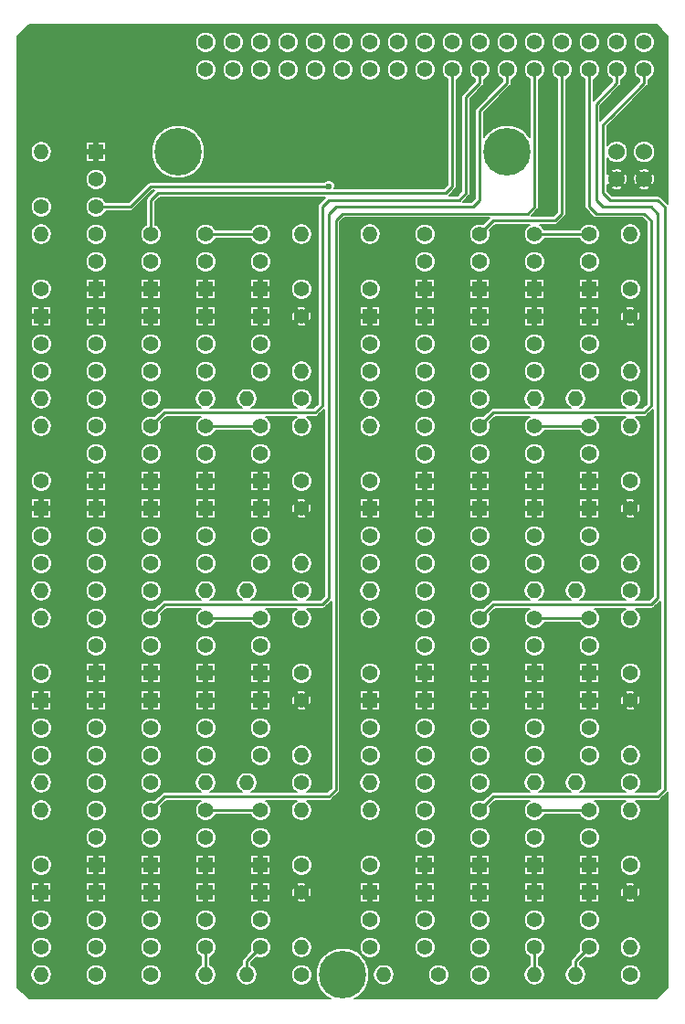
<source format=gbl>
G04 #@! TF.FileFunction,Copper,L2,Bot,Signal*
%FSLAX46Y46*%
G04 Gerber Fmt 4.6, Leading zero omitted, Abs format (unit mm)*
G04 Created by KiCad (PCBNEW 4.0.7) date Tue May  1 23:41:33 2018*
%MOMM*%
%LPD*%
G01*
G04 APERTURE LIST*
%ADD10C,0.100000*%
%ADD11C,1.400000*%
%ADD12R,1.400000X1.400000*%
%ADD13C,1.524000*%
%ADD14O,1.400000X1.400000*%
%ADD15C,4.400000*%
%ADD16C,0.600000*%
%ADD17C,0.250000*%
%ADD18C,0.160000*%
G04 APERTURE END LIST*
D10*
D11*
X167640000Y-68580000D03*
X167640000Y-71120000D03*
X203200000Y-106680000D03*
X203200000Y-104140000D03*
D12*
X203200000Y-109220000D03*
D11*
X203200000Y-88900000D03*
X203200000Y-86360000D03*
D12*
X203200000Y-91440000D03*
D13*
X208280000Y-78740000D03*
X208280000Y-81280000D03*
X205740000Y-81280000D03*
X205740000Y-78740000D03*
D11*
X152400000Y-83820000D03*
D14*
X152400000Y-78740000D03*
D11*
X207010000Y-147320000D03*
D14*
X207010000Y-152400000D03*
D11*
X207010000Y-154940000D03*
D14*
X201930000Y-154940000D03*
D11*
X193040000Y-154940000D03*
D14*
X198120000Y-154940000D03*
D11*
X189230000Y-154940000D03*
D14*
X184150000Y-154940000D03*
D11*
X207010000Y-144780000D03*
D14*
X207010000Y-139700000D03*
D11*
X182880000Y-144780000D03*
D14*
X182880000Y-139700000D03*
D11*
X207010000Y-129540000D03*
D14*
X207010000Y-134620000D03*
D11*
X207010000Y-137160000D03*
D14*
X201930000Y-137160000D03*
D11*
X193040000Y-137160000D03*
D14*
X198120000Y-137160000D03*
D11*
X187960000Y-137160000D03*
D14*
X182880000Y-137160000D03*
D11*
X207010000Y-127000000D03*
D14*
X207010000Y-121920000D03*
D11*
X182880000Y-127000000D03*
D14*
X182880000Y-121920000D03*
D11*
X207010000Y-111760000D03*
D14*
X207010000Y-116840000D03*
D11*
X207010000Y-119380000D03*
D14*
X201930000Y-119380000D03*
D11*
X193040000Y-119380000D03*
D14*
X198120000Y-119380000D03*
D11*
X187960000Y-119380000D03*
D14*
X182880000Y-119380000D03*
D11*
X207010000Y-109220000D03*
D14*
X207010000Y-104140000D03*
D11*
X182880000Y-109220000D03*
D14*
X182880000Y-104140000D03*
D11*
X207010000Y-93980000D03*
D14*
X207010000Y-99060000D03*
D11*
X207010000Y-101600000D03*
D14*
X201930000Y-101600000D03*
D11*
X193040000Y-101600000D03*
D14*
X198120000Y-101600000D03*
D11*
X187960000Y-101600000D03*
D14*
X182880000Y-101600000D03*
D11*
X207010000Y-91440000D03*
D14*
X207010000Y-86360000D03*
D11*
X182880000Y-91440000D03*
D14*
X182880000Y-86360000D03*
D11*
X176530000Y-147320000D03*
D14*
X176530000Y-152400000D03*
D11*
X176530000Y-154940000D03*
D14*
X171450000Y-154940000D03*
D11*
X162560000Y-154940000D03*
D14*
X167640000Y-154940000D03*
D11*
X157480000Y-154940000D03*
D14*
X152400000Y-154940000D03*
D11*
X176530000Y-144780000D03*
D14*
X176530000Y-139700000D03*
D11*
X152400000Y-144780000D03*
D14*
X152400000Y-139700000D03*
D11*
X176530000Y-129540000D03*
D14*
X176530000Y-134620000D03*
D11*
X176530000Y-137160000D03*
D14*
X171450000Y-137160000D03*
D11*
X162560000Y-137160000D03*
D14*
X167640000Y-137160000D03*
D11*
X157480000Y-137160000D03*
D14*
X152400000Y-137160000D03*
D11*
X176530000Y-127000000D03*
D14*
X176530000Y-121920000D03*
D11*
X152400000Y-127000000D03*
D14*
X152400000Y-121920000D03*
D11*
X176530000Y-111760000D03*
D14*
X176530000Y-116840000D03*
D11*
X176530000Y-119380000D03*
D14*
X171450000Y-119380000D03*
D11*
X162560000Y-119380000D03*
D14*
X167640000Y-119380000D03*
D11*
X157480000Y-119380000D03*
D14*
X152400000Y-119380000D03*
D11*
X176530000Y-109220000D03*
D14*
X176530000Y-104140000D03*
D11*
X152400000Y-109220000D03*
D14*
X152400000Y-104140000D03*
D11*
X176530000Y-93980000D03*
D14*
X176530000Y-99060000D03*
D11*
X176530000Y-101600000D03*
D14*
X171450000Y-101600000D03*
D11*
X162560000Y-101600000D03*
D14*
X167640000Y-101600000D03*
D11*
X157480000Y-101600000D03*
D14*
X152400000Y-101600000D03*
D11*
X176530000Y-91440000D03*
D14*
X176530000Y-86360000D03*
D11*
X152400000Y-91440000D03*
D14*
X152400000Y-86360000D03*
D11*
X198120000Y-88900000D03*
X198120000Y-86360000D03*
D12*
X198120000Y-91440000D03*
D11*
X157480000Y-88900000D03*
X157480000Y-86360000D03*
D12*
X157480000Y-91440000D03*
D11*
X162560000Y-88900000D03*
X162560000Y-86360000D03*
D12*
X162560000Y-91440000D03*
D11*
X167640000Y-88900000D03*
X167640000Y-86360000D03*
D12*
X167640000Y-91440000D03*
D11*
X172720000Y-88900000D03*
X172720000Y-86360000D03*
D12*
X172720000Y-91440000D03*
D11*
X152400000Y-96520000D03*
X152400000Y-99060000D03*
D12*
X152400000Y-93980000D03*
D11*
X157480000Y-96520000D03*
X157480000Y-99060000D03*
D12*
X157480000Y-93980000D03*
D11*
X162560000Y-96520000D03*
X162560000Y-99060000D03*
D12*
X162560000Y-93980000D03*
D11*
X167640000Y-96520000D03*
X167640000Y-99060000D03*
D12*
X167640000Y-93980000D03*
D11*
X172720000Y-96520000D03*
X172720000Y-99060000D03*
D12*
X172720000Y-93980000D03*
D11*
X157480000Y-106680000D03*
X157480000Y-104140000D03*
D12*
X157480000Y-109220000D03*
D11*
X162560000Y-106680000D03*
X162560000Y-104140000D03*
D12*
X162560000Y-109220000D03*
D11*
X167640000Y-106680000D03*
X167640000Y-104140000D03*
D12*
X167640000Y-109220000D03*
D11*
X172720000Y-106680000D03*
X172720000Y-104140000D03*
D12*
X172720000Y-109220000D03*
D11*
X152400000Y-114300000D03*
X152400000Y-116840000D03*
D12*
X152400000Y-111760000D03*
D11*
X157480000Y-114300000D03*
X157480000Y-116840000D03*
D12*
X157480000Y-111760000D03*
D11*
X162560000Y-114300000D03*
X162560000Y-116840000D03*
D12*
X162560000Y-111760000D03*
D11*
X167640000Y-114300000D03*
X167640000Y-116840000D03*
D12*
X167640000Y-111760000D03*
D11*
X172720000Y-114300000D03*
X172720000Y-116840000D03*
D12*
X172720000Y-111760000D03*
D11*
X157480000Y-124460000D03*
X157480000Y-121920000D03*
D12*
X157480000Y-127000000D03*
D11*
X162560000Y-124460000D03*
X162560000Y-121920000D03*
D12*
X162560000Y-127000000D03*
D11*
X167640000Y-124460000D03*
X167640000Y-121920000D03*
D12*
X167640000Y-127000000D03*
D11*
X172720000Y-124460000D03*
X172720000Y-121920000D03*
D12*
X172720000Y-127000000D03*
D11*
X152400000Y-132080000D03*
X152400000Y-134620000D03*
D12*
X152400000Y-129540000D03*
D11*
X157480000Y-132080000D03*
X157480000Y-134620000D03*
D12*
X157480000Y-129540000D03*
D11*
X162560000Y-132080000D03*
X162560000Y-134620000D03*
D12*
X162560000Y-129540000D03*
D11*
X167640000Y-132080000D03*
X167640000Y-134620000D03*
D12*
X167640000Y-129540000D03*
D11*
X172720000Y-132080000D03*
X172720000Y-134620000D03*
D12*
X172720000Y-129540000D03*
D11*
X157480000Y-142240000D03*
X157480000Y-139700000D03*
D12*
X157480000Y-144780000D03*
D11*
X162560000Y-142240000D03*
X162560000Y-139700000D03*
D12*
X162560000Y-144780000D03*
D11*
X167640000Y-142240000D03*
X167640000Y-139700000D03*
D12*
X167640000Y-144780000D03*
D11*
X172720000Y-142240000D03*
X172720000Y-139700000D03*
D12*
X172720000Y-144780000D03*
D11*
X152400000Y-149860000D03*
X152400000Y-152400000D03*
D12*
X152400000Y-147320000D03*
D11*
X157480000Y-149860000D03*
X157480000Y-152400000D03*
D12*
X157480000Y-147320000D03*
D11*
X162560000Y-149860000D03*
X162560000Y-152400000D03*
D12*
X162560000Y-147320000D03*
D11*
X167640000Y-149860000D03*
X167640000Y-152400000D03*
D12*
X167640000Y-147320000D03*
D11*
X172720000Y-149860000D03*
X172720000Y-152400000D03*
D12*
X172720000Y-147320000D03*
D11*
X187960000Y-88900000D03*
X187960000Y-86360000D03*
D12*
X187960000Y-91440000D03*
D11*
X193040000Y-88900000D03*
X193040000Y-86360000D03*
D12*
X193040000Y-91440000D03*
D11*
X182880000Y-96520000D03*
X182880000Y-99060000D03*
D12*
X182880000Y-93980000D03*
D11*
X187960000Y-96520000D03*
X187960000Y-99060000D03*
D12*
X187960000Y-93980000D03*
D11*
X193040000Y-96520000D03*
X193040000Y-99060000D03*
D12*
X193040000Y-93980000D03*
D11*
X198120000Y-96520000D03*
X198120000Y-99060000D03*
D12*
X198120000Y-93980000D03*
D11*
X203200000Y-96520000D03*
X203200000Y-99060000D03*
D12*
X203200000Y-93980000D03*
D11*
X187960000Y-106680000D03*
X187960000Y-104140000D03*
D12*
X187960000Y-109220000D03*
D11*
X193040000Y-106680000D03*
X193040000Y-104140000D03*
D12*
X193040000Y-109220000D03*
D11*
X198120000Y-106680000D03*
X198120000Y-104140000D03*
D12*
X198120000Y-109220000D03*
D11*
X182880000Y-114300000D03*
X182880000Y-116840000D03*
D12*
X182880000Y-111760000D03*
D11*
X187960000Y-114300000D03*
X187960000Y-116840000D03*
D12*
X187960000Y-111760000D03*
D11*
X193040000Y-114300000D03*
X193040000Y-116840000D03*
D12*
X193040000Y-111760000D03*
D11*
X198120000Y-114300000D03*
X198120000Y-116840000D03*
D12*
X198120000Y-111760000D03*
D11*
X203200000Y-114300000D03*
X203200000Y-116840000D03*
D12*
X203200000Y-111760000D03*
D11*
X187960000Y-124460000D03*
X187960000Y-121920000D03*
D12*
X187960000Y-127000000D03*
D11*
X193040000Y-124460000D03*
X193040000Y-121920000D03*
D12*
X193040000Y-127000000D03*
D11*
X198120000Y-124460000D03*
X198120000Y-121920000D03*
D12*
X198120000Y-127000000D03*
D11*
X203200000Y-124460000D03*
X203200000Y-121920000D03*
D12*
X203200000Y-127000000D03*
D11*
X182880000Y-132080000D03*
X182880000Y-134620000D03*
D12*
X182880000Y-129540000D03*
D11*
X187960000Y-132080000D03*
X187960000Y-134620000D03*
D12*
X187960000Y-129540000D03*
D11*
X193040000Y-132080000D03*
X193040000Y-134620000D03*
D12*
X193040000Y-129540000D03*
D11*
X198120000Y-132080000D03*
X198120000Y-134620000D03*
D12*
X198120000Y-129540000D03*
D11*
X203200000Y-132080000D03*
X203200000Y-134620000D03*
D12*
X203200000Y-129540000D03*
D11*
X187960000Y-142240000D03*
X187960000Y-139700000D03*
D12*
X187960000Y-144780000D03*
D11*
X193040000Y-142240000D03*
X193040000Y-139700000D03*
D12*
X193040000Y-144780000D03*
D11*
X198120000Y-142240000D03*
X198120000Y-139700000D03*
D12*
X198120000Y-144780000D03*
D11*
X203200000Y-142240000D03*
X203200000Y-139700000D03*
D12*
X203200000Y-144780000D03*
D11*
X182880000Y-149860000D03*
X182880000Y-152400000D03*
D12*
X182880000Y-147320000D03*
D11*
X187960000Y-149860000D03*
X187960000Y-152400000D03*
D12*
X187960000Y-147320000D03*
D11*
X193040000Y-149860000D03*
X193040000Y-152400000D03*
D12*
X193040000Y-147320000D03*
D11*
X198120000Y-149860000D03*
X198120000Y-152400000D03*
D12*
X198120000Y-147320000D03*
D11*
X203200000Y-149860000D03*
X203200000Y-152400000D03*
D12*
X203200000Y-147320000D03*
D11*
X157480000Y-81280000D03*
X157480000Y-83820000D03*
D12*
X157480000Y-78740000D03*
D11*
X170180000Y-68580000D03*
X172720000Y-68580000D03*
X175260000Y-68580000D03*
X177800000Y-68580000D03*
X180340000Y-68580000D03*
X182880000Y-68580000D03*
X185420000Y-68580000D03*
X187960000Y-68580000D03*
X187960000Y-71120000D03*
X185420000Y-71120000D03*
X182880000Y-71120000D03*
X180340000Y-71120000D03*
X177800000Y-71120000D03*
X175260000Y-71120000D03*
X172720000Y-71120000D03*
X170180000Y-71120000D03*
X190500000Y-68580000D03*
X193040000Y-68580000D03*
X195580000Y-68580000D03*
X198120000Y-68580000D03*
X200660000Y-68580000D03*
X203200000Y-68580000D03*
X205740000Y-68580000D03*
X208280000Y-68580000D03*
X208280000Y-71120000D03*
X205740000Y-71120000D03*
X203200000Y-71120000D03*
X200660000Y-71120000D03*
X198120000Y-71120000D03*
X195580000Y-71120000D03*
X193040000Y-71120000D03*
X190500000Y-71120000D03*
D15*
X165100000Y-78740000D03*
X195580000Y-78740000D03*
X180340000Y-154940000D03*
D16*
X179070000Y-81915000D03*
D17*
X161925000Y-82550000D02*
X160655000Y-83820000D01*
X160655000Y-83820000D02*
X157480000Y-83820000D01*
X168910000Y-81915000D02*
X162560000Y-81915000D01*
X162560000Y-81915000D02*
X161925000Y-82550000D01*
X179070000Y-81915000D02*
X168910000Y-81915000D01*
X208280000Y-71120000D02*
X208280000Y-72390000D01*
X209550000Y-138430000D02*
X210185000Y-137795000D01*
X210185000Y-137795000D02*
X210185000Y-83820000D01*
X209550000Y-83185000D02*
X210185000Y-83820000D01*
X204470000Y-76200000D02*
X204470000Y-82550000D01*
X204470000Y-82550000D02*
X205105000Y-83185000D01*
X205105000Y-83185000D02*
X209550000Y-83185000D01*
X208280000Y-138430000D02*
X194310000Y-138430000D01*
X208280000Y-138430000D02*
X209550000Y-138430000D01*
X204470000Y-76200000D02*
X205105000Y-75565000D01*
X208280000Y-72390000D02*
X205105000Y-75565000D01*
X193040000Y-139700000D02*
X194310000Y-138430000D01*
X194310000Y-138430000D02*
X193040000Y-139700000D01*
X205740000Y-71120000D02*
X205740000Y-72390000D01*
X203835000Y-74295000D02*
X203835000Y-75565000D01*
X205740000Y-72390000D02*
X203835000Y-74295000D01*
X209550000Y-84455000D02*
X209550000Y-120015000D01*
X194310000Y-120650000D02*
X208280000Y-120650000D01*
X193040000Y-121920000D02*
X194310000Y-120650000D01*
X204470000Y-83820000D02*
X208915000Y-83820000D01*
X203835000Y-83185000D02*
X204470000Y-83820000D01*
X203835000Y-75565000D02*
X203835000Y-83185000D01*
X208915000Y-83820000D02*
X209550000Y-84455000D01*
X208915000Y-120650000D02*
X208280000Y-120650000D01*
X209550000Y-120015000D02*
X208915000Y-120650000D01*
X193040000Y-121920000D02*
X194310000Y-120650000D01*
X203200000Y-74295000D02*
X203200000Y-71120000D01*
X203200000Y-74295000D02*
X203200000Y-83820000D01*
X194310000Y-102870000D02*
X208280000Y-102870000D01*
X208280000Y-102870000D02*
X208915000Y-102235000D01*
X208915000Y-102235000D02*
X208915000Y-85725000D01*
X194310000Y-102870000D02*
X193040000Y-104140000D01*
X208915000Y-85090000D02*
X208915000Y-85725000D01*
X208280000Y-84455000D02*
X208915000Y-85090000D01*
X203835000Y-84455000D02*
X208280000Y-84455000D01*
X203200000Y-83820000D02*
X203835000Y-84455000D01*
X193040000Y-104140000D02*
X194310000Y-102870000D01*
X200660000Y-74295000D02*
X200660000Y-71120000D01*
X193040000Y-86360000D02*
X194310000Y-85090000D01*
X200660000Y-84455000D02*
X200660000Y-74295000D01*
X200025000Y-85090000D02*
X200660000Y-84455000D01*
X194310000Y-85090000D02*
X200025000Y-85090000D01*
X198120000Y-73660000D02*
X198120000Y-71120000D01*
X198120000Y-73660000D02*
X198120000Y-83820000D01*
X177800000Y-138430000D02*
X163830000Y-138430000D01*
X179070000Y-138430000D02*
X177800000Y-138430000D01*
X179705000Y-137795000D02*
X179070000Y-138430000D01*
X179705000Y-85090000D02*
X179705000Y-137795000D01*
X180340000Y-84455000D02*
X179705000Y-85090000D01*
X197485000Y-84455000D02*
X180340000Y-84455000D01*
X198120000Y-83820000D02*
X197485000Y-84455000D01*
X163830000Y-138430000D02*
X162560000Y-139700000D01*
X162560000Y-139700000D02*
X163830000Y-138430000D01*
X193040000Y-74930000D02*
X193040000Y-83185000D01*
X192405000Y-83820000D02*
X191135000Y-83820000D01*
X193040000Y-83185000D02*
X192405000Y-83820000D01*
X193040000Y-74930000D02*
X195580000Y-72390000D01*
X195580000Y-72390000D02*
X195580000Y-71120000D01*
X177800000Y-120650000D02*
X178435000Y-120650000D01*
X163830000Y-120650000D02*
X177800000Y-120650000D01*
X179705000Y-83820000D02*
X191135000Y-83820000D01*
X179070000Y-84455000D02*
X179705000Y-83820000D01*
X179070000Y-120015000D02*
X179070000Y-84455000D01*
X178435000Y-120650000D02*
X179070000Y-120015000D01*
X162560000Y-121920000D02*
X163830000Y-120650000D01*
X162560000Y-121920000D02*
X163830000Y-120650000D01*
X191770000Y-73660000D02*
X191770000Y-82550000D01*
X191135000Y-83185000D02*
X190500000Y-83185000D01*
X191770000Y-82550000D02*
X191135000Y-83185000D01*
X191770000Y-73660000D02*
X193040000Y-72390000D01*
X193040000Y-72390000D02*
X193040000Y-71120000D01*
X177800000Y-102870000D02*
X163830000Y-102870000D01*
X178435000Y-102235000D02*
X177800000Y-102870000D01*
X178435000Y-83820000D02*
X178435000Y-102235000D01*
X179070000Y-83185000D02*
X178435000Y-83820000D01*
X190500000Y-83185000D02*
X179070000Y-83185000D01*
X162560000Y-104140000D02*
X163830000Y-102870000D01*
X163830000Y-102870000D02*
X162560000Y-104140000D01*
X190500000Y-73660000D02*
X190500000Y-71120000D01*
X162560000Y-86360000D02*
X162560000Y-83185000D01*
X190500000Y-81915000D02*
X190500000Y-73660000D01*
X189865000Y-82550000D02*
X190500000Y-81915000D01*
X163195000Y-82550000D02*
X189865000Y-82550000D01*
X162560000Y-83185000D02*
X163195000Y-82550000D01*
X203200000Y-121920000D02*
X198120000Y-121920000D01*
X203200000Y-104140000D02*
X198120000Y-104140000D01*
X172720000Y-121920000D02*
X167640000Y-121920000D01*
X201930000Y-154940000D02*
X201930000Y-153670000D01*
X201930000Y-153670000D02*
X203200000Y-152400000D01*
X198120000Y-154940000D02*
X198120000Y-152400000D01*
X203200000Y-139700000D02*
X198120000Y-139700000D01*
X203200000Y-86360000D02*
X198120000Y-86360000D01*
X171450000Y-154940000D02*
X171450000Y-153670000D01*
X171450000Y-153670000D02*
X172720000Y-152400000D01*
X167640000Y-154940000D02*
X167640000Y-152400000D01*
X172720000Y-139700000D02*
X167640000Y-139700000D01*
X172720000Y-104140000D02*
X167640000Y-104140000D01*
X172720000Y-86360000D02*
X167640000Y-86360000D01*
D18*
G36*
X210505000Y-68075477D02*
X210505000Y-83583940D01*
X210471379Y-83533622D01*
X209836378Y-82898622D01*
X209748391Y-82839831D01*
X209704987Y-82810829D01*
X209550000Y-82780000D01*
X205272757Y-82780000D01*
X204875000Y-82382244D01*
X204875000Y-82069473D01*
X205190943Y-82069473D01*
X205285405Y-82194917D01*
X205670133Y-82299239D01*
X206065498Y-82248391D01*
X206194595Y-82194917D01*
X206289057Y-82069473D01*
X207730943Y-82069473D01*
X207825405Y-82194917D01*
X208210133Y-82299239D01*
X208605498Y-82248391D01*
X208734595Y-82194917D01*
X208829057Y-82069473D01*
X208280000Y-81520416D01*
X207730943Y-82069473D01*
X206289057Y-82069473D01*
X205740000Y-81520416D01*
X205190943Y-82069473D01*
X204875000Y-82069473D01*
X204875000Y-81772184D01*
X204950527Y-81829057D01*
X205499584Y-81280000D01*
X205980416Y-81280000D01*
X206529473Y-81829057D01*
X206654917Y-81734595D01*
X206759239Y-81349867D01*
X206741268Y-81210133D01*
X207260761Y-81210133D01*
X207311609Y-81605498D01*
X207365083Y-81734595D01*
X207490527Y-81829057D01*
X208039584Y-81280000D01*
X208520416Y-81280000D01*
X209069473Y-81829057D01*
X209194917Y-81734595D01*
X209299239Y-81349867D01*
X209248391Y-80954502D01*
X209194917Y-80825405D01*
X209069473Y-80730943D01*
X208520416Y-81280000D01*
X208039584Y-81280000D01*
X207490527Y-80730943D01*
X207365083Y-80825405D01*
X207260761Y-81210133D01*
X206741268Y-81210133D01*
X206708391Y-80954502D01*
X206654917Y-80825405D01*
X206529473Y-80730943D01*
X205980416Y-81280000D01*
X205499584Y-81280000D01*
X204950527Y-80730943D01*
X204875000Y-80787816D01*
X204875000Y-80490527D01*
X205190943Y-80490527D01*
X205740000Y-81039584D01*
X206289057Y-80490527D01*
X207730943Y-80490527D01*
X208280000Y-81039584D01*
X208829057Y-80490527D01*
X208734595Y-80365083D01*
X208349867Y-80260761D01*
X207954502Y-80311609D01*
X207825405Y-80365083D01*
X207730943Y-80490527D01*
X206289057Y-80490527D01*
X206194595Y-80365083D01*
X205809867Y-80260761D01*
X205414502Y-80311609D01*
X205285405Y-80365083D01*
X205190943Y-80490527D01*
X204875000Y-80490527D01*
X204875000Y-79348387D01*
X205148984Y-79622850D01*
X205531824Y-79781819D01*
X205946357Y-79782180D01*
X206329474Y-79623880D01*
X206622850Y-79331016D01*
X206781819Y-78948176D01*
X206781820Y-78946357D01*
X207237820Y-78946357D01*
X207396120Y-79329474D01*
X207688984Y-79622850D01*
X208071824Y-79781819D01*
X208486357Y-79782180D01*
X208869474Y-79623880D01*
X209162850Y-79331016D01*
X209321819Y-78948176D01*
X209322180Y-78533643D01*
X209163880Y-78150526D01*
X208871016Y-77857150D01*
X208488176Y-77698181D01*
X208073643Y-77697820D01*
X207690526Y-77856120D01*
X207397150Y-78148984D01*
X207238181Y-78531824D01*
X207237820Y-78946357D01*
X206781820Y-78946357D01*
X206782180Y-78533643D01*
X206623880Y-78150526D01*
X206331016Y-77857150D01*
X205948176Y-77698181D01*
X205533643Y-77697820D01*
X205150526Y-77856120D01*
X204875000Y-78131165D01*
X204875000Y-76367756D01*
X205391379Y-75851378D01*
X205391381Y-75851375D01*
X208566378Y-72676378D01*
X208654171Y-72544987D01*
X208685000Y-72390000D01*
X208685000Y-72013019D01*
X208834400Y-71951288D01*
X209110319Y-71675850D01*
X209259829Y-71315789D01*
X209260169Y-70925921D01*
X209111288Y-70565600D01*
X208835850Y-70289681D01*
X208475789Y-70140171D01*
X208085921Y-70139831D01*
X207725600Y-70288712D01*
X207449681Y-70564150D01*
X207300171Y-70924211D01*
X207299831Y-71314079D01*
X207448712Y-71674400D01*
X207724150Y-71950319D01*
X207875000Y-72012957D01*
X207875000Y-72222244D01*
X204818625Y-75278619D01*
X204818622Y-75278621D01*
X204240000Y-75857244D01*
X204240000Y-74462756D01*
X206026378Y-72676378D01*
X206114171Y-72544987D01*
X206145000Y-72390000D01*
X206145000Y-72013019D01*
X206294400Y-71951288D01*
X206570319Y-71675850D01*
X206719829Y-71315789D01*
X206720169Y-70925921D01*
X206571288Y-70565600D01*
X206295850Y-70289681D01*
X205935789Y-70140171D01*
X205545921Y-70139831D01*
X205185600Y-70288712D01*
X204909681Y-70564150D01*
X204760171Y-70924211D01*
X204759831Y-71314079D01*
X204908712Y-71674400D01*
X205184150Y-71950319D01*
X205335000Y-72012957D01*
X205335000Y-72222244D01*
X203605000Y-73952244D01*
X203605000Y-72013019D01*
X203754400Y-71951288D01*
X204030319Y-71675850D01*
X204179829Y-71315789D01*
X204180169Y-70925921D01*
X204031288Y-70565600D01*
X203755850Y-70289681D01*
X203395789Y-70140171D01*
X203005921Y-70139831D01*
X202645600Y-70288712D01*
X202369681Y-70564150D01*
X202220171Y-70924211D01*
X202219831Y-71314079D01*
X202368712Y-71674400D01*
X202644150Y-71950319D01*
X202795000Y-72012957D01*
X202795000Y-83820000D01*
X202825829Y-83974987D01*
X202896551Y-84080829D01*
X202913622Y-84106378D01*
X203548622Y-84741379D01*
X203627386Y-84794006D01*
X203680013Y-84829171D01*
X203835000Y-84860000D01*
X208112244Y-84860000D01*
X208510000Y-85257757D01*
X208510000Y-102067243D01*
X208112244Y-102465000D01*
X207482810Y-102465000D01*
X207564400Y-102431288D01*
X207840319Y-102155850D01*
X207989829Y-101795789D01*
X207990169Y-101405921D01*
X207841288Y-101045600D01*
X207565850Y-100769681D01*
X207205789Y-100620171D01*
X206815921Y-100619831D01*
X206455600Y-100768712D01*
X206179681Y-101044150D01*
X206030171Y-101404211D01*
X206029831Y-101794079D01*
X206178712Y-102154400D01*
X206454150Y-102430319D01*
X206537671Y-102465000D01*
X202384695Y-102465000D01*
X202642164Y-102292965D01*
X202854601Y-101975030D01*
X202929199Y-101600000D01*
X202854601Y-101224970D01*
X202642164Y-100907035D01*
X202324229Y-100694598D01*
X201949199Y-100620000D01*
X201910801Y-100620000D01*
X201535771Y-100694598D01*
X201217836Y-100907035D01*
X201005399Y-101224970D01*
X200930801Y-101600000D01*
X201005399Y-101975030D01*
X201217836Y-102292965D01*
X201475305Y-102465000D01*
X198574695Y-102465000D01*
X198832164Y-102292965D01*
X199044601Y-101975030D01*
X199119199Y-101600000D01*
X199044601Y-101224970D01*
X198832164Y-100907035D01*
X198514229Y-100694598D01*
X198139199Y-100620000D01*
X198100801Y-100620000D01*
X197725771Y-100694598D01*
X197407836Y-100907035D01*
X197195399Y-101224970D01*
X197120801Y-101600000D01*
X197195399Y-101975030D01*
X197407836Y-102292965D01*
X197665305Y-102465000D01*
X194310000Y-102465000D01*
X194155013Y-102495829D01*
X194023622Y-102583622D01*
X193385081Y-103222163D01*
X193235789Y-103160171D01*
X192845921Y-103159831D01*
X192485600Y-103308712D01*
X192209681Y-103584150D01*
X192060171Y-103944211D01*
X192059831Y-104334079D01*
X192208712Y-104694400D01*
X192484150Y-104970319D01*
X192844211Y-105119829D01*
X193234079Y-105120169D01*
X193594400Y-104971288D01*
X193870319Y-104695850D01*
X194019829Y-104335789D01*
X194020169Y-103945921D01*
X193957794Y-103794962D01*
X194477756Y-103275000D01*
X197647190Y-103275000D01*
X197565600Y-103308712D01*
X197289681Y-103584150D01*
X197140171Y-103944211D01*
X197139831Y-104334079D01*
X197288712Y-104694400D01*
X197564150Y-104970319D01*
X197924211Y-105119829D01*
X198314079Y-105120169D01*
X198674400Y-104971288D01*
X198950319Y-104695850D01*
X199012957Y-104545000D01*
X202306981Y-104545000D01*
X202368712Y-104694400D01*
X202644150Y-104970319D01*
X203004211Y-105119829D01*
X203394079Y-105120169D01*
X203754400Y-104971288D01*
X204030319Y-104695850D01*
X204179829Y-104335789D01*
X204180169Y-103945921D01*
X204031288Y-103585600D01*
X203755850Y-103309681D01*
X203672329Y-103275000D01*
X206545771Y-103275000D01*
X206317035Y-103427836D01*
X206104598Y-103745771D01*
X206030000Y-104120801D01*
X206030000Y-104159199D01*
X206104598Y-104534229D01*
X206317035Y-104852164D01*
X206634970Y-105064601D01*
X207010000Y-105139199D01*
X207385030Y-105064601D01*
X207702965Y-104852164D01*
X207915402Y-104534229D01*
X207990000Y-104159199D01*
X207990000Y-104120801D01*
X207915402Y-103745771D01*
X207702965Y-103427836D01*
X207474229Y-103275000D01*
X208280000Y-103275000D01*
X208434987Y-103244171D01*
X208566378Y-103156378D01*
X209145000Y-102577757D01*
X209145000Y-119847243D01*
X208747244Y-120245000D01*
X207482810Y-120245000D01*
X207564400Y-120211288D01*
X207840319Y-119935850D01*
X207989829Y-119575789D01*
X207990169Y-119185921D01*
X207841288Y-118825600D01*
X207565850Y-118549681D01*
X207205789Y-118400171D01*
X206815921Y-118399831D01*
X206455600Y-118548712D01*
X206179681Y-118824150D01*
X206030171Y-119184211D01*
X206029831Y-119574079D01*
X206178712Y-119934400D01*
X206454150Y-120210319D01*
X206537671Y-120245000D01*
X202384695Y-120245000D01*
X202642164Y-120072965D01*
X202854601Y-119755030D01*
X202929199Y-119380000D01*
X202854601Y-119004970D01*
X202642164Y-118687035D01*
X202324229Y-118474598D01*
X201949199Y-118400000D01*
X201910801Y-118400000D01*
X201535771Y-118474598D01*
X201217836Y-118687035D01*
X201005399Y-119004970D01*
X200930801Y-119380000D01*
X201005399Y-119755030D01*
X201217836Y-120072965D01*
X201475305Y-120245000D01*
X198574695Y-120245000D01*
X198832164Y-120072965D01*
X199044601Y-119755030D01*
X199119199Y-119380000D01*
X199044601Y-119004970D01*
X198832164Y-118687035D01*
X198514229Y-118474598D01*
X198139199Y-118400000D01*
X198100801Y-118400000D01*
X197725771Y-118474598D01*
X197407836Y-118687035D01*
X197195399Y-119004970D01*
X197120801Y-119380000D01*
X197195399Y-119755030D01*
X197407836Y-120072965D01*
X197665305Y-120245000D01*
X194310000Y-120245000D01*
X194155013Y-120275829D01*
X194023622Y-120363622D01*
X193385081Y-121002163D01*
X193235789Y-120940171D01*
X192845921Y-120939831D01*
X192485600Y-121088712D01*
X192209681Y-121364150D01*
X192060171Y-121724211D01*
X192059831Y-122114079D01*
X192208712Y-122474400D01*
X192484150Y-122750319D01*
X192844211Y-122899829D01*
X193234079Y-122900169D01*
X193594400Y-122751288D01*
X193870319Y-122475850D01*
X194019829Y-122115789D01*
X194020169Y-121725921D01*
X193957794Y-121574962D01*
X194477756Y-121055000D01*
X197647190Y-121055000D01*
X197565600Y-121088712D01*
X197289681Y-121364150D01*
X197140171Y-121724211D01*
X197139831Y-122114079D01*
X197288712Y-122474400D01*
X197564150Y-122750319D01*
X197924211Y-122899829D01*
X198314079Y-122900169D01*
X198674400Y-122751288D01*
X198950319Y-122475850D01*
X199012957Y-122325000D01*
X202306981Y-122325000D01*
X202368712Y-122474400D01*
X202644150Y-122750319D01*
X203004211Y-122899829D01*
X203394079Y-122900169D01*
X203754400Y-122751288D01*
X204030319Y-122475850D01*
X204179829Y-122115789D01*
X204180169Y-121725921D01*
X204031288Y-121365600D01*
X203755850Y-121089681D01*
X203672329Y-121055000D01*
X206545771Y-121055000D01*
X206317035Y-121207836D01*
X206104598Y-121525771D01*
X206030000Y-121900801D01*
X206030000Y-121939199D01*
X206104598Y-122314229D01*
X206317035Y-122632164D01*
X206634970Y-122844601D01*
X207010000Y-122919199D01*
X207385030Y-122844601D01*
X207702965Y-122632164D01*
X207915402Y-122314229D01*
X207990000Y-121939199D01*
X207990000Y-121900801D01*
X207915402Y-121525771D01*
X207702965Y-121207836D01*
X207474229Y-121055000D01*
X208915000Y-121055000D01*
X209069987Y-121024171D01*
X209201378Y-120936378D01*
X209780000Y-120357757D01*
X209780000Y-137627243D01*
X209382244Y-138025000D01*
X207482810Y-138025000D01*
X207564400Y-137991288D01*
X207840319Y-137715850D01*
X207989829Y-137355789D01*
X207990169Y-136965921D01*
X207841288Y-136605600D01*
X207565850Y-136329681D01*
X207205789Y-136180171D01*
X206815921Y-136179831D01*
X206455600Y-136328712D01*
X206179681Y-136604150D01*
X206030171Y-136964211D01*
X206029831Y-137354079D01*
X206178712Y-137714400D01*
X206454150Y-137990319D01*
X206537671Y-138025000D01*
X202384695Y-138025000D01*
X202642164Y-137852965D01*
X202854601Y-137535030D01*
X202929199Y-137160000D01*
X202854601Y-136784970D01*
X202642164Y-136467035D01*
X202324229Y-136254598D01*
X201949199Y-136180000D01*
X201910801Y-136180000D01*
X201535771Y-136254598D01*
X201217836Y-136467035D01*
X201005399Y-136784970D01*
X200930801Y-137160000D01*
X201005399Y-137535030D01*
X201217836Y-137852965D01*
X201475305Y-138025000D01*
X198574695Y-138025000D01*
X198832164Y-137852965D01*
X199044601Y-137535030D01*
X199119199Y-137160000D01*
X199044601Y-136784970D01*
X198832164Y-136467035D01*
X198514229Y-136254598D01*
X198139199Y-136180000D01*
X198100801Y-136180000D01*
X197725771Y-136254598D01*
X197407836Y-136467035D01*
X197195399Y-136784970D01*
X197120801Y-137160000D01*
X197195399Y-137535030D01*
X197407836Y-137852965D01*
X197665305Y-138025000D01*
X194310000Y-138025000D01*
X194155013Y-138055829D01*
X194023622Y-138143622D01*
X193385081Y-138782163D01*
X193235789Y-138720171D01*
X192845921Y-138719831D01*
X192485600Y-138868712D01*
X192209681Y-139144150D01*
X192060171Y-139504211D01*
X192059831Y-139894079D01*
X192208712Y-140254400D01*
X192484150Y-140530319D01*
X192844211Y-140679829D01*
X193234079Y-140680169D01*
X193594400Y-140531288D01*
X193870319Y-140255850D01*
X194019829Y-139895789D01*
X194020169Y-139505921D01*
X193957794Y-139354962D01*
X194477756Y-138835000D01*
X197647190Y-138835000D01*
X197565600Y-138868712D01*
X197289681Y-139144150D01*
X197140171Y-139504211D01*
X197139831Y-139894079D01*
X197288712Y-140254400D01*
X197564150Y-140530319D01*
X197924211Y-140679829D01*
X198314079Y-140680169D01*
X198674400Y-140531288D01*
X198950319Y-140255850D01*
X199012957Y-140105000D01*
X202306981Y-140105000D01*
X202368712Y-140254400D01*
X202644150Y-140530319D01*
X203004211Y-140679829D01*
X203394079Y-140680169D01*
X203754400Y-140531288D01*
X204030319Y-140255850D01*
X204179829Y-139895789D01*
X204180169Y-139505921D01*
X204031288Y-139145600D01*
X203755850Y-138869681D01*
X203672329Y-138835000D01*
X206545771Y-138835000D01*
X206317035Y-138987836D01*
X206104598Y-139305771D01*
X206030000Y-139680801D01*
X206030000Y-139719199D01*
X206104598Y-140094229D01*
X206317035Y-140412164D01*
X206634970Y-140624601D01*
X207010000Y-140699199D01*
X207385030Y-140624601D01*
X207702965Y-140412164D01*
X207915402Y-140094229D01*
X207990000Y-139719199D01*
X207990000Y-139680801D01*
X207915402Y-139305771D01*
X207702965Y-138987836D01*
X207474229Y-138835000D01*
X209550000Y-138835000D01*
X209704987Y-138804171D01*
X209836378Y-138716378D01*
X210471379Y-138081378D01*
X210505000Y-138031060D01*
X210505000Y-156079523D01*
X209419522Y-157165000D01*
X181449325Y-157165000D01*
X181742972Y-157043668D01*
X182441216Y-156346641D01*
X182819568Y-155435467D01*
X182820000Y-154940000D01*
X183150801Y-154940000D01*
X183225399Y-155315030D01*
X183437836Y-155632965D01*
X183755771Y-155845402D01*
X184130801Y-155920000D01*
X184169199Y-155920000D01*
X184544229Y-155845402D01*
X184862164Y-155632965D01*
X185074601Y-155315030D01*
X185110594Y-155134079D01*
X188249831Y-155134079D01*
X188398712Y-155494400D01*
X188674150Y-155770319D01*
X189034211Y-155919829D01*
X189424079Y-155920169D01*
X189784400Y-155771288D01*
X190060319Y-155495850D01*
X190209829Y-155135789D01*
X190209830Y-155134079D01*
X192059831Y-155134079D01*
X192208712Y-155494400D01*
X192484150Y-155770319D01*
X192844211Y-155919829D01*
X193234079Y-155920169D01*
X193594400Y-155771288D01*
X193870319Y-155495850D01*
X194019829Y-155135789D01*
X194019999Y-154940000D01*
X197120801Y-154940000D01*
X197195399Y-155315030D01*
X197407836Y-155632965D01*
X197725771Y-155845402D01*
X198100801Y-155920000D01*
X198139199Y-155920000D01*
X198514229Y-155845402D01*
X198832164Y-155632965D01*
X199044601Y-155315030D01*
X199119199Y-154940000D01*
X200930801Y-154940000D01*
X201005399Y-155315030D01*
X201217836Y-155632965D01*
X201535771Y-155845402D01*
X201910801Y-155920000D01*
X201949199Y-155920000D01*
X202324229Y-155845402D01*
X202642164Y-155632965D01*
X202854601Y-155315030D01*
X202890594Y-155134079D01*
X206029831Y-155134079D01*
X206178712Y-155494400D01*
X206454150Y-155770319D01*
X206814211Y-155919829D01*
X207204079Y-155920169D01*
X207564400Y-155771288D01*
X207840319Y-155495850D01*
X207989829Y-155135789D01*
X207990169Y-154745921D01*
X207841288Y-154385600D01*
X207565850Y-154109681D01*
X207205789Y-153960171D01*
X206815921Y-153959831D01*
X206455600Y-154108712D01*
X206179681Y-154384150D01*
X206030171Y-154744211D01*
X206029831Y-155134079D01*
X202890594Y-155134079D01*
X202929199Y-154940000D01*
X202854601Y-154564970D01*
X202642164Y-154247035D01*
X202335000Y-154041795D01*
X202335000Y-153837756D01*
X202854919Y-153317837D01*
X203004211Y-153379829D01*
X203394079Y-153380169D01*
X203754400Y-153231288D01*
X204030319Y-152955850D01*
X204179829Y-152595789D01*
X204180016Y-152380801D01*
X206030000Y-152380801D01*
X206030000Y-152419199D01*
X206104598Y-152794229D01*
X206317035Y-153112164D01*
X206634970Y-153324601D01*
X207010000Y-153399199D01*
X207385030Y-153324601D01*
X207702965Y-153112164D01*
X207915402Y-152794229D01*
X207990000Y-152419199D01*
X207990000Y-152380801D01*
X207915402Y-152005771D01*
X207702965Y-151687836D01*
X207385030Y-151475399D01*
X207010000Y-151400801D01*
X206634970Y-151475399D01*
X206317035Y-151687836D01*
X206104598Y-152005771D01*
X206030000Y-152380801D01*
X204180016Y-152380801D01*
X204180169Y-152205921D01*
X204031288Y-151845600D01*
X203755850Y-151569681D01*
X203395789Y-151420171D01*
X203005921Y-151419831D01*
X202645600Y-151568712D01*
X202369681Y-151844150D01*
X202220171Y-152204211D01*
X202219831Y-152594079D01*
X202282206Y-152745038D01*
X201643622Y-153383622D01*
X201555829Y-153515013D01*
X201525000Y-153670000D01*
X201525000Y-154041795D01*
X201217836Y-154247035D01*
X201005399Y-154564970D01*
X200930801Y-154940000D01*
X199119199Y-154940000D01*
X199044601Y-154564970D01*
X198832164Y-154247035D01*
X198525000Y-154041795D01*
X198525000Y-153293019D01*
X198674400Y-153231288D01*
X198950319Y-152955850D01*
X199099829Y-152595789D01*
X199100169Y-152205921D01*
X198951288Y-151845600D01*
X198675850Y-151569681D01*
X198315789Y-151420171D01*
X197925921Y-151419831D01*
X197565600Y-151568712D01*
X197289681Y-151844150D01*
X197140171Y-152204211D01*
X197139831Y-152594079D01*
X197288712Y-152954400D01*
X197564150Y-153230319D01*
X197715000Y-153292957D01*
X197715000Y-154041795D01*
X197407836Y-154247035D01*
X197195399Y-154564970D01*
X197120801Y-154940000D01*
X194019999Y-154940000D01*
X194020169Y-154745921D01*
X193871288Y-154385600D01*
X193595850Y-154109681D01*
X193235789Y-153960171D01*
X192845921Y-153959831D01*
X192485600Y-154108712D01*
X192209681Y-154384150D01*
X192060171Y-154744211D01*
X192059831Y-155134079D01*
X190209830Y-155134079D01*
X190210169Y-154745921D01*
X190061288Y-154385600D01*
X189785850Y-154109681D01*
X189425789Y-153960171D01*
X189035921Y-153959831D01*
X188675600Y-154108712D01*
X188399681Y-154384150D01*
X188250171Y-154744211D01*
X188249831Y-155134079D01*
X185110594Y-155134079D01*
X185149199Y-154940000D01*
X185074601Y-154564970D01*
X184862164Y-154247035D01*
X184544229Y-154034598D01*
X184169199Y-153960000D01*
X184130801Y-153960000D01*
X183755771Y-154034598D01*
X183437836Y-154247035D01*
X183225399Y-154564970D01*
X183150801Y-154940000D01*
X182820000Y-154940000D01*
X182820429Y-154448862D01*
X182443668Y-153537028D01*
X181746641Y-152838784D01*
X181157326Y-152594079D01*
X181899831Y-152594079D01*
X182048712Y-152954400D01*
X182324150Y-153230319D01*
X182684211Y-153379829D01*
X183074079Y-153380169D01*
X183434400Y-153231288D01*
X183710319Y-152955850D01*
X183859829Y-152595789D01*
X183859830Y-152594079D01*
X186979831Y-152594079D01*
X187128712Y-152954400D01*
X187404150Y-153230319D01*
X187764211Y-153379829D01*
X188154079Y-153380169D01*
X188514400Y-153231288D01*
X188790319Y-152955850D01*
X188939829Y-152595789D01*
X188939830Y-152594079D01*
X192059831Y-152594079D01*
X192208712Y-152954400D01*
X192484150Y-153230319D01*
X192844211Y-153379829D01*
X193234079Y-153380169D01*
X193594400Y-153231288D01*
X193870319Y-152955850D01*
X194019829Y-152595789D01*
X194020169Y-152205921D01*
X193871288Y-151845600D01*
X193595850Y-151569681D01*
X193235789Y-151420171D01*
X192845921Y-151419831D01*
X192485600Y-151568712D01*
X192209681Y-151844150D01*
X192060171Y-152204211D01*
X192059831Y-152594079D01*
X188939830Y-152594079D01*
X188940169Y-152205921D01*
X188791288Y-151845600D01*
X188515850Y-151569681D01*
X188155789Y-151420171D01*
X187765921Y-151419831D01*
X187405600Y-151568712D01*
X187129681Y-151844150D01*
X186980171Y-152204211D01*
X186979831Y-152594079D01*
X183859830Y-152594079D01*
X183860169Y-152205921D01*
X183711288Y-151845600D01*
X183435850Y-151569681D01*
X183075789Y-151420171D01*
X182685921Y-151419831D01*
X182325600Y-151568712D01*
X182049681Y-151844150D01*
X181900171Y-152204211D01*
X181899831Y-152594079D01*
X181157326Y-152594079D01*
X180835467Y-152460432D01*
X179848862Y-152459571D01*
X178937028Y-152836332D01*
X178238784Y-153533359D01*
X177860432Y-154444533D01*
X177859571Y-155431138D01*
X178236332Y-156342972D01*
X178933359Y-157041216D01*
X179231464Y-157165000D01*
X151260477Y-157165000D01*
X150175000Y-156079522D01*
X150175000Y-154940000D01*
X151400801Y-154940000D01*
X151475399Y-155315030D01*
X151687836Y-155632965D01*
X152005771Y-155845402D01*
X152380801Y-155920000D01*
X152419199Y-155920000D01*
X152794229Y-155845402D01*
X153112164Y-155632965D01*
X153324601Y-155315030D01*
X153360594Y-155134079D01*
X156499831Y-155134079D01*
X156648712Y-155494400D01*
X156924150Y-155770319D01*
X157284211Y-155919829D01*
X157674079Y-155920169D01*
X158034400Y-155771288D01*
X158310319Y-155495850D01*
X158459829Y-155135789D01*
X158459830Y-155134079D01*
X161579831Y-155134079D01*
X161728712Y-155494400D01*
X162004150Y-155770319D01*
X162364211Y-155919829D01*
X162754079Y-155920169D01*
X163114400Y-155771288D01*
X163390319Y-155495850D01*
X163539829Y-155135789D01*
X163539999Y-154940000D01*
X166640801Y-154940000D01*
X166715399Y-155315030D01*
X166927836Y-155632965D01*
X167245771Y-155845402D01*
X167620801Y-155920000D01*
X167659199Y-155920000D01*
X168034229Y-155845402D01*
X168352164Y-155632965D01*
X168564601Y-155315030D01*
X168639199Y-154940000D01*
X170450801Y-154940000D01*
X170525399Y-155315030D01*
X170737836Y-155632965D01*
X171055771Y-155845402D01*
X171430801Y-155920000D01*
X171469199Y-155920000D01*
X171844229Y-155845402D01*
X172162164Y-155632965D01*
X172374601Y-155315030D01*
X172410594Y-155134079D01*
X175549831Y-155134079D01*
X175698712Y-155494400D01*
X175974150Y-155770319D01*
X176334211Y-155919829D01*
X176724079Y-155920169D01*
X177084400Y-155771288D01*
X177360319Y-155495850D01*
X177509829Y-155135789D01*
X177510169Y-154745921D01*
X177361288Y-154385600D01*
X177085850Y-154109681D01*
X176725789Y-153960171D01*
X176335921Y-153959831D01*
X175975600Y-154108712D01*
X175699681Y-154384150D01*
X175550171Y-154744211D01*
X175549831Y-155134079D01*
X172410594Y-155134079D01*
X172449199Y-154940000D01*
X172374601Y-154564970D01*
X172162164Y-154247035D01*
X171855000Y-154041795D01*
X171855000Y-153837756D01*
X172374919Y-153317837D01*
X172524211Y-153379829D01*
X172914079Y-153380169D01*
X173274400Y-153231288D01*
X173550319Y-152955850D01*
X173699829Y-152595789D01*
X173700016Y-152380801D01*
X175550000Y-152380801D01*
X175550000Y-152419199D01*
X175624598Y-152794229D01*
X175837035Y-153112164D01*
X176154970Y-153324601D01*
X176530000Y-153399199D01*
X176905030Y-153324601D01*
X177222965Y-153112164D01*
X177435402Y-152794229D01*
X177510000Y-152419199D01*
X177510000Y-152380801D01*
X177435402Y-152005771D01*
X177222965Y-151687836D01*
X176905030Y-151475399D01*
X176530000Y-151400801D01*
X176154970Y-151475399D01*
X175837035Y-151687836D01*
X175624598Y-152005771D01*
X175550000Y-152380801D01*
X173700016Y-152380801D01*
X173700169Y-152205921D01*
X173551288Y-151845600D01*
X173275850Y-151569681D01*
X172915789Y-151420171D01*
X172525921Y-151419831D01*
X172165600Y-151568712D01*
X171889681Y-151844150D01*
X171740171Y-152204211D01*
X171739831Y-152594079D01*
X171802206Y-152745038D01*
X171163622Y-153383622D01*
X171075829Y-153515013D01*
X171045000Y-153670000D01*
X171045000Y-154041795D01*
X170737836Y-154247035D01*
X170525399Y-154564970D01*
X170450801Y-154940000D01*
X168639199Y-154940000D01*
X168564601Y-154564970D01*
X168352164Y-154247035D01*
X168045000Y-154041795D01*
X168045000Y-153293019D01*
X168194400Y-153231288D01*
X168470319Y-152955850D01*
X168619829Y-152595789D01*
X168620169Y-152205921D01*
X168471288Y-151845600D01*
X168195850Y-151569681D01*
X167835789Y-151420171D01*
X167445921Y-151419831D01*
X167085600Y-151568712D01*
X166809681Y-151844150D01*
X166660171Y-152204211D01*
X166659831Y-152594079D01*
X166808712Y-152954400D01*
X167084150Y-153230319D01*
X167235000Y-153292957D01*
X167235000Y-154041795D01*
X166927836Y-154247035D01*
X166715399Y-154564970D01*
X166640801Y-154940000D01*
X163539999Y-154940000D01*
X163540169Y-154745921D01*
X163391288Y-154385600D01*
X163115850Y-154109681D01*
X162755789Y-153960171D01*
X162365921Y-153959831D01*
X162005600Y-154108712D01*
X161729681Y-154384150D01*
X161580171Y-154744211D01*
X161579831Y-155134079D01*
X158459830Y-155134079D01*
X158460169Y-154745921D01*
X158311288Y-154385600D01*
X158035850Y-154109681D01*
X157675789Y-153960171D01*
X157285921Y-153959831D01*
X156925600Y-154108712D01*
X156649681Y-154384150D01*
X156500171Y-154744211D01*
X156499831Y-155134079D01*
X153360594Y-155134079D01*
X153399199Y-154940000D01*
X153324601Y-154564970D01*
X153112164Y-154247035D01*
X152794229Y-154034598D01*
X152419199Y-153960000D01*
X152380801Y-153960000D01*
X152005771Y-154034598D01*
X151687836Y-154247035D01*
X151475399Y-154564970D01*
X151400801Y-154940000D01*
X150175000Y-154940000D01*
X150175000Y-152594079D01*
X151419831Y-152594079D01*
X151568712Y-152954400D01*
X151844150Y-153230319D01*
X152204211Y-153379829D01*
X152594079Y-153380169D01*
X152954400Y-153231288D01*
X153230319Y-152955850D01*
X153379829Y-152595789D01*
X153379830Y-152594079D01*
X156499831Y-152594079D01*
X156648712Y-152954400D01*
X156924150Y-153230319D01*
X157284211Y-153379829D01*
X157674079Y-153380169D01*
X158034400Y-153231288D01*
X158310319Y-152955850D01*
X158459829Y-152595789D01*
X158459830Y-152594079D01*
X161579831Y-152594079D01*
X161728712Y-152954400D01*
X162004150Y-153230319D01*
X162364211Y-153379829D01*
X162754079Y-153380169D01*
X163114400Y-153231288D01*
X163390319Y-152955850D01*
X163539829Y-152595789D01*
X163540169Y-152205921D01*
X163391288Y-151845600D01*
X163115850Y-151569681D01*
X162755789Y-151420171D01*
X162365921Y-151419831D01*
X162005600Y-151568712D01*
X161729681Y-151844150D01*
X161580171Y-152204211D01*
X161579831Y-152594079D01*
X158459830Y-152594079D01*
X158460169Y-152205921D01*
X158311288Y-151845600D01*
X158035850Y-151569681D01*
X157675789Y-151420171D01*
X157285921Y-151419831D01*
X156925600Y-151568712D01*
X156649681Y-151844150D01*
X156500171Y-152204211D01*
X156499831Y-152594079D01*
X153379830Y-152594079D01*
X153380169Y-152205921D01*
X153231288Y-151845600D01*
X152955850Y-151569681D01*
X152595789Y-151420171D01*
X152205921Y-151419831D01*
X151845600Y-151568712D01*
X151569681Y-151844150D01*
X151420171Y-152204211D01*
X151419831Y-152594079D01*
X150175000Y-152594079D01*
X150175000Y-150054079D01*
X151419831Y-150054079D01*
X151568712Y-150414400D01*
X151844150Y-150690319D01*
X152204211Y-150839829D01*
X152594079Y-150840169D01*
X152954400Y-150691288D01*
X153230319Y-150415850D01*
X153379829Y-150055789D01*
X153379830Y-150054079D01*
X156499831Y-150054079D01*
X156648712Y-150414400D01*
X156924150Y-150690319D01*
X157284211Y-150839829D01*
X157674079Y-150840169D01*
X158034400Y-150691288D01*
X158310319Y-150415850D01*
X158459829Y-150055789D01*
X158459830Y-150054079D01*
X161579831Y-150054079D01*
X161728712Y-150414400D01*
X162004150Y-150690319D01*
X162364211Y-150839829D01*
X162754079Y-150840169D01*
X163114400Y-150691288D01*
X163390319Y-150415850D01*
X163539829Y-150055789D01*
X163539830Y-150054079D01*
X166659831Y-150054079D01*
X166808712Y-150414400D01*
X167084150Y-150690319D01*
X167444211Y-150839829D01*
X167834079Y-150840169D01*
X168194400Y-150691288D01*
X168470319Y-150415850D01*
X168619829Y-150055789D01*
X168619830Y-150054079D01*
X171739831Y-150054079D01*
X171888712Y-150414400D01*
X172164150Y-150690319D01*
X172524211Y-150839829D01*
X172914079Y-150840169D01*
X173274400Y-150691288D01*
X173550319Y-150415850D01*
X173699829Y-150055789D01*
X173699830Y-150054079D01*
X181899831Y-150054079D01*
X182048712Y-150414400D01*
X182324150Y-150690319D01*
X182684211Y-150839829D01*
X183074079Y-150840169D01*
X183434400Y-150691288D01*
X183710319Y-150415850D01*
X183859829Y-150055789D01*
X183859830Y-150054079D01*
X186979831Y-150054079D01*
X187128712Y-150414400D01*
X187404150Y-150690319D01*
X187764211Y-150839829D01*
X188154079Y-150840169D01*
X188514400Y-150691288D01*
X188790319Y-150415850D01*
X188939829Y-150055789D01*
X188939830Y-150054079D01*
X192059831Y-150054079D01*
X192208712Y-150414400D01*
X192484150Y-150690319D01*
X192844211Y-150839829D01*
X193234079Y-150840169D01*
X193594400Y-150691288D01*
X193870319Y-150415850D01*
X194019829Y-150055789D01*
X194019830Y-150054079D01*
X197139831Y-150054079D01*
X197288712Y-150414400D01*
X197564150Y-150690319D01*
X197924211Y-150839829D01*
X198314079Y-150840169D01*
X198674400Y-150691288D01*
X198950319Y-150415850D01*
X199099829Y-150055789D01*
X199099830Y-150054079D01*
X202219831Y-150054079D01*
X202368712Y-150414400D01*
X202644150Y-150690319D01*
X203004211Y-150839829D01*
X203394079Y-150840169D01*
X203754400Y-150691288D01*
X204030319Y-150415850D01*
X204179829Y-150055789D01*
X204180169Y-149665921D01*
X204031288Y-149305600D01*
X203755850Y-149029681D01*
X203395789Y-148880171D01*
X203005921Y-148879831D01*
X202645600Y-149028712D01*
X202369681Y-149304150D01*
X202220171Y-149664211D01*
X202219831Y-150054079D01*
X199099830Y-150054079D01*
X199100169Y-149665921D01*
X198951288Y-149305600D01*
X198675850Y-149029681D01*
X198315789Y-148880171D01*
X197925921Y-148879831D01*
X197565600Y-149028712D01*
X197289681Y-149304150D01*
X197140171Y-149664211D01*
X197139831Y-150054079D01*
X194019830Y-150054079D01*
X194020169Y-149665921D01*
X193871288Y-149305600D01*
X193595850Y-149029681D01*
X193235789Y-148880171D01*
X192845921Y-148879831D01*
X192485600Y-149028712D01*
X192209681Y-149304150D01*
X192060171Y-149664211D01*
X192059831Y-150054079D01*
X188939830Y-150054079D01*
X188940169Y-149665921D01*
X188791288Y-149305600D01*
X188515850Y-149029681D01*
X188155789Y-148880171D01*
X187765921Y-148879831D01*
X187405600Y-149028712D01*
X187129681Y-149304150D01*
X186980171Y-149664211D01*
X186979831Y-150054079D01*
X183859830Y-150054079D01*
X183860169Y-149665921D01*
X183711288Y-149305600D01*
X183435850Y-149029681D01*
X183075789Y-148880171D01*
X182685921Y-148879831D01*
X182325600Y-149028712D01*
X182049681Y-149304150D01*
X181900171Y-149664211D01*
X181899831Y-150054079D01*
X173699830Y-150054079D01*
X173700169Y-149665921D01*
X173551288Y-149305600D01*
X173275850Y-149029681D01*
X172915789Y-148880171D01*
X172525921Y-148879831D01*
X172165600Y-149028712D01*
X171889681Y-149304150D01*
X171740171Y-149664211D01*
X171739831Y-150054079D01*
X168619830Y-150054079D01*
X168620169Y-149665921D01*
X168471288Y-149305600D01*
X168195850Y-149029681D01*
X167835789Y-148880171D01*
X167445921Y-148879831D01*
X167085600Y-149028712D01*
X166809681Y-149304150D01*
X166660171Y-149664211D01*
X166659831Y-150054079D01*
X163539830Y-150054079D01*
X163540169Y-149665921D01*
X163391288Y-149305600D01*
X163115850Y-149029681D01*
X162755789Y-148880171D01*
X162365921Y-148879831D01*
X162005600Y-149028712D01*
X161729681Y-149304150D01*
X161580171Y-149664211D01*
X161579831Y-150054079D01*
X158459830Y-150054079D01*
X158460169Y-149665921D01*
X158311288Y-149305600D01*
X158035850Y-149029681D01*
X157675789Y-148880171D01*
X157285921Y-148879831D01*
X156925600Y-149028712D01*
X156649681Y-149304150D01*
X156500171Y-149664211D01*
X156499831Y-150054079D01*
X153379830Y-150054079D01*
X153380169Y-149665921D01*
X153231288Y-149305600D01*
X152955850Y-149029681D01*
X152595789Y-148880171D01*
X152205921Y-148879831D01*
X151845600Y-149028712D01*
X151569681Y-149304150D01*
X151420171Y-149664211D01*
X151419831Y-150054079D01*
X150175000Y-150054079D01*
X150175000Y-147550000D01*
X151460000Y-147550000D01*
X151460000Y-148067739D01*
X151496538Y-148155949D01*
X151564051Y-148223462D01*
X151652261Y-148260000D01*
X152170000Y-148260000D01*
X152230000Y-148200000D01*
X152230000Y-147490000D01*
X152570000Y-147490000D01*
X152570000Y-148200000D01*
X152630000Y-148260000D01*
X153147739Y-148260000D01*
X153235949Y-148223462D01*
X153303462Y-148155949D01*
X153340000Y-148067739D01*
X153340000Y-147550000D01*
X156540000Y-147550000D01*
X156540000Y-148067739D01*
X156576538Y-148155949D01*
X156644051Y-148223462D01*
X156732261Y-148260000D01*
X157250000Y-148260000D01*
X157310000Y-148200000D01*
X157310000Y-147490000D01*
X157650000Y-147490000D01*
X157650000Y-148200000D01*
X157710000Y-148260000D01*
X158227739Y-148260000D01*
X158315949Y-148223462D01*
X158383462Y-148155949D01*
X158420000Y-148067739D01*
X158420000Y-147550000D01*
X161620000Y-147550000D01*
X161620000Y-148067739D01*
X161656538Y-148155949D01*
X161724051Y-148223462D01*
X161812261Y-148260000D01*
X162330000Y-148260000D01*
X162390000Y-148200000D01*
X162390000Y-147490000D01*
X162730000Y-147490000D01*
X162730000Y-148200000D01*
X162790000Y-148260000D01*
X163307739Y-148260000D01*
X163395949Y-148223462D01*
X163463462Y-148155949D01*
X163500000Y-148067739D01*
X163500000Y-147550000D01*
X166700000Y-147550000D01*
X166700000Y-148067739D01*
X166736538Y-148155949D01*
X166804051Y-148223462D01*
X166892261Y-148260000D01*
X167410000Y-148260000D01*
X167470000Y-148200000D01*
X167470000Y-147490000D01*
X167810000Y-147490000D01*
X167810000Y-148200000D01*
X167870000Y-148260000D01*
X168387739Y-148260000D01*
X168475949Y-148223462D01*
X168543462Y-148155949D01*
X168580000Y-148067739D01*
X168580000Y-147550000D01*
X171780000Y-147550000D01*
X171780000Y-148067739D01*
X171816538Y-148155949D01*
X171884051Y-148223462D01*
X171972261Y-148260000D01*
X172490000Y-148260000D01*
X172550000Y-148200000D01*
X172550000Y-147490000D01*
X172890000Y-147490000D01*
X172890000Y-148200000D01*
X172950000Y-148260000D01*
X173467739Y-148260000D01*
X173555949Y-148223462D01*
X173623462Y-148155949D01*
X173660000Y-148067739D01*
X173660000Y-148064008D01*
X176026408Y-148064008D01*
X176113122Y-148183004D01*
X176475113Y-148276844D01*
X176845459Y-148225013D01*
X176946878Y-148183004D01*
X177033592Y-148064008D01*
X176530000Y-147560416D01*
X176026408Y-148064008D01*
X173660000Y-148064008D01*
X173660000Y-147550000D01*
X173600000Y-147490000D01*
X172890000Y-147490000D01*
X172550000Y-147490000D01*
X171840000Y-147490000D01*
X171780000Y-147550000D01*
X168580000Y-147550000D01*
X168520000Y-147490000D01*
X167810000Y-147490000D01*
X167470000Y-147490000D01*
X166760000Y-147490000D01*
X166700000Y-147550000D01*
X163500000Y-147550000D01*
X163440000Y-147490000D01*
X162730000Y-147490000D01*
X162390000Y-147490000D01*
X161680000Y-147490000D01*
X161620000Y-147550000D01*
X158420000Y-147550000D01*
X158360000Y-147490000D01*
X157650000Y-147490000D01*
X157310000Y-147490000D01*
X156600000Y-147490000D01*
X156540000Y-147550000D01*
X153340000Y-147550000D01*
X153280000Y-147490000D01*
X152570000Y-147490000D01*
X152230000Y-147490000D01*
X151520000Y-147490000D01*
X151460000Y-147550000D01*
X150175000Y-147550000D01*
X150175000Y-147265113D01*
X175573156Y-147265113D01*
X175624987Y-147635459D01*
X175666996Y-147736878D01*
X175785992Y-147823592D01*
X176289584Y-147320000D01*
X176770416Y-147320000D01*
X177274008Y-147823592D01*
X177393004Y-147736878D01*
X177441448Y-147550000D01*
X181940000Y-147550000D01*
X181940000Y-148067739D01*
X181976538Y-148155949D01*
X182044051Y-148223462D01*
X182132261Y-148260000D01*
X182650000Y-148260000D01*
X182710000Y-148200000D01*
X182710000Y-147490000D01*
X183050000Y-147490000D01*
X183050000Y-148200000D01*
X183110000Y-148260000D01*
X183627739Y-148260000D01*
X183715949Y-148223462D01*
X183783462Y-148155949D01*
X183820000Y-148067739D01*
X183820000Y-147550000D01*
X187020000Y-147550000D01*
X187020000Y-148067739D01*
X187056538Y-148155949D01*
X187124051Y-148223462D01*
X187212261Y-148260000D01*
X187730000Y-148260000D01*
X187790000Y-148200000D01*
X187790000Y-147490000D01*
X188130000Y-147490000D01*
X188130000Y-148200000D01*
X188190000Y-148260000D01*
X188707739Y-148260000D01*
X188795949Y-148223462D01*
X188863462Y-148155949D01*
X188900000Y-148067739D01*
X188900000Y-147550000D01*
X192100000Y-147550000D01*
X192100000Y-148067739D01*
X192136538Y-148155949D01*
X192204051Y-148223462D01*
X192292261Y-148260000D01*
X192810000Y-148260000D01*
X192870000Y-148200000D01*
X192870000Y-147490000D01*
X193210000Y-147490000D01*
X193210000Y-148200000D01*
X193270000Y-148260000D01*
X193787739Y-148260000D01*
X193875949Y-148223462D01*
X193943462Y-148155949D01*
X193980000Y-148067739D01*
X193980000Y-147550000D01*
X197180000Y-147550000D01*
X197180000Y-148067739D01*
X197216538Y-148155949D01*
X197284051Y-148223462D01*
X197372261Y-148260000D01*
X197890000Y-148260000D01*
X197950000Y-148200000D01*
X197950000Y-147490000D01*
X198290000Y-147490000D01*
X198290000Y-148200000D01*
X198350000Y-148260000D01*
X198867739Y-148260000D01*
X198955949Y-148223462D01*
X199023462Y-148155949D01*
X199060000Y-148067739D01*
X199060000Y-147550000D01*
X202260000Y-147550000D01*
X202260000Y-148067739D01*
X202296538Y-148155949D01*
X202364051Y-148223462D01*
X202452261Y-148260000D01*
X202970000Y-148260000D01*
X203030000Y-148200000D01*
X203030000Y-147490000D01*
X203370000Y-147490000D01*
X203370000Y-148200000D01*
X203430000Y-148260000D01*
X203947739Y-148260000D01*
X204035949Y-148223462D01*
X204103462Y-148155949D01*
X204140000Y-148067739D01*
X204140000Y-148064008D01*
X206506408Y-148064008D01*
X206593122Y-148183004D01*
X206955113Y-148276844D01*
X207325459Y-148225013D01*
X207426878Y-148183004D01*
X207513592Y-148064008D01*
X207010000Y-147560416D01*
X206506408Y-148064008D01*
X204140000Y-148064008D01*
X204140000Y-147550000D01*
X204080000Y-147490000D01*
X203370000Y-147490000D01*
X203030000Y-147490000D01*
X202320000Y-147490000D01*
X202260000Y-147550000D01*
X199060000Y-147550000D01*
X199000000Y-147490000D01*
X198290000Y-147490000D01*
X197950000Y-147490000D01*
X197240000Y-147490000D01*
X197180000Y-147550000D01*
X193980000Y-147550000D01*
X193920000Y-147490000D01*
X193210000Y-147490000D01*
X192870000Y-147490000D01*
X192160000Y-147490000D01*
X192100000Y-147550000D01*
X188900000Y-147550000D01*
X188840000Y-147490000D01*
X188130000Y-147490000D01*
X187790000Y-147490000D01*
X187080000Y-147490000D01*
X187020000Y-147550000D01*
X183820000Y-147550000D01*
X183760000Y-147490000D01*
X183050000Y-147490000D01*
X182710000Y-147490000D01*
X182000000Y-147490000D01*
X181940000Y-147550000D01*
X177441448Y-147550000D01*
X177486844Y-147374887D01*
X177471481Y-147265113D01*
X206053156Y-147265113D01*
X206104987Y-147635459D01*
X206146996Y-147736878D01*
X206265992Y-147823592D01*
X206769584Y-147320000D01*
X207250416Y-147320000D01*
X207754008Y-147823592D01*
X207873004Y-147736878D01*
X207966844Y-147374887D01*
X207915013Y-147004541D01*
X207873004Y-146903122D01*
X207754008Y-146816408D01*
X207250416Y-147320000D01*
X206769584Y-147320000D01*
X206265992Y-146816408D01*
X206146996Y-146903122D01*
X206053156Y-147265113D01*
X177471481Y-147265113D01*
X177435013Y-147004541D01*
X177393004Y-146903122D01*
X177274008Y-146816408D01*
X176770416Y-147320000D01*
X176289584Y-147320000D01*
X175785992Y-146816408D01*
X175666996Y-146903122D01*
X175573156Y-147265113D01*
X150175000Y-147265113D01*
X150175000Y-146572261D01*
X151460000Y-146572261D01*
X151460000Y-147090000D01*
X151520000Y-147150000D01*
X152230000Y-147150000D01*
X152230000Y-146440000D01*
X152570000Y-146440000D01*
X152570000Y-147150000D01*
X153280000Y-147150000D01*
X153340000Y-147090000D01*
X153340000Y-146572261D01*
X156540000Y-146572261D01*
X156540000Y-147090000D01*
X156600000Y-147150000D01*
X157310000Y-147150000D01*
X157310000Y-146440000D01*
X157650000Y-146440000D01*
X157650000Y-147150000D01*
X158360000Y-147150000D01*
X158420000Y-147090000D01*
X158420000Y-146572261D01*
X161620000Y-146572261D01*
X161620000Y-147090000D01*
X161680000Y-147150000D01*
X162390000Y-147150000D01*
X162390000Y-146440000D01*
X162730000Y-146440000D01*
X162730000Y-147150000D01*
X163440000Y-147150000D01*
X163500000Y-147090000D01*
X163500000Y-146572261D01*
X166700000Y-146572261D01*
X166700000Y-147090000D01*
X166760000Y-147150000D01*
X167470000Y-147150000D01*
X167470000Y-146440000D01*
X167810000Y-146440000D01*
X167810000Y-147150000D01*
X168520000Y-147150000D01*
X168580000Y-147090000D01*
X168580000Y-146572261D01*
X171780000Y-146572261D01*
X171780000Y-147090000D01*
X171840000Y-147150000D01*
X172550000Y-147150000D01*
X172550000Y-146440000D01*
X172890000Y-146440000D01*
X172890000Y-147150000D01*
X173600000Y-147150000D01*
X173660000Y-147090000D01*
X173660000Y-146575992D01*
X176026408Y-146575992D01*
X176530000Y-147079584D01*
X177033592Y-146575992D01*
X177030874Y-146572261D01*
X181940000Y-146572261D01*
X181940000Y-147090000D01*
X182000000Y-147150000D01*
X182710000Y-147150000D01*
X182710000Y-146440000D01*
X183050000Y-146440000D01*
X183050000Y-147150000D01*
X183760000Y-147150000D01*
X183820000Y-147090000D01*
X183820000Y-146572261D01*
X187020000Y-146572261D01*
X187020000Y-147090000D01*
X187080000Y-147150000D01*
X187790000Y-147150000D01*
X187790000Y-146440000D01*
X188130000Y-146440000D01*
X188130000Y-147150000D01*
X188840000Y-147150000D01*
X188900000Y-147090000D01*
X188900000Y-146572261D01*
X192100000Y-146572261D01*
X192100000Y-147090000D01*
X192160000Y-147150000D01*
X192870000Y-147150000D01*
X192870000Y-146440000D01*
X193210000Y-146440000D01*
X193210000Y-147150000D01*
X193920000Y-147150000D01*
X193980000Y-147090000D01*
X193980000Y-146572261D01*
X197180000Y-146572261D01*
X197180000Y-147090000D01*
X197240000Y-147150000D01*
X197950000Y-147150000D01*
X197950000Y-146440000D01*
X198290000Y-146440000D01*
X198290000Y-147150000D01*
X199000000Y-147150000D01*
X199060000Y-147090000D01*
X199060000Y-146572261D01*
X202260000Y-146572261D01*
X202260000Y-147090000D01*
X202320000Y-147150000D01*
X203030000Y-147150000D01*
X203030000Y-146440000D01*
X203370000Y-146440000D01*
X203370000Y-147150000D01*
X204080000Y-147150000D01*
X204140000Y-147090000D01*
X204140000Y-146575992D01*
X206506408Y-146575992D01*
X207010000Y-147079584D01*
X207513592Y-146575992D01*
X207426878Y-146456996D01*
X207064887Y-146363156D01*
X206694541Y-146414987D01*
X206593122Y-146456996D01*
X206506408Y-146575992D01*
X204140000Y-146575992D01*
X204140000Y-146572261D01*
X204103462Y-146484051D01*
X204035949Y-146416538D01*
X203947739Y-146380000D01*
X203430000Y-146380000D01*
X203370000Y-146440000D01*
X203030000Y-146440000D01*
X202970000Y-146380000D01*
X202452261Y-146380000D01*
X202364051Y-146416538D01*
X202296538Y-146484051D01*
X202260000Y-146572261D01*
X199060000Y-146572261D01*
X199023462Y-146484051D01*
X198955949Y-146416538D01*
X198867739Y-146380000D01*
X198350000Y-146380000D01*
X198290000Y-146440000D01*
X197950000Y-146440000D01*
X197890000Y-146380000D01*
X197372261Y-146380000D01*
X197284051Y-146416538D01*
X197216538Y-146484051D01*
X197180000Y-146572261D01*
X193980000Y-146572261D01*
X193943462Y-146484051D01*
X193875949Y-146416538D01*
X193787739Y-146380000D01*
X193270000Y-146380000D01*
X193210000Y-146440000D01*
X192870000Y-146440000D01*
X192810000Y-146380000D01*
X192292261Y-146380000D01*
X192204051Y-146416538D01*
X192136538Y-146484051D01*
X192100000Y-146572261D01*
X188900000Y-146572261D01*
X188863462Y-146484051D01*
X188795949Y-146416538D01*
X188707739Y-146380000D01*
X188190000Y-146380000D01*
X188130000Y-146440000D01*
X187790000Y-146440000D01*
X187730000Y-146380000D01*
X187212261Y-146380000D01*
X187124051Y-146416538D01*
X187056538Y-146484051D01*
X187020000Y-146572261D01*
X183820000Y-146572261D01*
X183783462Y-146484051D01*
X183715949Y-146416538D01*
X183627739Y-146380000D01*
X183110000Y-146380000D01*
X183050000Y-146440000D01*
X182710000Y-146440000D01*
X182650000Y-146380000D01*
X182132261Y-146380000D01*
X182044051Y-146416538D01*
X181976538Y-146484051D01*
X181940000Y-146572261D01*
X177030874Y-146572261D01*
X176946878Y-146456996D01*
X176584887Y-146363156D01*
X176214541Y-146414987D01*
X176113122Y-146456996D01*
X176026408Y-146575992D01*
X173660000Y-146575992D01*
X173660000Y-146572261D01*
X173623462Y-146484051D01*
X173555949Y-146416538D01*
X173467739Y-146380000D01*
X172950000Y-146380000D01*
X172890000Y-146440000D01*
X172550000Y-146440000D01*
X172490000Y-146380000D01*
X171972261Y-146380000D01*
X171884051Y-146416538D01*
X171816538Y-146484051D01*
X171780000Y-146572261D01*
X168580000Y-146572261D01*
X168543462Y-146484051D01*
X168475949Y-146416538D01*
X168387739Y-146380000D01*
X167870000Y-146380000D01*
X167810000Y-146440000D01*
X167470000Y-146440000D01*
X167410000Y-146380000D01*
X166892261Y-146380000D01*
X166804051Y-146416538D01*
X166736538Y-146484051D01*
X166700000Y-146572261D01*
X163500000Y-146572261D01*
X163463462Y-146484051D01*
X163395949Y-146416538D01*
X163307739Y-146380000D01*
X162790000Y-146380000D01*
X162730000Y-146440000D01*
X162390000Y-146440000D01*
X162330000Y-146380000D01*
X161812261Y-146380000D01*
X161724051Y-146416538D01*
X161656538Y-146484051D01*
X161620000Y-146572261D01*
X158420000Y-146572261D01*
X158383462Y-146484051D01*
X158315949Y-146416538D01*
X158227739Y-146380000D01*
X157710000Y-146380000D01*
X157650000Y-146440000D01*
X157310000Y-146440000D01*
X157250000Y-146380000D01*
X156732261Y-146380000D01*
X156644051Y-146416538D01*
X156576538Y-146484051D01*
X156540000Y-146572261D01*
X153340000Y-146572261D01*
X153303462Y-146484051D01*
X153235949Y-146416538D01*
X153147739Y-146380000D01*
X152630000Y-146380000D01*
X152570000Y-146440000D01*
X152230000Y-146440000D01*
X152170000Y-146380000D01*
X151652261Y-146380000D01*
X151564051Y-146416538D01*
X151496538Y-146484051D01*
X151460000Y-146572261D01*
X150175000Y-146572261D01*
X150175000Y-144974079D01*
X151419831Y-144974079D01*
X151568712Y-145334400D01*
X151844150Y-145610319D01*
X152204211Y-145759829D01*
X152594079Y-145760169D01*
X152954400Y-145611288D01*
X153230319Y-145335850D01*
X153365623Y-145010000D01*
X156540000Y-145010000D01*
X156540000Y-145527739D01*
X156576538Y-145615949D01*
X156644051Y-145683462D01*
X156732261Y-145720000D01*
X157250000Y-145720000D01*
X157310000Y-145660000D01*
X157310000Y-144950000D01*
X157650000Y-144950000D01*
X157650000Y-145660000D01*
X157710000Y-145720000D01*
X158227739Y-145720000D01*
X158315949Y-145683462D01*
X158383462Y-145615949D01*
X158420000Y-145527739D01*
X158420000Y-145010000D01*
X161620000Y-145010000D01*
X161620000Y-145527739D01*
X161656538Y-145615949D01*
X161724051Y-145683462D01*
X161812261Y-145720000D01*
X162330000Y-145720000D01*
X162390000Y-145660000D01*
X162390000Y-144950000D01*
X162730000Y-144950000D01*
X162730000Y-145660000D01*
X162790000Y-145720000D01*
X163307739Y-145720000D01*
X163395949Y-145683462D01*
X163463462Y-145615949D01*
X163500000Y-145527739D01*
X163500000Y-145010000D01*
X166700000Y-145010000D01*
X166700000Y-145527739D01*
X166736538Y-145615949D01*
X166804051Y-145683462D01*
X166892261Y-145720000D01*
X167410000Y-145720000D01*
X167470000Y-145660000D01*
X167470000Y-144950000D01*
X167810000Y-144950000D01*
X167810000Y-145660000D01*
X167870000Y-145720000D01*
X168387739Y-145720000D01*
X168475949Y-145683462D01*
X168543462Y-145615949D01*
X168580000Y-145527739D01*
X168580000Y-145010000D01*
X171780000Y-145010000D01*
X171780000Y-145527739D01*
X171816538Y-145615949D01*
X171884051Y-145683462D01*
X171972261Y-145720000D01*
X172490000Y-145720000D01*
X172550000Y-145660000D01*
X172550000Y-144950000D01*
X172890000Y-144950000D01*
X172890000Y-145660000D01*
X172950000Y-145720000D01*
X173467739Y-145720000D01*
X173555949Y-145683462D01*
X173623462Y-145615949D01*
X173660000Y-145527739D01*
X173660000Y-145010000D01*
X173624079Y-144974079D01*
X175549831Y-144974079D01*
X175698712Y-145334400D01*
X175974150Y-145610319D01*
X176334211Y-145759829D01*
X176724079Y-145760169D01*
X177084400Y-145611288D01*
X177360319Y-145335850D01*
X177509829Y-144975789D01*
X177509830Y-144974079D01*
X181899831Y-144974079D01*
X182048712Y-145334400D01*
X182324150Y-145610319D01*
X182684211Y-145759829D01*
X183074079Y-145760169D01*
X183434400Y-145611288D01*
X183710319Y-145335850D01*
X183845623Y-145010000D01*
X187020000Y-145010000D01*
X187020000Y-145527739D01*
X187056538Y-145615949D01*
X187124051Y-145683462D01*
X187212261Y-145720000D01*
X187730000Y-145720000D01*
X187790000Y-145660000D01*
X187790000Y-144950000D01*
X188130000Y-144950000D01*
X188130000Y-145660000D01*
X188190000Y-145720000D01*
X188707739Y-145720000D01*
X188795949Y-145683462D01*
X188863462Y-145615949D01*
X188900000Y-145527739D01*
X188900000Y-145010000D01*
X192100000Y-145010000D01*
X192100000Y-145527739D01*
X192136538Y-145615949D01*
X192204051Y-145683462D01*
X192292261Y-145720000D01*
X192810000Y-145720000D01*
X192870000Y-145660000D01*
X192870000Y-144950000D01*
X193210000Y-144950000D01*
X193210000Y-145660000D01*
X193270000Y-145720000D01*
X193787739Y-145720000D01*
X193875949Y-145683462D01*
X193943462Y-145615949D01*
X193980000Y-145527739D01*
X193980000Y-145010000D01*
X197180000Y-145010000D01*
X197180000Y-145527739D01*
X197216538Y-145615949D01*
X197284051Y-145683462D01*
X197372261Y-145720000D01*
X197890000Y-145720000D01*
X197950000Y-145660000D01*
X197950000Y-144950000D01*
X198290000Y-144950000D01*
X198290000Y-145660000D01*
X198350000Y-145720000D01*
X198867739Y-145720000D01*
X198955949Y-145683462D01*
X199023462Y-145615949D01*
X199060000Y-145527739D01*
X199060000Y-145010000D01*
X202260000Y-145010000D01*
X202260000Y-145527739D01*
X202296538Y-145615949D01*
X202364051Y-145683462D01*
X202452261Y-145720000D01*
X202970000Y-145720000D01*
X203030000Y-145660000D01*
X203030000Y-144950000D01*
X203370000Y-144950000D01*
X203370000Y-145660000D01*
X203430000Y-145720000D01*
X203947739Y-145720000D01*
X204035949Y-145683462D01*
X204103462Y-145615949D01*
X204140000Y-145527739D01*
X204140000Y-145010000D01*
X204104079Y-144974079D01*
X206029831Y-144974079D01*
X206178712Y-145334400D01*
X206454150Y-145610319D01*
X206814211Y-145759829D01*
X207204079Y-145760169D01*
X207564400Y-145611288D01*
X207840319Y-145335850D01*
X207989829Y-144975789D01*
X207990169Y-144585921D01*
X207841288Y-144225600D01*
X207565850Y-143949681D01*
X207205789Y-143800171D01*
X206815921Y-143799831D01*
X206455600Y-143948712D01*
X206179681Y-144224150D01*
X206030171Y-144584211D01*
X206029831Y-144974079D01*
X204104079Y-144974079D01*
X204080000Y-144950000D01*
X203370000Y-144950000D01*
X203030000Y-144950000D01*
X202320000Y-144950000D01*
X202260000Y-145010000D01*
X199060000Y-145010000D01*
X199000000Y-144950000D01*
X198290000Y-144950000D01*
X197950000Y-144950000D01*
X197240000Y-144950000D01*
X197180000Y-145010000D01*
X193980000Y-145010000D01*
X193920000Y-144950000D01*
X193210000Y-144950000D01*
X192870000Y-144950000D01*
X192160000Y-144950000D01*
X192100000Y-145010000D01*
X188900000Y-145010000D01*
X188840000Y-144950000D01*
X188130000Y-144950000D01*
X187790000Y-144950000D01*
X187080000Y-144950000D01*
X187020000Y-145010000D01*
X183845623Y-145010000D01*
X183859829Y-144975789D01*
X183860169Y-144585921D01*
X183711288Y-144225600D01*
X183518287Y-144032261D01*
X187020000Y-144032261D01*
X187020000Y-144550000D01*
X187080000Y-144610000D01*
X187790000Y-144610000D01*
X187790000Y-143900000D01*
X188130000Y-143900000D01*
X188130000Y-144610000D01*
X188840000Y-144610000D01*
X188900000Y-144550000D01*
X188900000Y-144032261D01*
X192100000Y-144032261D01*
X192100000Y-144550000D01*
X192160000Y-144610000D01*
X192870000Y-144610000D01*
X192870000Y-143900000D01*
X193210000Y-143900000D01*
X193210000Y-144610000D01*
X193920000Y-144610000D01*
X193980000Y-144550000D01*
X193980000Y-144032261D01*
X197180000Y-144032261D01*
X197180000Y-144550000D01*
X197240000Y-144610000D01*
X197950000Y-144610000D01*
X197950000Y-143900000D01*
X198290000Y-143900000D01*
X198290000Y-144610000D01*
X199000000Y-144610000D01*
X199060000Y-144550000D01*
X199060000Y-144032261D01*
X202260000Y-144032261D01*
X202260000Y-144550000D01*
X202320000Y-144610000D01*
X203030000Y-144610000D01*
X203030000Y-143900000D01*
X203370000Y-143900000D01*
X203370000Y-144610000D01*
X204080000Y-144610000D01*
X204140000Y-144550000D01*
X204140000Y-144032261D01*
X204103462Y-143944051D01*
X204035949Y-143876538D01*
X203947739Y-143840000D01*
X203430000Y-143840000D01*
X203370000Y-143900000D01*
X203030000Y-143900000D01*
X202970000Y-143840000D01*
X202452261Y-143840000D01*
X202364051Y-143876538D01*
X202296538Y-143944051D01*
X202260000Y-144032261D01*
X199060000Y-144032261D01*
X199023462Y-143944051D01*
X198955949Y-143876538D01*
X198867739Y-143840000D01*
X198350000Y-143840000D01*
X198290000Y-143900000D01*
X197950000Y-143900000D01*
X197890000Y-143840000D01*
X197372261Y-143840000D01*
X197284051Y-143876538D01*
X197216538Y-143944051D01*
X197180000Y-144032261D01*
X193980000Y-144032261D01*
X193943462Y-143944051D01*
X193875949Y-143876538D01*
X193787739Y-143840000D01*
X193270000Y-143840000D01*
X193210000Y-143900000D01*
X192870000Y-143900000D01*
X192810000Y-143840000D01*
X192292261Y-143840000D01*
X192204051Y-143876538D01*
X192136538Y-143944051D01*
X192100000Y-144032261D01*
X188900000Y-144032261D01*
X188863462Y-143944051D01*
X188795949Y-143876538D01*
X188707739Y-143840000D01*
X188190000Y-143840000D01*
X188130000Y-143900000D01*
X187790000Y-143900000D01*
X187730000Y-143840000D01*
X187212261Y-143840000D01*
X187124051Y-143876538D01*
X187056538Y-143944051D01*
X187020000Y-144032261D01*
X183518287Y-144032261D01*
X183435850Y-143949681D01*
X183075789Y-143800171D01*
X182685921Y-143799831D01*
X182325600Y-143948712D01*
X182049681Y-144224150D01*
X181900171Y-144584211D01*
X181899831Y-144974079D01*
X177509830Y-144974079D01*
X177510169Y-144585921D01*
X177361288Y-144225600D01*
X177085850Y-143949681D01*
X176725789Y-143800171D01*
X176335921Y-143799831D01*
X175975600Y-143948712D01*
X175699681Y-144224150D01*
X175550171Y-144584211D01*
X175549831Y-144974079D01*
X173624079Y-144974079D01*
X173600000Y-144950000D01*
X172890000Y-144950000D01*
X172550000Y-144950000D01*
X171840000Y-144950000D01*
X171780000Y-145010000D01*
X168580000Y-145010000D01*
X168520000Y-144950000D01*
X167810000Y-144950000D01*
X167470000Y-144950000D01*
X166760000Y-144950000D01*
X166700000Y-145010000D01*
X163500000Y-145010000D01*
X163440000Y-144950000D01*
X162730000Y-144950000D01*
X162390000Y-144950000D01*
X161680000Y-144950000D01*
X161620000Y-145010000D01*
X158420000Y-145010000D01*
X158360000Y-144950000D01*
X157650000Y-144950000D01*
X157310000Y-144950000D01*
X156600000Y-144950000D01*
X156540000Y-145010000D01*
X153365623Y-145010000D01*
X153379829Y-144975789D01*
X153380169Y-144585921D01*
X153231288Y-144225600D01*
X153038287Y-144032261D01*
X156540000Y-144032261D01*
X156540000Y-144550000D01*
X156600000Y-144610000D01*
X157310000Y-144610000D01*
X157310000Y-143900000D01*
X157650000Y-143900000D01*
X157650000Y-144610000D01*
X158360000Y-144610000D01*
X158420000Y-144550000D01*
X158420000Y-144032261D01*
X161620000Y-144032261D01*
X161620000Y-144550000D01*
X161680000Y-144610000D01*
X162390000Y-144610000D01*
X162390000Y-143900000D01*
X162730000Y-143900000D01*
X162730000Y-144610000D01*
X163440000Y-144610000D01*
X163500000Y-144550000D01*
X163500000Y-144032261D01*
X166700000Y-144032261D01*
X166700000Y-144550000D01*
X166760000Y-144610000D01*
X167470000Y-144610000D01*
X167470000Y-143900000D01*
X167810000Y-143900000D01*
X167810000Y-144610000D01*
X168520000Y-144610000D01*
X168580000Y-144550000D01*
X168580000Y-144032261D01*
X171780000Y-144032261D01*
X171780000Y-144550000D01*
X171840000Y-144610000D01*
X172550000Y-144610000D01*
X172550000Y-143900000D01*
X172890000Y-143900000D01*
X172890000Y-144610000D01*
X173600000Y-144610000D01*
X173660000Y-144550000D01*
X173660000Y-144032261D01*
X173623462Y-143944051D01*
X173555949Y-143876538D01*
X173467739Y-143840000D01*
X172950000Y-143840000D01*
X172890000Y-143900000D01*
X172550000Y-143900000D01*
X172490000Y-143840000D01*
X171972261Y-143840000D01*
X171884051Y-143876538D01*
X171816538Y-143944051D01*
X171780000Y-144032261D01*
X168580000Y-144032261D01*
X168543462Y-143944051D01*
X168475949Y-143876538D01*
X168387739Y-143840000D01*
X167870000Y-143840000D01*
X167810000Y-143900000D01*
X167470000Y-143900000D01*
X167410000Y-143840000D01*
X166892261Y-143840000D01*
X166804051Y-143876538D01*
X166736538Y-143944051D01*
X166700000Y-144032261D01*
X163500000Y-144032261D01*
X163463462Y-143944051D01*
X163395949Y-143876538D01*
X163307739Y-143840000D01*
X162790000Y-143840000D01*
X162730000Y-143900000D01*
X162390000Y-143900000D01*
X162330000Y-143840000D01*
X161812261Y-143840000D01*
X161724051Y-143876538D01*
X161656538Y-143944051D01*
X161620000Y-144032261D01*
X158420000Y-144032261D01*
X158383462Y-143944051D01*
X158315949Y-143876538D01*
X158227739Y-143840000D01*
X157710000Y-143840000D01*
X157650000Y-143900000D01*
X157310000Y-143900000D01*
X157250000Y-143840000D01*
X156732261Y-143840000D01*
X156644051Y-143876538D01*
X156576538Y-143944051D01*
X156540000Y-144032261D01*
X153038287Y-144032261D01*
X152955850Y-143949681D01*
X152595789Y-143800171D01*
X152205921Y-143799831D01*
X151845600Y-143948712D01*
X151569681Y-144224150D01*
X151420171Y-144584211D01*
X151419831Y-144974079D01*
X150175000Y-144974079D01*
X150175000Y-142434079D01*
X156499831Y-142434079D01*
X156648712Y-142794400D01*
X156924150Y-143070319D01*
X157284211Y-143219829D01*
X157674079Y-143220169D01*
X158034400Y-143071288D01*
X158310319Y-142795850D01*
X158459829Y-142435789D01*
X158459830Y-142434079D01*
X161579831Y-142434079D01*
X161728712Y-142794400D01*
X162004150Y-143070319D01*
X162364211Y-143219829D01*
X162754079Y-143220169D01*
X163114400Y-143071288D01*
X163390319Y-142795850D01*
X163539829Y-142435789D01*
X163539830Y-142434079D01*
X166659831Y-142434079D01*
X166808712Y-142794400D01*
X167084150Y-143070319D01*
X167444211Y-143219829D01*
X167834079Y-143220169D01*
X168194400Y-143071288D01*
X168470319Y-142795850D01*
X168619829Y-142435789D01*
X168619830Y-142434079D01*
X171739831Y-142434079D01*
X171888712Y-142794400D01*
X172164150Y-143070319D01*
X172524211Y-143219829D01*
X172914079Y-143220169D01*
X173274400Y-143071288D01*
X173550319Y-142795850D01*
X173699829Y-142435789D01*
X173699830Y-142434079D01*
X186979831Y-142434079D01*
X187128712Y-142794400D01*
X187404150Y-143070319D01*
X187764211Y-143219829D01*
X188154079Y-143220169D01*
X188514400Y-143071288D01*
X188790319Y-142795850D01*
X188939829Y-142435789D01*
X188939830Y-142434079D01*
X192059831Y-142434079D01*
X192208712Y-142794400D01*
X192484150Y-143070319D01*
X192844211Y-143219829D01*
X193234079Y-143220169D01*
X193594400Y-143071288D01*
X193870319Y-142795850D01*
X194019829Y-142435789D01*
X194019830Y-142434079D01*
X197139831Y-142434079D01*
X197288712Y-142794400D01*
X197564150Y-143070319D01*
X197924211Y-143219829D01*
X198314079Y-143220169D01*
X198674400Y-143071288D01*
X198950319Y-142795850D01*
X199099829Y-142435789D01*
X199099830Y-142434079D01*
X202219831Y-142434079D01*
X202368712Y-142794400D01*
X202644150Y-143070319D01*
X203004211Y-143219829D01*
X203394079Y-143220169D01*
X203754400Y-143071288D01*
X204030319Y-142795850D01*
X204179829Y-142435789D01*
X204180169Y-142045921D01*
X204031288Y-141685600D01*
X203755850Y-141409681D01*
X203395789Y-141260171D01*
X203005921Y-141259831D01*
X202645600Y-141408712D01*
X202369681Y-141684150D01*
X202220171Y-142044211D01*
X202219831Y-142434079D01*
X199099830Y-142434079D01*
X199100169Y-142045921D01*
X198951288Y-141685600D01*
X198675850Y-141409681D01*
X198315789Y-141260171D01*
X197925921Y-141259831D01*
X197565600Y-141408712D01*
X197289681Y-141684150D01*
X197140171Y-142044211D01*
X197139831Y-142434079D01*
X194019830Y-142434079D01*
X194020169Y-142045921D01*
X193871288Y-141685600D01*
X193595850Y-141409681D01*
X193235789Y-141260171D01*
X192845921Y-141259831D01*
X192485600Y-141408712D01*
X192209681Y-141684150D01*
X192060171Y-142044211D01*
X192059831Y-142434079D01*
X188939830Y-142434079D01*
X188940169Y-142045921D01*
X188791288Y-141685600D01*
X188515850Y-141409681D01*
X188155789Y-141260171D01*
X187765921Y-141259831D01*
X187405600Y-141408712D01*
X187129681Y-141684150D01*
X186980171Y-142044211D01*
X186979831Y-142434079D01*
X173699830Y-142434079D01*
X173700169Y-142045921D01*
X173551288Y-141685600D01*
X173275850Y-141409681D01*
X172915789Y-141260171D01*
X172525921Y-141259831D01*
X172165600Y-141408712D01*
X171889681Y-141684150D01*
X171740171Y-142044211D01*
X171739831Y-142434079D01*
X168619830Y-142434079D01*
X168620169Y-142045921D01*
X168471288Y-141685600D01*
X168195850Y-141409681D01*
X167835789Y-141260171D01*
X167445921Y-141259831D01*
X167085600Y-141408712D01*
X166809681Y-141684150D01*
X166660171Y-142044211D01*
X166659831Y-142434079D01*
X163539830Y-142434079D01*
X163540169Y-142045921D01*
X163391288Y-141685600D01*
X163115850Y-141409681D01*
X162755789Y-141260171D01*
X162365921Y-141259831D01*
X162005600Y-141408712D01*
X161729681Y-141684150D01*
X161580171Y-142044211D01*
X161579831Y-142434079D01*
X158459830Y-142434079D01*
X158460169Y-142045921D01*
X158311288Y-141685600D01*
X158035850Y-141409681D01*
X157675789Y-141260171D01*
X157285921Y-141259831D01*
X156925600Y-141408712D01*
X156649681Y-141684150D01*
X156500171Y-142044211D01*
X156499831Y-142434079D01*
X150175000Y-142434079D01*
X150175000Y-139680801D01*
X151420000Y-139680801D01*
X151420000Y-139719199D01*
X151494598Y-140094229D01*
X151707035Y-140412164D01*
X152024970Y-140624601D01*
X152400000Y-140699199D01*
X152775030Y-140624601D01*
X153092965Y-140412164D01*
X153305402Y-140094229D01*
X153345214Y-139894079D01*
X156499831Y-139894079D01*
X156648712Y-140254400D01*
X156924150Y-140530319D01*
X157284211Y-140679829D01*
X157674079Y-140680169D01*
X158034400Y-140531288D01*
X158310319Y-140255850D01*
X158459829Y-139895789D01*
X158460169Y-139505921D01*
X158311288Y-139145600D01*
X158035850Y-138869681D01*
X157675789Y-138720171D01*
X157285921Y-138719831D01*
X156925600Y-138868712D01*
X156649681Y-139144150D01*
X156500171Y-139504211D01*
X156499831Y-139894079D01*
X153345214Y-139894079D01*
X153380000Y-139719199D01*
X153380000Y-139680801D01*
X153305402Y-139305771D01*
X153092965Y-138987836D01*
X152775030Y-138775399D01*
X152400000Y-138700801D01*
X152024970Y-138775399D01*
X151707035Y-138987836D01*
X151494598Y-139305771D01*
X151420000Y-139680801D01*
X150175000Y-139680801D01*
X150175000Y-137160000D01*
X151400801Y-137160000D01*
X151475399Y-137535030D01*
X151687836Y-137852965D01*
X152005771Y-138065402D01*
X152380801Y-138140000D01*
X152419199Y-138140000D01*
X152794229Y-138065402D01*
X153112164Y-137852965D01*
X153324601Y-137535030D01*
X153360594Y-137354079D01*
X156499831Y-137354079D01*
X156648712Y-137714400D01*
X156924150Y-137990319D01*
X157284211Y-138139829D01*
X157674079Y-138140169D01*
X158034400Y-137991288D01*
X158310319Y-137715850D01*
X158459829Y-137355789D01*
X158459830Y-137354079D01*
X161579831Y-137354079D01*
X161728712Y-137714400D01*
X162004150Y-137990319D01*
X162364211Y-138139829D01*
X162754079Y-138140169D01*
X163114400Y-137991288D01*
X163390319Y-137715850D01*
X163539829Y-137355789D01*
X163540169Y-136965921D01*
X163391288Y-136605600D01*
X163115850Y-136329681D01*
X162755789Y-136180171D01*
X162365921Y-136179831D01*
X162005600Y-136328712D01*
X161729681Y-136604150D01*
X161580171Y-136964211D01*
X161579831Y-137354079D01*
X158459830Y-137354079D01*
X158460169Y-136965921D01*
X158311288Y-136605600D01*
X158035850Y-136329681D01*
X157675789Y-136180171D01*
X157285921Y-136179831D01*
X156925600Y-136328712D01*
X156649681Y-136604150D01*
X156500171Y-136964211D01*
X156499831Y-137354079D01*
X153360594Y-137354079D01*
X153399199Y-137160000D01*
X153324601Y-136784970D01*
X153112164Y-136467035D01*
X152794229Y-136254598D01*
X152419199Y-136180000D01*
X152380801Y-136180000D01*
X152005771Y-136254598D01*
X151687836Y-136467035D01*
X151475399Y-136784970D01*
X151400801Y-137160000D01*
X150175000Y-137160000D01*
X150175000Y-134814079D01*
X151419831Y-134814079D01*
X151568712Y-135174400D01*
X151844150Y-135450319D01*
X152204211Y-135599829D01*
X152594079Y-135600169D01*
X152954400Y-135451288D01*
X153230319Y-135175850D01*
X153379829Y-134815789D01*
X153379830Y-134814079D01*
X156499831Y-134814079D01*
X156648712Y-135174400D01*
X156924150Y-135450319D01*
X157284211Y-135599829D01*
X157674079Y-135600169D01*
X158034400Y-135451288D01*
X158310319Y-135175850D01*
X158459829Y-134815789D01*
X158459830Y-134814079D01*
X161579831Y-134814079D01*
X161728712Y-135174400D01*
X162004150Y-135450319D01*
X162364211Y-135599829D01*
X162754079Y-135600169D01*
X163114400Y-135451288D01*
X163390319Y-135175850D01*
X163539829Y-134815789D01*
X163539830Y-134814079D01*
X166659831Y-134814079D01*
X166808712Y-135174400D01*
X167084150Y-135450319D01*
X167444211Y-135599829D01*
X167834079Y-135600169D01*
X168194400Y-135451288D01*
X168470319Y-135175850D01*
X168619829Y-134815789D01*
X168619830Y-134814079D01*
X171739831Y-134814079D01*
X171888712Y-135174400D01*
X172164150Y-135450319D01*
X172524211Y-135599829D01*
X172914079Y-135600169D01*
X173274400Y-135451288D01*
X173550319Y-135175850D01*
X173699829Y-134815789D01*
X173700016Y-134600801D01*
X175550000Y-134600801D01*
X175550000Y-134639199D01*
X175624598Y-135014229D01*
X175837035Y-135332164D01*
X176154970Y-135544601D01*
X176530000Y-135619199D01*
X176905030Y-135544601D01*
X177222965Y-135332164D01*
X177435402Y-135014229D01*
X177510000Y-134639199D01*
X177510000Y-134600801D01*
X177435402Y-134225771D01*
X177222965Y-133907836D01*
X176905030Y-133695399D01*
X176530000Y-133620801D01*
X176154970Y-133695399D01*
X175837035Y-133907836D01*
X175624598Y-134225771D01*
X175550000Y-134600801D01*
X173700016Y-134600801D01*
X173700169Y-134425921D01*
X173551288Y-134065600D01*
X173275850Y-133789681D01*
X172915789Y-133640171D01*
X172525921Y-133639831D01*
X172165600Y-133788712D01*
X171889681Y-134064150D01*
X171740171Y-134424211D01*
X171739831Y-134814079D01*
X168619830Y-134814079D01*
X168620169Y-134425921D01*
X168471288Y-134065600D01*
X168195850Y-133789681D01*
X167835789Y-133640171D01*
X167445921Y-133639831D01*
X167085600Y-133788712D01*
X166809681Y-134064150D01*
X166660171Y-134424211D01*
X166659831Y-134814079D01*
X163539830Y-134814079D01*
X163540169Y-134425921D01*
X163391288Y-134065600D01*
X163115850Y-133789681D01*
X162755789Y-133640171D01*
X162365921Y-133639831D01*
X162005600Y-133788712D01*
X161729681Y-134064150D01*
X161580171Y-134424211D01*
X161579831Y-134814079D01*
X158459830Y-134814079D01*
X158460169Y-134425921D01*
X158311288Y-134065600D01*
X158035850Y-133789681D01*
X157675789Y-133640171D01*
X157285921Y-133639831D01*
X156925600Y-133788712D01*
X156649681Y-134064150D01*
X156500171Y-134424211D01*
X156499831Y-134814079D01*
X153379830Y-134814079D01*
X153380169Y-134425921D01*
X153231288Y-134065600D01*
X152955850Y-133789681D01*
X152595789Y-133640171D01*
X152205921Y-133639831D01*
X151845600Y-133788712D01*
X151569681Y-134064150D01*
X151420171Y-134424211D01*
X151419831Y-134814079D01*
X150175000Y-134814079D01*
X150175000Y-132274079D01*
X151419831Y-132274079D01*
X151568712Y-132634400D01*
X151844150Y-132910319D01*
X152204211Y-133059829D01*
X152594079Y-133060169D01*
X152954400Y-132911288D01*
X153230319Y-132635850D01*
X153379829Y-132275789D01*
X153379830Y-132274079D01*
X156499831Y-132274079D01*
X156648712Y-132634400D01*
X156924150Y-132910319D01*
X157284211Y-133059829D01*
X157674079Y-133060169D01*
X158034400Y-132911288D01*
X158310319Y-132635850D01*
X158459829Y-132275789D01*
X158459830Y-132274079D01*
X161579831Y-132274079D01*
X161728712Y-132634400D01*
X162004150Y-132910319D01*
X162364211Y-133059829D01*
X162754079Y-133060169D01*
X163114400Y-132911288D01*
X163390319Y-132635850D01*
X163539829Y-132275789D01*
X163539830Y-132274079D01*
X166659831Y-132274079D01*
X166808712Y-132634400D01*
X167084150Y-132910319D01*
X167444211Y-133059829D01*
X167834079Y-133060169D01*
X168194400Y-132911288D01*
X168470319Y-132635850D01*
X168619829Y-132275789D01*
X168619830Y-132274079D01*
X171739831Y-132274079D01*
X171888712Y-132634400D01*
X172164150Y-132910319D01*
X172524211Y-133059829D01*
X172914079Y-133060169D01*
X173274400Y-132911288D01*
X173550319Y-132635850D01*
X173699829Y-132275789D01*
X173700169Y-131885921D01*
X173551288Y-131525600D01*
X173275850Y-131249681D01*
X172915789Y-131100171D01*
X172525921Y-131099831D01*
X172165600Y-131248712D01*
X171889681Y-131524150D01*
X171740171Y-131884211D01*
X171739831Y-132274079D01*
X168619830Y-132274079D01*
X168620169Y-131885921D01*
X168471288Y-131525600D01*
X168195850Y-131249681D01*
X167835789Y-131100171D01*
X167445921Y-131099831D01*
X167085600Y-131248712D01*
X166809681Y-131524150D01*
X166660171Y-131884211D01*
X166659831Y-132274079D01*
X163539830Y-132274079D01*
X163540169Y-131885921D01*
X163391288Y-131525600D01*
X163115850Y-131249681D01*
X162755789Y-131100171D01*
X162365921Y-131099831D01*
X162005600Y-131248712D01*
X161729681Y-131524150D01*
X161580171Y-131884211D01*
X161579831Y-132274079D01*
X158459830Y-132274079D01*
X158460169Y-131885921D01*
X158311288Y-131525600D01*
X158035850Y-131249681D01*
X157675789Y-131100171D01*
X157285921Y-131099831D01*
X156925600Y-131248712D01*
X156649681Y-131524150D01*
X156500171Y-131884211D01*
X156499831Y-132274079D01*
X153379830Y-132274079D01*
X153380169Y-131885921D01*
X153231288Y-131525600D01*
X152955850Y-131249681D01*
X152595789Y-131100171D01*
X152205921Y-131099831D01*
X151845600Y-131248712D01*
X151569681Y-131524150D01*
X151420171Y-131884211D01*
X151419831Y-132274079D01*
X150175000Y-132274079D01*
X150175000Y-129770000D01*
X151460000Y-129770000D01*
X151460000Y-130287739D01*
X151496538Y-130375949D01*
X151564051Y-130443462D01*
X151652261Y-130480000D01*
X152170000Y-130480000D01*
X152230000Y-130420000D01*
X152230000Y-129710000D01*
X152570000Y-129710000D01*
X152570000Y-130420000D01*
X152630000Y-130480000D01*
X153147739Y-130480000D01*
X153235949Y-130443462D01*
X153303462Y-130375949D01*
X153340000Y-130287739D01*
X153340000Y-129770000D01*
X156540000Y-129770000D01*
X156540000Y-130287739D01*
X156576538Y-130375949D01*
X156644051Y-130443462D01*
X156732261Y-130480000D01*
X157250000Y-130480000D01*
X157310000Y-130420000D01*
X157310000Y-129710000D01*
X157650000Y-129710000D01*
X157650000Y-130420000D01*
X157710000Y-130480000D01*
X158227739Y-130480000D01*
X158315949Y-130443462D01*
X158383462Y-130375949D01*
X158420000Y-130287739D01*
X158420000Y-129770000D01*
X161620000Y-129770000D01*
X161620000Y-130287739D01*
X161656538Y-130375949D01*
X161724051Y-130443462D01*
X161812261Y-130480000D01*
X162330000Y-130480000D01*
X162390000Y-130420000D01*
X162390000Y-129710000D01*
X162730000Y-129710000D01*
X162730000Y-130420000D01*
X162790000Y-130480000D01*
X163307739Y-130480000D01*
X163395949Y-130443462D01*
X163463462Y-130375949D01*
X163500000Y-130287739D01*
X163500000Y-129770000D01*
X166700000Y-129770000D01*
X166700000Y-130287739D01*
X166736538Y-130375949D01*
X166804051Y-130443462D01*
X166892261Y-130480000D01*
X167410000Y-130480000D01*
X167470000Y-130420000D01*
X167470000Y-129710000D01*
X167810000Y-129710000D01*
X167810000Y-130420000D01*
X167870000Y-130480000D01*
X168387739Y-130480000D01*
X168475949Y-130443462D01*
X168543462Y-130375949D01*
X168580000Y-130287739D01*
X168580000Y-129770000D01*
X171780000Y-129770000D01*
X171780000Y-130287739D01*
X171816538Y-130375949D01*
X171884051Y-130443462D01*
X171972261Y-130480000D01*
X172490000Y-130480000D01*
X172550000Y-130420000D01*
X172550000Y-129710000D01*
X172890000Y-129710000D01*
X172890000Y-130420000D01*
X172950000Y-130480000D01*
X173467739Y-130480000D01*
X173555949Y-130443462D01*
X173623462Y-130375949D01*
X173660000Y-130287739D01*
X173660000Y-130284008D01*
X176026408Y-130284008D01*
X176113122Y-130403004D01*
X176475113Y-130496844D01*
X176845459Y-130445013D01*
X176946878Y-130403004D01*
X177033592Y-130284008D01*
X176530000Y-129780416D01*
X176026408Y-130284008D01*
X173660000Y-130284008D01*
X173660000Y-129770000D01*
X173600000Y-129710000D01*
X172890000Y-129710000D01*
X172550000Y-129710000D01*
X171840000Y-129710000D01*
X171780000Y-129770000D01*
X168580000Y-129770000D01*
X168520000Y-129710000D01*
X167810000Y-129710000D01*
X167470000Y-129710000D01*
X166760000Y-129710000D01*
X166700000Y-129770000D01*
X163500000Y-129770000D01*
X163440000Y-129710000D01*
X162730000Y-129710000D01*
X162390000Y-129710000D01*
X161680000Y-129710000D01*
X161620000Y-129770000D01*
X158420000Y-129770000D01*
X158360000Y-129710000D01*
X157650000Y-129710000D01*
X157310000Y-129710000D01*
X156600000Y-129710000D01*
X156540000Y-129770000D01*
X153340000Y-129770000D01*
X153280000Y-129710000D01*
X152570000Y-129710000D01*
X152230000Y-129710000D01*
X151520000Y-129710000D01*
X151460000Y-129770000D01*
X150175000Y-129770000D01*
X150175000Y-129485113D01*
X175573156Y-129485113D01*
X175624987Y-129855459D01*
X175666996Y-129956878D01*
X175785992Y-130043592D01*
X176289584Y-129540000D01*
X176770416Y-129540000D01*
X177274008Y-130043592D01*
X177393004Y-129956878D01*
X177486844Y-129594887D01*
X177435013Y-129224541D01*
X177393004Y-129123122D01*
X177274008Y-129036408D01*
X176770416Y-129540000D01*
X176289584Y-129540000D01*
X175785992Y-129036408D01*
X175666996Y-129123122D01*
X175573156Y-129485113D01*
X150175000Y-129485113D01*
X150175000Y-128792261D01*
X151460000Y-128792261D01*
X151460000Y-129310000D01*
X151520000Y-129370000D01*
X152230000Y-129370000D01*
X152230000Y-128660000D01*
X152570000Y-128660000D01*
X152570000Y-129370000D01*
X153280000Y-129370000D01*
X153340000Y-129310000D01*
X153340000Y-128792261D01*
X156540000Y-128792261D01*
X156540000Y-129310000D01*
X156600000Y-129370000D01*
X157310000Y-129370000D01*
X157310000Y-128660000D01*
X157650000Y-128660000D01*
X157650000Y-129370000D01*
X158360000Y-129370000D01*
X158420000Y-129310000D01*
X158420000Y-128792261D01*
X161620000Y-128792261D01*
X161620000Y-129310000D01*
X161680000Y-129370000D01*
X162390000Y-129370000D01*
X162390000Y-128660000D01*
X162730000Y-128660000D01*
X162730000Y-129370000D01*
X163440000Y-129370000D01*
X163500000Y-129310000D01*
X163500000Y-128792261D01*
X166700000Y-128792261D01*
X166700000Y-129310000D01*
X166760000Y-129370000D01*
X167470000Y-129370000D01*
X167470000Y-128660000D01*
X167810000Y-128660000D01*
X167810000Y-129370000D01*
X168520000Y-129370000D01*
X168580000Y-129310000D01*
X168580000Y-128792261D01*
X171780000Y-128792261D01*
X171780000Y-129310000D01*
X171840000Y-129370000D01*
X172550000Y-129370000D01*
X172550000Y-128660000D01*
X172890000Y-128660000D01*
X172890000Y-129370000D01*
X173600000Y-129370000D01*
X173660000Y-129310000D01*
X173660000Y-128795992D01*
X176026408Y-128795992D01*
X176530000Y-129299584D01*
X177033592Y-128795992D01*
X176946878Y-128676996D01*
X176584887Y-128583156D01*
X176214541Y-128634987D01*
X176113122Y-128676996D01*
X176026408Y-128795992D01*
X173660000Y-128795992D01*
X173660000Y-128792261D01*
X173623462Y-128704051D01*
X173555949Y-128636538D01*
X173467739Y-128600000D01*
X172950000Y-128600000D01*
X172890000Y-128660000D01*
X172550000Y-128660000D01*
X172490000Y-128600000D01*
X171972261Y-128600000D01*
X171884051Y-128636538D01*
X171816538Y-128704051D01*
X171780000Y-128792261D01*
X168580000Y-128792261D01*
X168543462Y-128704051D01*
X168475949Y-128636538D01*
X168387739Y-128600000D01*
X167870000Y-128600000D01*
X167810000Y-128660000D01*
X167470000Y-128660000D01*
X167410000Y-128600000D01*
X166892261Y-128600000D01*
X166804051Y-128636538D01*
X166736538Y-128704051D01*
X166700000Y-128792261D01*
X163500000Y-128792261D01*
X163463462Y-128704051D01*
X163395949Y-128636538D01*
X163307739Y-128600000D01*
X162790000Y-128600000D01*
X162730000Y-128660000D01*
X162390000Y-128660000D01*
X162330000Y-128600000D01*
X161812261Y-128600000D01*
X161724051Y-128636538D01*
X161656538Y-128704051D01*
X161620000Y-128792261D01*
X158420000Y-128792261D01*
X158383462Y-128704051D01*
X158315949Y-128636538D01*
X158227739Y-128600000D01*
X157710000Y-128600000D01*
X157650000Y-128660000D01*
X157310000Y-128660000D01*
X157250000Y-128600000D01*
X156732261Y-128600000D01*
X156644051Y-128636538D01*
X156576538Y-128704051D01*
X156540000Y-128792261D01*
X153340000Y-128792261D01*
X153303462Y-128704051D01*
X153235949Y-128636538D01*
X153147739Y-128600000D01*
X152630000Y-128600000D01*
X152570000Y-128660000D01*
X152230000Y-128660000D01*
X152170000Y-128600000D01*
X151652261Y-128600000D01*
X151564051Y-128636538D01*
X151496538Y-128704051D01*
X151460000Y-128792261D01*
X150175000Y-128792261D01*
X150175000Y-127194079D01*
X151419831Y-127194079D01*
X151568712Y-127554400D01*
X151844150Y-127830319D01*
X152204211Y-127979829D01*
X152594079Y-127980169D01*
X152954400Y-127831288D01*
X153230319Y-127555850D01*
X153365623Y-127230000D01*
X156540000Y-127230000D01*
X156540000Y-127747739D01*
X156576538Y-127835949D01*
X156644051Y-127903462D01*
X156732261Y-127940000D01*
X157250000Y-127940000D01*
X157310000Y-127880000D01*
X157310000Y-127170000D01*
X157650000Y-127170000D01*
X157650000Y-127880000D01*
X157710000Y-127940000D01*
X158227739Y-127940000D01*
X158315949Y-127903462D01*
X158383462Y-127835949D01*
X158420000Y-127747739D01*
X158420000Y-127230000D01*
X161620000Y-127230000D01*
X161620000Y-127747739D01*
X161656538Y-127835949D01*
X161724051Y-127903462D01*
X161812261Y-127940000D01*
X162330000Y-127940000D01*
X162390000Y-127880000D01*
X162390000Y-127170000D01*
X162730000Y-127170000D01*
X162730000Y-127880000D01*
X162790000Y-127940000D01*
X163307739Y-127940000D01*
X163395949Y-127903462D01*
X163463462Y-127835949D01*
X163500000Y-127747739D01*
X163500000Y-127230000D01*
X166700000Y-127230000D01*
X166700000Y-127747739D01*
X166736538Y-127835949D01*
X166804051Y-127903462D01*
X166892261Y-127940000D01*
X167410000Y-127940000D01*
X167470000Y-127880000D01*
X167470000Y-127170000D01*
X167810000Y-127170000D01*
X167810000Y-127880000D01*
X167870000Y-127940000D01*
X168387739Y-127940000D01*
X168475949Y-127903462D01*
X168543462Y-127835949D01*
X168580000Y-127747739D01*
X168580000Y-127230000D01*
X171780000Y-127230000D01*
X171780000Y-127747739D01*
X171816538Y-127835949D01*
X171884051Y-127903462D01*
X171972261Y-127940000D01*
X172490000Y-127940000D01*
X172550000Y-127880000D01*
X172550000Y-127170000D01*
X172890000Y-127170000D01*
X172890000Y-127880000D01*
X172950000Y-127940000D01*
X173467739Y-127940000D01*
X173555949Y-127903462D01*
X173623462Y-127835949D01*
X173660000Y-127747739D01*
X173660000Y-127230000D01*
X173624079Y-127194079D01*
X175549831Y-127194079D01*
X175698712Y-127554400D01*
X175974150Y-127830319D01*
X176334211Y-127979829D01*
X176724079Y-127980169D01*
X177084400Y-127831288D01*
X177360319Y-127555850D01*
X177509829Y-127195789D01*
X177510169Y-126805921D01*
X177361288Y-126445600D01*
X177085850Y-126169681D01*
X176725789Y-126020171D01*
X176335921Y-126019831D01*
X175975600Y-126168712D01*
X175699681Y-126444150D01*
X175550171Y-126804211D01*
X175549831Y-127194079D01*
X173624079Y-127194079D01*
X173600000Y-127170000D01*
X172890000Y-127170000D01*
X172550000Y-127170000D01*
X171840000Y-127170000D01*
X171780000Y-127230000D01*
X168580000Y-127230000D01*
X168520000Y-127170000D01*
X167810000Y-127170000D01*
X167470000Y-127170000D01*
X166760000Y-127170000D01*
X166700000Y-127230000D01*
X163500000Y-127230000D01*
X163440000Y-127170000D01*
X162730000Y-127170000D01*
X162390000Y-127170000D01*
X161680000Y-127170000D01*
X161620000Y-127230000D01*
X158420000Y-127230000D01*
X158360000Y-127170000D01*
X157650000Y-127170000D01*
X157310000Y-127170000D01*
X156600000Y-127170000D01*
X156540000Y-127230000D01*
X153365623Y-127230000D01*
X153379829Y-127195789D01*
X153380169Y-126805921D01*
X153231288Y-126445600D01*
X153038287Y-126252261D01*
X156540000Y-126252261D01*
X156540000Y-126770000D01*
X156600000Y-126830000D01*
X157310000Y-126830000D01*
X157310000Y-126120000D01*
X157650000Y-126120000D01*
X157650000Y-126830000D01*
X158360000Y-126830000D01*
X158420000Y-126770000D01*
X158420000Y-126252261D01*
X161620000Y-126252261D01*
X161620000Y-126770000D01*
X161680000Y-126830000D01*
X162390000Y-126830000D01*
X162390000Y-126120000D01*
X162730000Y-126120000D01*
X162730000Y-126830000D01*
X163440000Y-126830000D01*
X163500000Y-126770000D01*
X163500000Y-126252261D01*
X166700000Y-126252261D01*
X166700000Y-126770000D01*
X166760000Y-126830000D01*
X167470000Y-126830000D01*
X167470000Y-126120000D01*
X167810000Y-126120000D01*
X167810000Y-126830000D01*
X168520000Y-126830000D01*
X168580000Y-126770000D01*
X168580000Y-126252261D01*
X171780000Y-126252261D01*
X171780000Y-126770000D01*
X171840000Y-126830000D01*
X172550000Y-126830000D01*
X172550000Y-126120000D01*
X172890000Y-126120000D01*
X172890000Y-126830000D01*
X173600000Y-126830000D01*
X173660000Y-126770000D01*
X173660000Y-126252261D01*
X173623462Y-126164051D01*
X173555949Y-126096538D01*
X173467739Y-126060000D01*
X172950000Y-126060000D01*
X172890000Y-126120000D01*
X172550000Y-126120000D01*
X172490000Y-126060000D01*
X171972261Y-126060000D01*
X171884051Y-126096538D01*
X171816538Y-126164051D01*
X171780000Y-126252261D01*
X168580000Y-126252261D01*
X168543462Y-126164051D01*
X168475949Y-126096538D01*
X168387739Y-126060000D01*
X167870000Y-126060000D01*
X167810000Y-126120000D01*
X167470000Y-126120000D01*
X167410000Y-126060000D01*
X166892261Y-126060000D01*
X166804051Y-126096538D01*
X166736538Y-126164051D01*
X166700000Y-126252261D01*
X163500000Y-126252261D01*
X163463462Y-126164051D01*
X163395949Y-126096538D01*
X163307739Y-126060000D01*
X162790000Y-126060000D01*
X162730000Y-126120000D01*
X162390000Y-126120000D01*
X162330000Y-126060000D01*
X161812261Y-126060000D01*
X161724051Y-126096538D01*
X161656538Y-126164051D01*
X161620000Y-126252261D01*
X158420000Y-126252261D01*
X158383462Y-126164051D01*
X158315949Y-126096538D01*
X158227739Y-126060000D01*
X157710000Y-126060000D01*
X157650000Y-126120000D01*
X157310000Y-126120000D01*
X157250000Y-126060000D01*
X156732261Y-126060000D01*
X156644051Y-126096538D01*
X156576538Y-126164051D01*
X156540000Y-126252261D01*
X153038287Y-126252261D01*
X152955850Y-126169681D01*
X152595789Y-126020171D01*
X152205921Y-126019831D01*
X151845600Y-126168712D01*
X151569681Y-126444150D01*
X151420171Y-126804211D01*
X151419831Y-127194079D01*
X150175000Y-127194079D01*
X150175000Y-124654079D01*
X156499831Y-124654079D01*
X156648712Y-125014400D01*
X156924150Y-125290319D01*
X157284211Y-125439829D01*
X157674079Y-125440169D01*
X158034400Y-125291288D01*
X158310319Y-125015850D01*
X158459829Y-124655789D01*
X158459830Y-124654079D01*
X161579831Y-124654079D01*
X161728712Y-125014400D01*
X162004150Y-125290319D01*
X162364211Y-125439829D01*
X162754079Y-125440169D01*
X163114400Y-125291288D01*
X163390319Y-125015850D01*
X163539829Y-124655789D01*
X163539830Y-124654079D01*
X166659831Y-124654079D01*
X166808712Y-125014400D01*
X167084150Y-125290319D01*
X167444211Y-125439829D01*
X167834079Y-125440169D01*
X168194400Y-125291288D01*
X168470319Y-125015850D01*
X168619829Y-124655789D01*
X168619830Y-124654079D01*
X171739831Y-124654079D01*
X171888712Y-125014400D01*
X172164150Y-125290319D01*
X172524211Y-125439829D01*
X172914079Y-125440169D01*
X173274400Y-125291288D01*
X173550319Y-125015850D01*
X173699829Y-124655789D01*
X173700169Y-124265921D01*
X173551288Y-123905600D01*
X173275850Y-123629681D01*
X172915789Y-123480171D01*
X172525921Y-123479831D01*
X172165600Y-123628712D01*
X171889681Y-123904150D01*
X171740171Y-124264211D01*
X171739831Y-124654079D01*
X168619830Y-124654079D01*
X168620169Y-124265921D01*
X168471288Y-123905600D01*
X168195850Y-123629681D01*
X167835789Y-123480171D01*
X167445921Y-123479831D01*
X167085600Y-123628712D01*
X166809681Y-123904150D01*
X166660171Y-124264211D01*
X166659831Y-124654079D01*
X163539830Y-124654079D01*
X163540169Y-124265921D01*
X163391288Y-123905600D01*
X163115850Y-123629681D01*
X162755789Y-123480171D01*
X162365921Y-123479831D01*
X162005600Y-123628712D01*
X161729681Y-123904150D01*
X161580171Y-124264211D01*
X161579831Y-124654079D01*
X158459830Y-124654079D01*
X158460169Y-124265921D01*
X158311288Y-123905600D01*
X158035850Y-123629681D01*
X157675789Y-123480171D01*
X157285921Y-123479831D01*
X156925600Y-123628712D01*
X156649681Y-123904150D01*
X156500171Y-124264211D01*
X156499831Y-124654079D01*
X150175000Y-124654079D01*
X150175000Y-121900801D01*
X151420000Y-121900801D01*
X151420000Y-121939199D01*
X151494598Y-122314229D01*
X151707035Y-122632164D01*
X152024970Y-122844601D01*
X152400000Y-122919199D01*
X152775030Y-122844601D01*
X153092965Y-122632164D01*
X153305402Y-122314229D01*
X153345214Y-122114079D01*
X156499831Y-122114079D01*
X156648712Y-122474400D01*
X156924150Y-122750319D01*
X157284211Y-122899829D01*
X157674079Y-122900169D01*
X158034400Y-122751288D01*
X158310319Y-122475850D01*
X158459829Y-122115789D01*
X158460169Y-121725921D01*
X158311288Y-121365600D01*
X158035850Y-121089681D01*
X157675789Y-120940171D01*
X157285921Y-120939831D01*
X156925600Y-121088712D01*
X156649681Y-121364150D01*
X156500171Y-121724211D01*
X156499831Y-122114079D01*
X153345214Y-122114079D01*
X153380000Y-121939199D01*
X153380000Y-121900801D01*
X153305402Y-121525771D01*
X153092965Y-121207836D01*
X152775030Y-120995399D01*
X152400000Y-120920801D01*
X152024970Y-120995399D01*
X151707035Y-121207836D01*
X151494598Y-121525771D01*
X151420000Y-121900801D01*
X150175000Y-121900801D01*
X150175000Y-119380000D01*
X151400801Y-119380000D01*
X151475399Y-119755030D01*
X151687836Y-120072965D01*
X152005771Y-120285402D01*
X152380801Y-120360000D01*
X152419199Y-120360000D01*
X152794229Y-120285402D01*
X153112164Y-120072965D01*
X153324601Y-119755030D01*
X153360594Y-119574079D01*
X156499831Y-119574079D01*
X156648712Y-119934400D01*
X156924150Y-120210319D01*
X157284211Y-120359829D01*
X157674079Y-120360169D01*
X158034400Y-120211288D01*
X158310319Y-119935850D01*
X158459829Y-119575789D01*
X158459830Y-119574079D01*
X161579831Y-119574079D01*
X161728712Y-119934400D01*
X162004150Y-120210319D01*
X162364211Y-120359829D01*
X162754079Y-120360169D01*
X163114400Y-120211288D01*
X163390319Y-119935850D01*
X163539829Y-119575789D01*
X163540169Y-119185921D01*
X163391288Y-118825600D01*
X163115850Y-118549681D01*
X162755789Y-118400171D01*
X162365921Y-118399831D01*
X162005600Y-118548712D01*
X161729681Y-118824150D01*
X161580171Y-119184211D01*
X161579831Y-119574079D01*
X158459830Y-119574079D01*
X158460169Y-119185921D01*
X158311288Y-118825600D01*
X158035850Y-118549681D01*
X157675789Y-118400171D01*
X157285921Y-118399831D01*
X156925600Y-118548712D01*
X156649681Y-118824150D01*
X156500171Y-119184211D01*
X156499831Y-119574079D01*
X153360594Y-119574079D01*
X153399199Y-119380000D01*
X153324601Y-119004970D01*
X153112164Y-118687035D01*
X152794229Y-118474598D01*
X152419199Y-118400000D01*
X152380801Y-118400000D01*
X152005771Y-118474598D01*
X151687836Y-118687035D01*
X151475399Y-119004970D01*
X151400801Y-119380000D01*
X150175000Y-119380000D01*
X150175000Y-117034079D01*
X151419831Y-117034079D01*
X151568712Y-117394400D01*
X151844150Y-117670319D01*
X152204211Y-117819829D01*
X152594079Y-117820169D01*
X152954400Y-117671288D01*
X153230319Y-117395850D01*
X153379829Y-117035789D01*
X153379830Y-117034079D01*
X156499831Y-117034079D01*
X156648712Y-117394400D01*
X156924150Y-117670319D01*
X157284211Y-117819829D01*
X157674079Y-117820169D01*
X158034400Y-117671288D01*
X158310319Y-117395850D01*
X158459829Y-117035789D01*
X158459830Y-117034079D01*
X161579831Y-117034079D01*
X161728712Y-117394400D01*
X162004150Y-117670319D01*
X162364211Y-117819829D01*
X162754079Y-117820169D01*
X163114400Y-117671288D01*
X163390319Y-117395850D01*
X163539829Y-117035789D01*
X163539830Y-117034079D01*
X166659831Y-117034079D01*
X166808712Y-117394400D01*
X167084150Y-117670319D01*
X167444211Y-117819829D01*
X167834079Y-117820169D01*
X168194400Y-117671288D01*
X168470319Y-117395850D01*
X168619829Y-117035789D01*
X168619830Y-117034079D01*
X171739831Y-117034079D01*
X171888712Y-117394400D01*
X172164150Y-117670319D01*
X172524211Y-117819829D01*
X172914079Y-117820169D01*
X173274400Y-117671288D01*
X173550319Y-117395850D01*
X173699829Y-117035789D01*
X173700016Y-116820801D01*
X175550000Y-116820801D01*
X175550000Y-116859199D01*
X175624598Y-117234229D01*
X175837035Y-117552164D01*
X176154970Y-117764601D01*
X176530000Y-117839199D01*
X176905030Y-117764601D01*
X177222965Y-117552164D01*
X177435402Y-117234229D01*
X177510000Y-116859199D01*
X177510000Y-116820801D01*
X177435402Y-116445771D01*
X177222965Y-116127836D01*
X176905030Y-115915399D01*
X176530000Y-115840801D01*
X176154970Y-115915399D01*
X175837035Y-116127836D01*
X175624598Y-116445771D01*
X175550000Y-116820801D01*
X173700016Y-116820801D01*
X173700169Y-116645921D01*
X173551288Y-116285600D01*
X173275850Y-116009681D01*
X172915789Y-115860171D01*
X172525921Y-115859831D01*
X172165600Y-116008712D01*
X171889681Y-116284150D01*
X171740171Y-116644211D01*
X171739831Y-117034079D01*
X168619830Y-117034079D01*
X168620169Y-116645921D01*
X168471288Y-116285600D01*
X168195850Y-116009681D01*
X167835789Y-115860171D01*
X167445921Y-115859831D01*
X167085600Y-116008712D01*
X166809681Y-116284150D01*
X166660171Y-116644211D01*
X166659831Y-117034079D01*
X163539830Y-117034079D01*
X163540169Y-116645921D01*
X163391288Y-116285600D01*
X163115850Y-116009681D01*
X162755789Y-115860171D01*
X162365921Y-115859831D01*
X162005600Y-116008712D01*
X161729681Y-116284150D01*
X161580171Y-116644211D01*
X161579831Y-117034079D01*
X158459830Y-117034079D01*
X158460169Y-116645921D01*
X158311288Y-116285600D01*
X158035850Y-116009681D01*
X157675789Y-115860171D01*
X157285921Y-115859831D01*
X156925600Y-116008712D01*
X156649681Y-116284150D01*
X156500171Y-116644211D01*
X156499831Y-117034079D01*
X153379830Y-117034079D01*
X153380169Y-116645921D01*
X153231288Y-116285600D01*
X152955850Y-116009681D01*
X152595789Y-115860171D01*
X152205921Y-115859831D01*
X151845600Y-116008712D01*
X151569681Y-116284150D01*
X151420171Y-116644211D01*
X151419831Y-117034079D01*
X150175000Y-117034079D01*
X150175000Y-114494079D01*
X151419831Y-114494079D01*
X151568712Y-114854400D01*
X151844150Y-115130319D01*
X152204211Y-115279829D01*
X152594079Y-115280169D01*
X152954400Y-115131288D01*
X153230319Y-114855850D01*
X153379829Y-114495789D01*
X153379830Y-114494079D01*
X156499831Y-114494079D01*
X156648712Y-114854400D01*
X156924150Y-115130319D01*
X157284211Y-115279829D01*
X157674079Y-115280169D01*
X158034400Y-115131288D01*
X158310319Y-114855850D01*
X158459829Y-114495789D01*
X158459830Y-114494079D01*
X161579831Y-114494079D01*
X161728712Y-114854400D01*
X162004150Y-115130319D01*
X162364211Y-115279829D01*
X162754079Y-115280169D01*
X163114400Y-115131288D01*
X163390319Y-114855850D01*
X163539829Y-114495789D01*
X163539830Y-114494079D01*
X166659831Y-114494079D01*
X166808712Y-114854400D01*
X167084150Y-115130319D01*
X167444211Y-115279829D01*
X167834079Y-115280169D01*
X168194400Y-115131288D01*
X168470319Y-114855850D01*
X168619829Y-114495789D01*
X168619830Y-114494079D01*
X171739831Y-114494079D01*
X171888712Y-114854400D01*
X172164150Y-115130319D01*
X172524211Y-115279829D01*
X172914079Y-115280169D01*
X173274400Y-115131288D01*
X173550319Y-114855850D01*
X173699829Y-114495789D01*
X173700169Y-114105921D01*
X173551288Y-113745600D01*
X173275850Y-113469681D01*
X172915789Y-113320171D01*
X172525921Y-113319831D01*
X172165600Y-113468712D01*
X171889681Y-113744150D01*
X171740171Y-114104211D01*
X171739831Y-114494079D01*
X168619830Y-114494079D01*
X168620169Y-114105921D01*
X168471288Y-113745600D01*
X168195850Y-113469681D01*
X167835789Y-113320171D01*
X167445921Y-113319831D01*
X167085600Y-113468712D01*
X166809681Y-113744150D01*
X166660171Y-114104211D01*
X166659831Y-114494079D01*
X163539830Y-114494079D01*
X163540169Y-114105921D01*
X163391288Y-113745600D01*
X163115850Y-113469681D01*
X162755789Y-113320171D01*
X162365921Y-113319831D01*
X162005600Y-113468712D01*
X161729681Y-113744150D01*
X161580171Y-114104211D01*
X161579831Y-114494079D01*
X158459830Y-114494079D01*
X158460169Y-114105921D01*
X158311288Y-113745600D01*
X158035850Y-113469681D01*
X157675789Y-113320171D01*
X157285921Y-113319831D01*
X156925600Y-113468712D01*
X156649681Y-113744150D01*
X156500171Y-114104211D01*
X156499831Y-114494079D01*
X153379830Y-114494079D01*
X153380169Y-114105921D01*
X153231288Y-113745600D01*
X152955850Y-113469681D01*
X152595789Y-113320171D01*
X152205921Y-113319831D01*
X151845600Y-113468712D01*
X151569681Y-113744150D01*
X151420171Y-114104211D01*
X151419831Y-114494079D01*
X150175000Y-114494079D01*
X150175000Y-111990000D01*
X151460000Y-111990000D01*
X151460000Y-112507739D01*
X151496538Y-112595949D01*
X151564051Y-112663462D01*
X151652261Y-112700000D01*
X152170000Y-112700000D01*
X152230000Y-112640000D01*
X152230000Y-111930000D01*
X152570000Y-111930000D01*
X152570000Y-112640000D01*
X152630000Y-112700000D01*
X153147739Y-112700000D01*
X153235949Y-112663462D01*
X153303462Y-112595949D01*
X153340000Y-112507739D01*
X153340000Y-111990000D01*
X156540000Y-111990000D01*
X156540000Y-112507739D01*
X156576538Y-112595949D01*
X156644051Y-112663462D01*
X156732261Y-112700000D01*
X157250000Y-112700000D01*
X157310000Y-112640000D01*
X157310000Y-111930000D01*
X157650000Y-111930000D01*
X157650000Y-112640000D01*
X157710000Y-112700000D01*
X158227739Y-112700000D01*
X158315949Y-112663462D01*
X158383462Y-112595949D01*
X158420000Y-112507739D01*
X158420000Y-111990000D01*
X161620000Y-111990000D01*
X161620000Y-112507739D01*
X161656538Y-112595949D01*
X161724051Y-112663462D01*
X161812261Y-112700000D01*
X162330000Y-112700000D01*
X162390000Y-112640000D01*
X162390000Y-111930000D01*
X162730000Y-111930000D01*
X162730000Y-112640000D01*
X162790000Y-112700000D01*
X163307739Y-112700000D01*
X163395949Y-112663462D01*
X163463462Y-112595949D01*
X163500000Y-112507739D01*
X163500000Y-111990000D01*
X166700000Y-111990000D01*
X166700000Y-112507739D01*
X166736538Y-112595949D01*
X166804051Y-112663462D01*
X166892261Y-112700000D01*
X167410000Y-112700000D01*
X167470000Y-112640000D01*
X167470000Y-111930000D01*
X167810000Y-111930000D01*
X167810000Y-112640000D01*
X167870000Y-112700000D01*
X168387739Y-112700000D01*
X168475949Y-112663462D01*
X168543462Y-112595949D01*
X168580000Y-112507739D01*
X168580000Y-111990000D01*
X171780000Y-111990000D01*
X171780000Y-112507739D01*
X171816538Y-112595949D01*
X171884051Y-112663462D01*
X171972261Y-112700000D01*
X172490000Y-112700000D01*
X172550000Y-112640000D01*
X172550000Y-111930000D01*
X172890000Y-111930000D01*
X172890000Y-112640000D01*
X172950000Y-112700000D01*
X173467739Y-112700000D01*
X173555949Y-112663462D01*
X173623462Y-112595949D01*
X173660000Y-112507739D01*
X173660000Y-112504008D01*
X176026408Y-112504008D01*
X176113122Y-112623004D01*
X176475113Y-112716844D01*
X176845459Y-112665013D01*
X176946878Y-112623004D01*
X177033592Y-112504008D01*
X176530000Y-112000416D01*
X176026408Y-112504008D01*
X173660000Y-112504008D01*
X173660000Y-111990000D01*
X173600000Y-111930000D01*
X172890000Y-111930000D01*
X172550000Y-111930000D01*
X171840000Y-111930000D01*
X171780000Y-111990000D01*
X168580000Y-111990000D01*
X168520000Y-111930000D01*
X167810000Y-111930000D01*
X167470000Y-111930000D01*
X166760000Y-111930000D01*
X166700000Y-111990000D01*
X163500000Y-111990000D01*
X163440000Y-111930000D01*
X162730000Y-111930000D01*
X162390000Y-111930000D01*
X161680000Y-111930000D01*
X161620000Y-111990000D01*
X158420000Y-111990000D01*
X158360000Y-111930000D01*
X157650000Y-111930000D01*
X157310000Y-111930000D01*
X156600000Y-111930000D01*
X156540000Y-111990000D01*
X153340000Y-111990000D01*
X153280000Y-111930000D01*
X152570000Y-111930000D01*
X152230000Y-111930000D01*
X151520000Y-111930000D01*
X151460000Y-111990000D01*
X150175000Y-111990000D01*
X150175000Y-111705113D01*
X175573156Y-111705113D01*
X175624987Y-112075459D01*
X175666996Y-112176878D01*
X175785992Y-112263592D01*
X176289584Y-111760000D01*
X176770416Y-111760000D01*
X177274008Y-112263592D01*
X177393004Y-112176878D01*
X177486844Y-111814887D01*
X177435013Y-111444541D01*
X177393004Y-111343122D01*
X177274008Y-111256408D01*
X176770416Y-111760000D01*
X176289584Y-111760000D01*
X175785992Y-111256408D01*
X175666996Y-111343122D01*
X175573156Y-111705113D01*
X150175000Y-111705113D01*
X150175000Y-111012261D01*
X151460000Y-111012261D01*
X151460000Y-111530000D01*
X151520000Y-111590000D01*
X152230000Y-111590000D01*
X152230000Y-110880000D01*
X152570000Y-110880000D01*
X152570000Y-111590000D01*
X153280000Y-111590000D01*
X153340000Y-111530000D01*
X153340000Y-111012261D01*
X156540000Y-111012261D01*
X156540000Y-111530000D01*
X156600000Y-111590000D01*
X157310000Y-111590000D01*
X157310000Y-110880000D01*
X157650000Y-110880000D01*
X157650000Y-111590000D01*
X158360000Y-111590000D01*
X158420000Y-111530000D01*
X158420000Y-111012261D01*
X161620000Y-111012261D01*
X161620000Y-111530000D01*
X161680000Y-111590000D01*
X162390000Y-111590000D01*
X162390000Y-110880000D01*
X162730000Y-110880000D01*
X162730000Y-111590000D01*
X163440000Y-111590000D01*
X163500000Y-111530000D01*
X163500000Y-111012261D01*
X166700000Y-111012261D01*
X166700000Y-111530000D01*
X166760000Y-111590000D01*
X167470000Y-111590000D01*
X167470000Y-110880000D01*
X167810000Y-110880000D01*
X167810000Y-111590000D01*
X168520000Y-111590000D01*
X168580000Y-111530000D01*
X168580000Y-111012261D01*
X171780000Y-111012261D01*
X171780000Y-111530000D01*
X171840000Y-111590000D01*
X172550000Y-111590000D01*
X172550000Y-110880000D01*
X172890000Y-110880000D01*
X172890000Y-111590000D01*
X173600000Y-111590000D01*
X173660000Y-111530000D01*
X173660000Y-111015992D01*
X176026408Y-111015992D01*
X176530000Y-111519584D01*
X177033592Y-111015992D01*
X176946878Y-110896996D01*
X176584887Y-110803156D01*
X176214541Y-110854987D01*
X176113122Y-110896996D01*
X176026408Y-111015992D01*
X173660000Y-111015992D01*
X173660000Y-111012261D01*
X173623462Y-110924051D01*
X173555949Y-110856538D01*
X173467739Y-110820000D01*
X172950000Y-110820000D01*
X172890000Y-110880000D01*
X172550000Y-110880000D01*
X172490000Y-110820000D01*
X171972261Y-110820000D01*
X171884051Y-110856538D01*
X171816538Y-110924051D01*
X171780000Y-111012261D01*
X168580000Y-111012261D01*
X168543462Y-110924051D01*
X168475949Y-110856538D01*
X168387739Y-110820000D01*
X167870000Y-110820000D01*
X167810000Y-110880000D01*
X167470000Y-110880000D01*
X167410000Y-110820000D01*
X166892261Y-110820000D01*
X166804051Y-110856538D01*
X166736538Y-110924051D01*
X166700000Y-111012261D01*
X163500000Y-111012261D01*
X163463462Y-110924051D01*
X163395949Y-110856538D01*
X163307739Y-110820000D01*
X162790000Y-110820000D01*
X162730000Y-110880000D01*
X162390000Y-110880000D01*
X162330000Y-110820000D01*
X161812261Y-110820000D01*
X161724051Y-110856538D01*
X161656538Y-110924051D01*
X161620000Y-111012261D01*
X158420000Y-111012261D01*
X158383462Y-110924051D01*
X158315949Y-110856538D01*
X158227739Y-110820000D01*
X157710000Y-110820000D01*
X157650000Y-110880000D01*
X157310000Y-110880000D01*
X157250000Y-110820000D01*
X156732261Y-110820000D01*
X156644051Y-110856538D01*
X156576538Y-110924051D01*
X156540000Y-111012261D01*
X153340000Y-111012261D01*
X153303462Y-110924051D01*
X153235949Y-110856538D01*
X153147739Y-110820000D01*
X152630000Y-110820000D01*
X152570000Y-110880000D01*
X152230000Y-110880000D01*
X152170000Y-110820000D01*
X151652261Y-110820000D01*
X151564051Y-110856538D01*
X151496538Y-110924051D01*
X151460000Y-111012261D01*
X150175000Y-111012261D01*
X150175000Y-109414079D01*
X151419831Y-109414079D01*
X151568712Y-109774400D01*
X151844150Y-110050319D01*
X152204211Y-110199829D01*
X152594079Y-110200169D01*
X152954400Y-110051288D01*
X153230319Y-109775850D01*
X153365623Y-109450000D01*
X156540000Y-109450000D01*
X156540000Y-109967739D01*
X156576538Y-110055949D01*
X156644051Y-110123462D01*
X156732261Y-110160000D01*
X157250000Y-110160000D01*
X157310000Y-110100000D01*
X157310000Y-109390000D01*
X157650000Y-109390000D01*
X157650000Y-110100000D01*
X157710000Y-110160000D01*
X158227739Y-110160000D01*
X158315949Y-110123462D01*
X158383462Y-110055949D01*
X158420000Y-109967739D01*
X158420000Y-109450000D01*
X161620000Y-109450000D01*
X161620000Y-109967739D01*
X161656538Y-110055949D01*
X161724051Y-110123462D01*
X161812261Y-110160000D01*
X162330000Y-110160000D01*
X162390000Y-110100000D01*
X162390000Y-109390000D01*
X162730000Y-109390000D01*
X162730000Y-110100000D01*
X162790000Y-110160000D01*
X163307739Y-110160000D01*
X163395949Y-110123462D01*
X163463462Y-110055949D01*
X163500000Y-109967739D01*
X163500000Y-109450000D01*
X166700000Y-109450000D01*
X166700000Y-109967739D01*
X166736538Y-110055949D01*
X166804051Y-110123462D01*
X166892261Y-110160000D01*
X167410000Y-110160000D01*
X167470000Y-110100000D01*
X167470000Y-109390000D01*
X167810000Y-109390000D01*
X167810000Y-110100000D01*
X167870000Y-110160000D01*
X168387739Y-110160000D01*
X168475949Y-110123462D01*
X168543462Y-110055949D01*
X168580000Y-109967739D01*
X168580000Y-109450000D01*
X171780000Y-109450000D01*
X171780000Y-109967739D01*
X171816538Y-110055949D01*
X171884051Y-110123462D01*
X171972261Y-110160000D01*
X172490000Y-110160000D01*
X172550000Y-110100000D01*
X172550000Y-109390000D01*
X172890000Y-109390000D01*
X172890000Y-110100000D01*
X172950000Y-110160000D01*
X173467739Y-110160000D01*
X173555949Y-110123462D01*
X173623462Y-110055949D01*
X173660000Y-109967739D01*
X173660000Y-109450000D01*
X173624079Y-109414079D01*
X175549831Y-109414079D01*
X175698712Y-109774400D01*
X175974150Y-110050319D01*
X176334211Y-110199829D01*
X176724079Y-110200169D01*
X177084400Y-110051288D01*
X177360319Y-109775850D01*
X177509829Y-109415789D01*
X177510169Y-109025921D01*
X177361288Y-108665600D01*
X177085850Y-108389681D01*
X176725789Y-108240171D01*
X176335921Y-108239831D01*
X175975600Y-108388712D01*
X175699681Y-108664150D01*
X175550171Y-109024211D01*
X175549831Y-109414079D01*
X173624079Y-109414079D01*
X173600000Y-109390000D01*
X172890000Y-109390000D01*
X172550000Y-109390000D01*
X171840000Y-109390000D01*
X171780000Y-109450000D01*
X168580000Y-109450000D01*
X168520000Y-109390000D01*
X167810000Y-109390000D01*
X167470000Y-109390000D01*
X166760000Y-109390000D01*
X166700000Y-109450000D01*
X163500000Y-109450000D01*
X163440000Y-109390000D01*
X162730000Y-109390000D01*
X162390000Y-109390000D01*
X161680000Y-109390000D01*
X161620000Y-109450000D01*
X158420000Y-109450000D01*
X158360000Y-109390000D01*
X157650000Y-109390000D01*
X157310000Y-109390000D01*
X156600000Y-109390000D01*
X156540000Y-109450000D01*
X153365623Y-109450000D01*
X153379829Y-109415789D01*
X153380169Y-109025921D01*
X153231288Y-108665600D01*
X153038287Y-108472261D01*
X156540000Y-108472261D01*
X156540000Y-108990000D01*
X156600000Y-109050000D01*
X157310000Y-109050000D01*
X157310000Y-108340000D01*
X157650000Y-108340000D01*
X157650000Y-109050000D01*
X158360000Y-109050000D01*
X158420000Y-108990000D01*
X158420000Y-108472261D01*
X161620000Y-108472261D01*
X161620000Y-108990000D01*
X161680000Y-109050000D01*
X162390000Y-109050000D01*
X162390000Y-108340000D01*
X162730000Y-108340000D01*
X162730000Y-109050000D01*
X163440000Y-109050000D01*
X163500000Y-108990000D01*
X163500000Y-108472261D01*
X166700000Y-108472261D01*
X166700000Y-108990000D01*
X166760000Y-109050000D01*
X167470000Y-109050000D01*
X167470000Y-108340000D01*
X167810000Y-108340000D01*
X167810000Y-109050000D01*
X168520000Y-109050000D01*
X168580000Y-108990000D01*
X168580000Y-108472261D01*
X171780000Y-108472261D01*
X171780000Y-108990000D01*
X171840000Y-109050000D01*
X172550000Y-109050000D01*
X172550000Y-108340000D01*
X172890000Y-108340000D01*
X172890000Y-109050000D01*
X173600000Y-109050000D01*
X173660000Y-108990000D01*
X173660000Y-108472261D01*
X173623462Y-108384051D01*
X173555949Y-108316538D01*
X173467739Y-108280000D01*
X172950000Y-108280000D01*
X172890000Y-108340000D01*
X172550000Y-108340000D01*
X172490000Y-108280000D01*
X171972261Y-108280000D01*
X171884051Y-108316538D01*
X171816538Y-108384051D01*
X171780000Y-108472261D01*
X168580000Y-108472261D01*
X168543462Y-108384051D01*
X168475949Y-108316538D01*
X168387739Y-108280000D01*
X167870000Y-108280000D01*
X167810000Y-108340000D01*
X167470000Y-108340000D01*
X167410000Y-108280000D01*
X166892261Y-108280000D01*
X166804051Y-108316538D01*
X166736538Y-108384051D01*
X166700000Y-108472261D01*
X163500000Y-108472261D01*
X163463462Y-108384051D01*
X163395949Y-108316538D01*
X163307739Y-108280000D01*
X162790000Y-108280000D01*
X162730000Y-108340000D01*
X162390000Y-108340000D01*
X162330000Y-108280000D01*
X161812261Y-108280000D01*
X161724051Y-108316538D01*
X161656538Y-108384051D01*
X161620000Y-108472261D01*
X158420000Y-108472261D01*
X158383462Y-108384051D01*
X158315949Y-108316538D01*
X158227739Y-108280000D01*
X157710000Y-108280000D01*
X157650000Y-108340000D01*
X157310000Y-108340000D01*
X157250000Y-108280000D01*
X156732261Y-108280000D01*
X156644051Y-108316538D01*
X156576538Y-108384051D01*
X156540000Y-108472261D01*
X153038287Y-108472261D01*
X152955850Y-108389681D01*
X152595789Y-108240171D01*
X152205921Y-108239831D01*
X151845600Y-108388712D01*
X151569681Y-108664150D01*
X151420171Y-109024211D01*
X151419831Y-109414079D01*
X150175000Y-109414079D01*
X150175000Y-106874079D01*
X156499831Y-106874079D01*
X156648712Y-107234400D01*
X156924150Y-107510319D01*
X157284211Y-107659829D01*
X157674079Y-107660169D01*
X158034400Y-107511288D01*
X158310319Y-107235850D01*
X158459829Y-106875789D01*
X158459830Y-106874079D01*
X161579831Y-106874079D01*
X161728712Y-107234400D01*
X162004150Y-107510319D01*
X162364211Y-107659829D01*
X162754079Y-107660169D01*
X163114400Y-107511288D01*
X163390319Y-107235850D01*
X163539829Y-106875789D01*
X163539830Y-106874079D01*
X166659831Y-106874079D01*
X166808712Y-107234400D01*
X167084150Y-107510319D01*
X167444211Y-107659829D01*
X167834079Y-107660169D01*
X168194400Y-107511288D01*
X168470319Y-107235850D01*
X168619829Y-106875789D01*
X168619830Y-106874079D01*
X171739831Y-106874079D01*
X171888712Y-107234400D01*
X172164150Y-107510319D01*
X172524211Y-107659829D01*
X172914079Y-107660169D01*
X173274400Y-107511288D01*
X173550319Y-107235850D01*
X173699829Y-106875789D01*
X173700169Y-106485921D01*
X173551288Y-106125600D01*
X173275850Y-105849681D01*
X172915789Y-105700171D01*
X172525921Y-105699831D01*
X172165600Y-105848712D01*
X171889681Y-106124150D01*
X171740171Y-106484211D01*
X171739831Y-106874079D01*
X168619830Y-106874079D01*
X168620169Y-106485921D01*
X168471288Y-106125600D01*
X168195850Y-105849681D01*
X167835789Y-105700171D01*
X167445921Y-105699831D01*
X167085600Y-105848712D01*
X166809681Y-106124150D01*
X166660171Y-106484211D01*
X166659831Y-106874079D01*
X163539830Y-106874079D01*
X163540169Y-106485921D01*
X163391288Y-106125600D01*
X163115850Y-105849681D01*
X162755789Y-105700171D01*
X162365921Y-105699831D01*
X162005600Y-105848712D01*
X161729681Y-106124150D01*
X161580171Y-106484211D01*
X161579831Y-106874079D01*
X158459830Y-106874079D01*
X158460169Y-106485921D01*
X158311288Y-106125600D01*
X158035850Y-105849681D01*
X157675789Y-105700171D01*
X157285921Y-105699831D01*
X156925600Y-105848712D01*
X156649681Y-106124150D01*
X156500171Y-106484211D01*
X156499831Y-106874079D01*
X150175000Y-106874079D01*
X150175000Y-104120801D01*
X151420000Y-104120801D01*
X151420000Y-104159199D01*
X151494598Y-104534229D01*
X151707035Y-104852164D01*
X152024970Y-105064601D01*
X152400000Y-105139199D01*
X152775030Y-105064601D01*
X153092965Y-104852164D01*
X153305402Y-104534229D01*
X153345214Y-104334079D01*
X156499831Y-104334079D01*
X156648712Y-104694400D01*
X156924150Y-104970319D01*
X157284211Y-105119829D01*
X157674079Y-105120169D01*
X158034400Y-104971288D01*
X158310319Y-104695850D01*
X158459829Y-104335789D01*
X158460169Y-103945921D01*
X158311288Y-103585600D01*
X158035850Y-103309681D01*
X157675789Y-103160171D01*
X157285921Y-103159831D01*
X156925600Y-103308712D01*
X156649681Y-103584150D01*
X156500171Y-103944211D01*
X156499831Y-104334079D01*
X153345214Y-104334079D01*
X153380000Y-104159199D01*
X153380000Y-104120801D01*
X153305402Y-103745771D01*
X153092965Y-103427836D01*
X152775030Y-103215399D01*
X152400000Y-103140801D01*
X152024970Y-103215399D01*
X151707035Y-103427836D01*
X151494598Y-103745771D01*
X151420000Y-104120801D01*
X150175000Y-104120801D01*
X150175000Y-101600000D01*
X151400801Y-101600000D01*
X151475399Y-101975030D01*
X151687836Y-102292965D01*
X152005771Y-102505402D01*
X152380801Y-102580000D01*
X152419199Y-102580000D01*
X152794229Y-102505402D01*
X153112164Y-102292965D01*
X153324601Y-101975030D01*
X153360594Y-101794079D01*
X156499831Y-101794079D01*
X156648712Y-102154400D01*
X156924150Y-102430319D01*
X157284211Y-102579829D01*
X157674079Y-102580169D01*
X158034400Y-102431288D01*
X158310319Y-102155850D01*
X158459829Y-101795789D01*
X158459830Y-101794079D01*
X161579831Y-101794079D01*
X161728712Y-102154400D01*
X162004150Y-102430319D01*
X162364211Y-102579829D01*
X162754079Y-102580169D01*
X163114400Y-102431288D01*
X163390319Y-102155850D01*
X163539829Y-101795789D01*
X163540169Y-101405921D01*
X163391288Y-101045600D01*
X163115850Y-100769681D01*
X162755789Y-100620171D01*
X162365921Y-100619831D01*
X162005600Y-100768712D01*
X161729681Y-101044150D01*
X161580171Y-101404211D01*
X161579831Y-101794079D01*
X158459830Y-101794079D01*
X158460169Y-101405921D01*
X158311288Y-101045600D01*
X158035850Y-100769681D01*
X157675789Y-100620171D01*
X157285921Y-100619831D01*
X156925600Y-100768712D01*
X156649681Y-101044150D01*
X156500171Y-101404211D01*
X156499831Y-101794079D01*
X153360594Y-101794079D01*
X153399199Y-101600000D01*
X153324601Y-101224970D01*
X153112164Y-100907035D01*
X152794229Y-100694598D01*
X152419199Y-100620000D01*
X152380801Y-100620000D01*
X152005771Y-100694598D01*
X151687836Y-100907035D01*
X151475399Y-101224970D01*
X151400801Y-101600000D01*
X150175000Y-101600000D01*
X150175000Y-99254079D01*
X151419831Y-99254079D01*
X151568712Y-99614400D01*
X151844150Y-99890319D01*
X152204211Y-100039829D01*
X152594079Y-100040169D01*
X152954400Y-99891288D01*
X153230319Y-99615850D01*
X153379829Y-99255789D01*
X153379830Y-99254079D01*
X156499831Y-99254079D01*
X156648712Y-99614400D01*
X156924150Y-99890319D01*
X157284211Y-100039829D01*
X157674079Y-100040169D01*
X158034400Y-99891288D01*
X158310319Y-99615850D01*
X158459829Y-99255789D01*
X158459830Y-99254079D01*
X161579831Y-99254079D01*
X161728712Y-99614400D01*
X162004150Y-99890319D01*
X162364211Y-100039829D01*
X162754079Y-100040169D01*
X163114400Y-99891288D01*
X163390319Y-99615850D01*
X163539829Y-99255789D01*
X163539830Y-99254079D01*
X166659831Y-99254079D01*
X166808712Y-99614400D01*
X167084150Y-99890319D01*
X167444211Y-100039829D01*
X167834079Y-100040169D01*
X168194400Y-99891288D01*
X168470319Y-99615850D01*
X168619829Y-99255789D01*
X168619830Y-99254079D01*
X171739831Y-99254079D01*
X171888712Y-99614400D01*
X172164150Y-99890319D01*
X172524211Y-100039829D01*
X172914079Y-100040169D01*
X173274400Y-99891288D01*
X173550319Y-99615850D01*
X173699829Y-99255789D01*
X173700016Y-99040801D01*
X175550000Y-99040801D01*
X175550000Y-99079199D01*
X175624598Y-99454229D01*
X175837035Y-99772164D01*
X176154970Y-99984601D01*
X176530000Y-100059199D01*
X176905030Y-99984601D01*
X177222965Y-99772164D01*
X177435402Y-99454229D01*
X177510000Y-99079199D01*
X177510000Y-99040801D01*
X177435402Y-98665771D01*
X177222965Y-98347836D01*
X176905030Y-98135399D01*
X176530000Y-98060801D01*
X176154970Y-98135399D01*
X175837035Y-98347836D01*
X175624598Y-98665771D01*
X175550000Y-99040801D01*
X173700016Y-99040801D01*
X173700169Y-98865921D01*
X173551288Y-98505600D01*
X173275850Y-98229681D01*
X172915789Y-98080171D01*
X172525921Y-98079831D01*
X172165600Y-98228712D01*
X171889681Y-98504150D01*
X171740171Y-98864211D01*
X171739831Y-99254079D01*
X168619830Y-99254079D01*
X168620169Y-98865921D01*
X168471288Y-98505600D01*
X168195850Y-98229681D01*
X167835789Y-98080171D01*
X167445921Y-98079831D01*
X167085600Y-98228712D01*
X166809681Y-98504150D01*
X166660171Y-98864211D01*
X166659831Y-99254079D01*
X163539830Y-99254079D01*
X163540169Y-98865921D01*
X163391288Y-98505600D01*
X163115850Y-98229681D01*
X162755789Y-98080171D01*
X162365921Y-98079831D01*
X162005600Y-98228712D01*
X161729681Y-98504150D01*
X161580171Y-98864211D01*
X161579831Y-99254079D01*
X158459830Y-99254079D01*
X158460169Y-98865921D01*
X158311288Y-98505600D01*
X158035850Y-98229681D01*
X157675789Y-98080171D01*
X157285921Y-98079831D01*
X156925600Y-98228712D01*
X156649681Y-98504150D01*
X156500171Y-98864211D01*
X156499831Y-99254079D01*
X153379830Y-99254079D01*
X153380169Y-98865921D01*
X153231288Y-98505600D01*
X152955850Y-98229681D01*
X152595789Y-98080171D01*
X152205921Y-98079831D01*
X151845600Y-98228712D01*
X151569681Y-98504150D01*
X151420171Y-98864211D01*
X151419831Y-99254079D01*
X150175000Y-99254079D01*
X150175000Y-96714079D01*
X151419831Y-96714079D01*
X151568712Y-97074400D01*
X151844150Y-97350319D01*
X152204211Y-97499829D01*
X152594079Y-97500169D01*
X152954400Y-97351288D01*
X153230319Y-97075850D01*
X153379829Y-96715789D01*
X153379830Y-96714079D01*
X156499831Y-96714079D01*
X156648712Y-97074400D01*
X156924150Y-97350319D01*
X157284211Y-97499829D01*
X157674079Y-97500169D01*
X158034400Y-97351288D01*
X158310319Y-97075850D01*
X158459829Y-96715789D01*
X158459830Y-96714079D01*
X161579831Y-96714079D01*
X161728712Y-97074400D01*
X162004150Y-97350319D01*
X162364211Y-97499829D01*
X162754079Y-97500169D01*
X163114400Y-97351288D01*
X163390319Y-97075850D01*
X163539829Y-96715789D01*
X163539830Y-96714079D01*
X166659831Y-96714079D01*
X166808712Y-97074400D01*
X167084150Y-97350319D01*
X167444211Y-97499829D01*
X167834079Y-97500169D01*
X168194400Y-97351288D01*
X168470319Y-97075850D01*
X168619829Y-96715789D01*
X168619830Y-96714079D01*
X171739831Y-96714079D01*
X171888712Y-97074400D01*
X172164150Y-97350319D01*
X172524211Y-97499829D01*
X172914079Y-97500169D01*
X173274400Y-97351288D01*
X173550319Y-97075850D01*
X173699829Y-96715789D01*
X173700169Y-96325921D01*
X173551288Y-95965600D01*
X173275850Y-95689681D01*
X172915789Y-95540171D01*
X172525921Y-95539831D01*
X172165600Y-95688712D01*
X171889681Y-95964150D01*
X171740171Y-96324211D01*
X171739831Y-96714079D01*
X168619830Y-96714079D01*
X168620169Y-96325921D01*
X168471288Y-95965600D01*
X168195850Y-95689681D01*
X167835789Y-95540171D01*
X167445921Y-95539831D01*
X167085600Y-95688712D01*
X166809681Y-95964150D01*
X166660171Y-96324211D01*
X166659831Y-96714079D01*
X163539830Y-96714079D01*
X163540169Y-96325921D01*
X163391288Y-95965600D01*
X163115850Y-95689681D01*
X162755789Y-95540171D01*
X162365921Y-95539831D01*
X162005600Y-95688712D01*
X161729681Y-95964150D01*
X161580171Y-96324211D01*
X161579831Y-96714079D01*
X158459830Y-96714079D01*
X158460169Y-96325921D01*
X158311288Y-95965600D01*
X158035850Y-95689681D01*
X157675789Y-95540171D01*
X157285921Y-95539831D01*
X156925600Y-95688712D01*
X156649681Y-95964150D01*
X156500171Y-96324211D01*
X156499831Y-96714079D01*
X153379830Y-96714079D01*
X153380169Y-96325921D01*
X153231288Y-95965600D01*
X152955850Y-95689681D01*
X152595789Y-95540171D01*
X152205921Y-95539831D01*
X151845600Y-95688712D01*
X151569681Y-95964150D01*
X151420171Y-96324211D01*
X151419831Y-96714079D01*
X150175000Y-96714079D01*
X150175000Y-94210000D01*
X151460000Y-94210000D01*
X151460000Y-94727739D01*
X151496538Y-94815949D01*
X151564051Y-94883462D01*
X151652261Y-94920000D01*
X152170000Y-94920000D01*
X152230000Y-94860000D01*
X152230000Y-94150000D01*
X152570000Y-94150000D01*
X152570000Y-94860000D01*
X152630000Y-94920000D01*
X153147739Y-94920000D01*
X153235949Y-94883462D01*
X153303462Y-94815949D01*
X153340000Y-94727739D01*
X153340000Y-94210000D01*
X156540000Y-94210000D01*
X156540000Y-94727739D01*
X156576538Y-94815949D01*
X156644051Y-94883462D01*
X156732261Y-94920000D01*
X157250000Y-94920000D01*
X157310000Y-94860000D01*
X157310000Y-94150000D01*
X157650000Y-94150000D01*
X157650000Y-94860000D01*
X157710000Y-94920000D01*
X158227739Y-94920000D01*
X158315949Y-94883462D01*
X158383462Y-94815949D01*
X158420000Y-94727739D01*
X158420000Y-94210000D01*
X161620000Y-94210000D01*
X161620000Y-94727739D01*
X161656538Y-94815949D01*
X161724051Y-94883462D01*
X161812261Y-94920000D01*
X162330000Y-94920000D01*
X162390000Y-94860000D01*
X162390000Y-94150000D01*
X162730000Y-94150000D01*
X162730000Y-94860000D01*
X162790000Y-94920000D01*
X163307739Y-94920000D01*
X163395949Y-94883462D01*
X163463462Y-94815949D01*
X163500000Y-94727739D01*
X163500000Y-94210000D01*
X166700000Y-94210000D01*
X166700000Y-94727739D01*
X166736538Y-94815949D01*
X166804051Y-94883462D01*
X166892261Y-94920000D01*
X167410000Y-94920000D01*
X167470000Y-94860000D01*
X167470000Y-94150000D01*
X167810000Y-94150000D01*
X167810000Y-94860000D01*
X167870000Y-94920000D01*
X168387739Y-94920000D01*
X168475949Y-94883462D01*
X168543462Y-94815949D01*
X168580000Y-94727739D01*
X168580000Y-94210000D01*
X171780000Y-94210000D01*
X171780000Y-94727739D01*
X171816538Y-94815949D01*
X171884051Y-94883462D01*
X171972261Y-94920000D01*
X172490000Y-94920000D01*
X172550000Y-94860000D01*
X172550000Y-94150000D01*
X172890000Y-94150000D01*
X172890000Y-94860000D01*
X172950000Y-94920000D01*
X173467739Y-94920000D01*
X173555949Y-94883462D01*
X173623462Y-94815949D01*
X173660000Y-94727739D01*
X173660000Y-94724008D01*
X176026408Y-94724008D01*
X176113122Y-94843004D01*
X176475113Y-94936844D01*
X176845459Y-94885013D01*
X176946878Y-94843004D01*
X177033592Y-94724008D01*
X176530000Y-94220416D01*
X176026408Y-94724008D01*
X173660000Y-94724008D01*
X173660000Y-94210000D01*
X173600000Y-94150000D01*
X172890000Y-94150000D01*
X172550000Y-94150000D01*
X171840000Y-94150000D01*
X171780000Y-94210000D01*
X168580000Y-94210000D01*
X168520000Y-94150000D01*
X167810000Y-94150000D01*
X167470000Y-94150000D01*
X166760000Y-94150000D01*
X166700000Y-94210000D01*
X163500000Y-94210000D01*
X163440000Y-94150000D01*
X162730000Y-94150000D01*
X162390000Y-94150000D01*
X161680000Y-94150000D01*
X161620000Y-94210000D01*
X158420000Y-94210000D01*
X158360000Y-94150000D01*
X157650000Y-94150000D01*
X157310000Y-94150000D01*
X156600000Y-94150000D01*
X156540000Y-94210000D01*
X153340000Y-94210000D01*
X153280000Y-94150000D01*
X152570000Y-94150000D01*
X152230000Y-94150000D01*
X151520000Y-94150000D01*
X151460000Y-94210000D01*
X150175000Y-94210000D01*
X150175000Y-93925113D01*
X175573156Y-93925113D01*
X175624987Y-94295459D01*
X175666996Y-94396878D01*
X175785992Y-94483592D01*
X176289584Y-93980000D01*
X176770416Y-93980000D01*
X177274008Y-94483592D01*
X177393004Y-94396878D01*
X177486844Y-94034887D01*
X177435013Y-93664541D01*
X177393004Y-93563122D01*
X177274008Y-93476408D01*
X176770416Y-93980000D01*
X176289584Y-93980000D01*
X175785992Y-93476408D01*
X175666996Y-93563122D01*
X175573156Y-93925113D01*
X150175000Y-93925113D01*
X150175000Y-93232261D01*
X151460000Y-93232261D01*
X151460000Y-93750000D01*
X151520000Y-93810000D01*
X152230000Y-93810000D01*
X152230000Y-93100000D01*
X152570000Y-93100000D01*
X152570000Y-93810000D01*
X153280000Y-93810000D01*
X153340000Y-93750000D01*
X153340000Y-93232261D01*
X156540000Y-93232261D01*
X156540000Y-93750000D01*
X156600000Y-93810000D01*
X157310000Y-93810000D01*
X157310000Y-93100000D01*
X157650000Y-93100000D01*
X157650000Y-93810000D01*
X158360000Y-93810000D01*
X158420000Y-93750000D01*
X158420000Y-93232261D01*
X161620000Y-93232261D01*
X161620000Y-93750000D01*
X161680000Y-93810000D01*
X162390000Y-93810000D01*
X162390000Y-93100000D01*
X162730000Y-93100000D01*
X162730000Y-93810000D01*
X163440000Y-93810000D01*
X163500000Y-93750000D01*
X163500000Y-93232261D01*
X166700000Y-93232261D01*
X166700000Y-93750000D01*
X166760000Y-93810000D01*
X167470000Y-93810000D01*
X167470000Y-93100000D01*
X167810000Y-93100000D01*
X167810000Y-93810000D01*
X168520000Y-93810000D01*
X168580000Y-93750000D01*
X168580000Y-93232261D01*
X171780000Y-93232261D01*
X171780000Y-93750000D01*
X171840000Y-93810000D01*
X172550000Y-93810000D01*
X172550000Y-93100000D01*
X172890000Y-93100000D01*
X172890000Y-93810000D01*
X173600000Y-93810000D01*
X173660000Y-93750000D01*
X173660000Y-93235992D01*
X176026408Y-93235992D01*
X176530000Y-93739584D01*
X177033592Y-93235992D01*
X176946878Y-93116996D01*
X176584887Y-93023156D01*
X176214541Y-93074987D01*
X176113122Y-93116996D01*
X176026408Y-93235992D01*
X173660000Y-93235992D01*
X173660000Y-93232261D01*
X173623462Y-93144051D01*
X173555949Y-93076538D01*
X173467739Y-93040000D01*
X172950000Y-93040000D01*
X172890000Y-93100000D01*
X172550000Y-93100000D01*
X172490000Y-93040000D01*
X171972261Y-93040000D01*
X171884051Y-93076538D01*
X171816538Y-93144051D01*
X171780000Y-93232261D01*
X168580000Y-93232261D01*
X168543462Y-93144051D01*
X168475949Y-93076538D01*
X168387739Y-93040000D01*
X167870000Y-93040000D01*
X167810000Y-93100000D01*
X167470000Y-93100000D01*
X167410000Y-93040000D01*
X166892261Y-93040000D01*
X166804051Y-93076538D01*
X166736538Y-93144051D01*
X166700000Y-93232261D01*
X163500000Y-93232261D01*
X163463462Y-93144051D01*
X163395949Y-93076538D01*
X163307739Y-93040000D01*
X162790000Y-93040000D01*
X162730000Y-93100000D01*
X162390000Y-93100000D01*
X162330000Y-93040000D01*
X161812261Y-93040000D01*
X161724051Y-93076538D01*
X161656538Y-93144051D01*
X161620000Y-93232261D01*
X158420000Y-93232261D01*
X158383462Y-93144051D01*
X158315949Y-93076538D01*
X158227739Y-93040000D01*
X157710000Y-93040000D01*
X157650000Y-93100000D01*
X157310000Y-93100000D01*
X157250000Y-93040000D01*
X156732261Y-93040000D01*
X156644051Y-93076538D01*
X156576538Y-93144051D01*
X156540000Y-93232261D01*
X153340000Y-93232261D01*
X153303462Y-93144051D01*
X153235949Y-93076538D01*
X153147739Y-93040000D01*
X152630000Y-93040000D01*
X152570000Y-93100000D01*
X152230000Y-93100000D01*
X152170000Y-93040000D01*
X151652261Y-93040000D01*
X151564051Y-93076538D01*
X151496538Y-93144051D01*
X151460000Y-93232261D01*
X150175000Y-93232261D01*
X150175000Y-91634079D01*
X151419831Y-91634079D01*
X151568712Y-91994400D01*
X151844150Y-92270319D01*
X152204211Y-92419829D01*
X152594079Y-92420169D01*
X152954400Y-92271288D01*
X153230319Y-91995850D01*
X153365623Y-91670000D01*
X156540000Y-91670000D01*
X156540000Y-92187739D01*
X156576538Y-92275949D01*
X156644051Y-92343462D01*
X156732261Y-92380000D01*
X157250000Y-92380000D01*
X157310000Y-92320000D01*
X157310000Y-91610000D01*
X157650000Y-91610000D01*
X157650000Y-92320000D01*
X157710000Y-92380000D01*
X158227739Y-92380000D01*
X158315949Y-92343462D01*
X158383462Y-92275949D01*
X158420000Y-92187739D01*
X158420000Y-91670000D01*
X161620000Y-91670000D01*
X161620000Y-92187739D01*
X161656538Y-92275949D01*
X161724051Y-92343462D01*
X161812261Y-92380000D01*
X162330000Y-92380000D01*
X162390000Y-92320000D01*
X162390000Y-91610000D01*
X162730000Y-91610000D01*
X162730000Y-92320000D01*
X162790000Y-92380000D01*
X163307739Y-92380000D01*
X163395949Y-92343462D01*
X163463462Y-92275949D01*
X163500000Y-92187739D01*
X163500000Y-91670000D01*
X166700000Y-91670000D01*
X166700000Y-92187739D01*
X166736538Y-92275949D01*
X166804051Y-92343462D01*
X166892261Y-92380000D01*
X167410000Y-92380000D01*
X167470000Y-92320000D01*
X167470000Y-91610000D01*
X167810000Y-91610000D01*
X167810000Y-92320000D01*
X167870000Y-92380000D01*
X168387739Y-92380000D01*
X168475949Y-92343462D01*
X168543462Y-92275949D01*
X168580000Y-92187739D01*
X168580000Y-91670000D01*
X171780000Y-91670000D01*
X171780000Y-92187739D01*
X171816538Y-92275949D01*
X171884051Y-92343462D01*
X171972261Y-92380000D01*
X172490000Y-92380000D01*
X172550000Y-92320000D01*
X172550000Y-91610000D01*
X172890000Y-91610000D01*
X172890000Y-92320000D01*
X172950000Y-92380000D01*
X173467739Y-92380000D01*
X173555949Y-92343462D01*
X173623462Y-92275949D01*
X173660000Y-92187739D01*
X173660000Y-91670000D01*
X173624079Y-91634079D01*
X175549831Y-91634079D01*
X175698712Y-91994400D01*
X175974150Y-92270319D01*
X176334211Y-92419829D01*
X176724079Y-92420169D01*
X177084400Y-92271288D01*
X177360319Y-91995850D01*
X177509829Y-91635789D01*
X177510169Y-91245921D01*
X177361288Y-90885600D01*
X177085850Y-90609681D01*
X176725789Y-90460171D01*
X176335921Y-90459831D01*
X175975600Y-90608712D01*
X175699681Y-90884150D01*
X175550171Y-91244211D01*
X175549831Y-91634079D01*
X173624079Y-91634079D01*
X173600000Y-91610000D01*
X172890000Y-91610000D01*
X172550000Y-91610000D01*
X171840000Y-91610000D01*
X171780000Y-91670000D01*
X168580000Y-91670000D01*
X168520000Y-91610000D01*
X167810000Y-91610000D01*
X167470000Y-91610000D01*
X166760000Y-91610000D01*
X166700000Y-91670000D01*
X163500000Y-91670000D01*
X163440000Y-91610000D01*
X162730000Y-91610000D01*
X162390000Y-91610000D01*
X161680000Y-91610000D01*
X161620000Y-91670000D01*
X158420000Y-91670000D01*
X158360000Y-91610000D01*
X157650000Y-91610000D01*
X157310000Y-91610000D01*
X156600000Y-91610000D01*
X156540000Y-91670000D01*
X153365623Y-91670000D01*
X153379829Y-91635789D01*
X153380169Y-91245921D01*
X153231288Y-90885600D01*
X153038287Y-90692261D01*
X156540000Y-90692261D01*
X156540000Y-91210000D01*
X156600000Y-91270000D01*
X157310000Y-91270000D01*
X157310000Y-90560000D01*
X157650000Y-90560000D01*
X157650000Y-91270000D01*
X158360000Y-91270000D01*
X158420000Y-91210000D01*
X158420000Y-90692261D01*
X161620000Y-90692261D01*
X161620000Y-91210000D01*
X161680000Y-91270000D01*
X162390000Y-91270000D01*
X162390000Y-90560000D01*
X162730000Y-90560000D01*
X162730000Y-91270000D01*
X163440000Y-91270000D01*
X163500000Y-91210000D01*
X163500000Y-90692261D01*
X166700000Y-90692261D01*
X166700000Y-91210000D01*
X166760000Y-91270000D01*
X167470000Y-91270000D01*
X167470000Y-90560000D01*
X167810000Y-90560000D01*
X167810000Y-91270000D01*
X168520000Y-91270000D01*
X168580000Y-91210000D01*
X168580000Y-90692261D01*
X171780000Y-90692261D01*
X171780000Y-91210000D01*
X171840000Y-91270000D01*
X172550000Y-91270000D01*
X172550000Y-90560000D01*
X172890000Y-90560000D01*
X172890000Y-91270000D01*
X173600000Y-91270000D01*
X173660000Y-91210000D01*
X173660000Y-90692261D01*
X173623462Y-90604051D01*
X173555949Y-90536538D01*
X173467739Y-90500000D01*
X172950000Y-90500000D01*
X172890000Y-90560000D01*
X172550000Y-90560000D01*
X172490000Y-90500000D01*
X171972261Y-90500000D01*
X171884051Y-90536538D01*
X171816538Y-90604051D01*
X171780000Y-90692261D01*
X168580000Y-90692261D01*
X168543462Y-90604051D01*
X168475949Y-90536538D01*
X168387739Y-90500000D01*
X167870000Y-90500000D01*
X167810000Y-90560000D01*
X167470000Y-90560000D01*
X167410000Y-90500000D01*
X166892261Y-90500000D01*
X166804051Y-90536538D01*
X166736538Y-90604051D01*
X166700000Y-90692261D01*
X163500000Y-90692261D01*
X163463462Y-90604051D01*
X163395949Y-90536538D01*
X163307739Y-90500000D01*
X162790000Y-90500000D01*
X162730000Y-90560000D01*
X162390000Y-90560000D01*
X162330000Y-90500000D01*
X161812261Y-90500000D01*
X161724051Y-90536538D01*
X161656538Y-90604051D01*
X161620000Y-90692261D01*
X158420000Y-90692261D01*
X158383462Y-90604051D01*
X158315949Y-90536538D01*
X158227739Y-90500000D01*
X157710000Y-90500000D01*
X157650000Y-90560000D01*
X157310000Y-90560000D01*
X157250000Y-90500000D01*
X156732261Y-90500000D01*
X156644051Y-90536538D01*
X156576538Y-90604051D01*
X156540000Y-90692261D01*
X153038287Y-90692261D01*
X152955850Y-90609681D01*
X152595789Y-90460171D01*
X152205921Y-90459831D01*
X151845600Y-90608712D01*
X151569681Y-90884150D01*
X151420171Y-91244211D01*
X151419831Y-91634079D01*
X150175000Y-91634079D01*
X150175000Y-89094079D01*
X156499831Y-89094079D01*
X156648712Y-89454400D01*
X156924150Y-89730319D01*
X157284211Y-89879829D01*
X157674079Y-89880169D01*
X158034400Y-89731288D01*
X158310319Y-89455850D01*
X158459829Y-89095789D01*
X158459830Y-89094079D01*
X161579831Y-89094079D01*
X161728712Y-89454400D01*
X162004150Y-89730319D01*
X162364211Y-89879829D01*
X162754079Y-89880169D01*
X163114400Y-89731288D01*
X163390319Y-89455850D01*
X163539829Y-89095789D01*
X163539830Y-89094079D01*
X166659831Y-89094079D01*
X166808712Y-89454400D01*
X167084150Y-89730319D01*
X167444211Y-89879829D01*
X167834079Y-89880169D01*
X168194400Y-89731288D01*
X168470319Y-89455850D01*
X168619829Y-89095789D01*
X168619830Y-89094079D01*
X171739831Y-89094079D01*
X171888712Y-89454400D01*
X172164150Y-89730319D01*
X172524211Y-89879829D01*
X172914079Y-89880169D01*
X173274400Y-89731288D01*
X173550319Y-89455850D01*
X173699829Y-89095789D01*
X173700169Y-88705921D01*
X173551288Y-88345600D01*
X173275850Y-88069681D01*
X172915789Y-87920171D01*
X172525921Y-87919831D01*
X172165600Y-88068712D01*
X171889681Y-88344150D01*
X171740171Y-88704211D01*
X171739831Y-89094079D01*
X168619830Y-89094079D01*
X168620169Y-88705921D01*
X168471288Y-88345600D01*
X168195850Y-88069681D01*
X167835789Y-87920171D01*
X167445921Y-87919831D01*
X167085600Y-88068712D01*
X166809681Y-88344150D01*
X166660171Y-88704211D01*
X166659831Y-89094079D01*
X163539830Y-89094079D01*
X163540169Y-88705921D01*
X163391288Y-88345600D01*
X163115850Y-88069681D01*
X162755789Y-87920171D01*
X162365921Y-87919831D01*
X162005600Y-88068712D01*
X161729681Y-88344150D01*
X161580171Y-88704211D01*
X161579831Y-89094079D01*
X158459830Y-89094079D01*
X158460169Y-88705921D01*
X158311288Y-88345600D01*
X158035850Y-88069681D01*
X157675789Y-87920171D01*
X157285921Y-87919831D01*
X156925600Y-88068712D01*
X156649681Y-88344150D01*
X156500171Y-88704211D01*
X156499831Y-89094079D01*
X150175000Y-89094079D01*
X150175000Y-86340801D01*
X151420000Y-86340801D01*
X151420000Y-86379199D01*
X151494598Y-86754229D01*
X151707035Y-87072164D01*
X152024970Y-87284601D01*
X152400000Y-87359199D01*
X152775030Y-87284601D01*
X153092965Y-87072164D01*
X153305402Y-86754229D01*
X153345214Y-86554079D01*
X156499831Y-86554079D01*
X156648712Y-86914400D01*
X156924150Y-87190319D01*
X157284211Y-87339829D01*
X157674079Y-87340169D01*
X158034400Y-87191288D01*
X158310319Y-86915850D01*
X158459829Y-86555789D01*
X158460169Y-86165921D01*
X158311288Y-85805600D01*
X158035850Y-85529681D01*
X157675789Y-85380171D01*
X157285921Y-85379831D01*
X156925600Y-85528712D01*
X156649681Y-85804150D01*
X156500171Y-86164211D01*
X156499831Y-86554079D01*
X153345214Y-86554079D01*
X153380000Y-86379199D01*
X153380000Y-86340801D01*
X153305402Y-85965771D01*
X153092965Y-85647836D01*
X152775030Y-85435399D01*
X152400000Y-85360801D01*
X152024970Y-85435399D01*
X151707035Y-85647836D01*
X151494598Y-85965771D01*
X151420000Y-86340801D01*
X150175000Y-86340801D01*
X150175000Y-84014079D01*
X151419831Y-84014079D01*
X151568712Y-84374400D01*
X151844150Y-84650319D01*
X152204211Y-84799829D01*
X152594079Y-84800169D01*
X152954400Y-84651288D01*
X153230319Y-84375850D01*
X153379829Y-84015789D01*
X153379830Y-84014079D01*
X156499831Y-84014079D01*
X156648712Y-84374400D01*
X156924150Y-84650319D01*
X157284211Y-84799829D01*
X157674079Y-84800169D01*
X158034400Y-84651288D01*
X158310319Y-84375850D01*
X158372957Y-84225000D01*
X160655000Y-84225000D01*
X160809987Y-84194171D01*
X160941378Y-84106378D01*
X162211378Y-82836378D01*
X162727757Y-82320000D01*
X162852243Y-82320000D01*
X162273623Y-82898621D01*
X162273622Y-82898622D01*
X162185829Y-83030013D01*
X162155000Y-83185000D01*
X162155000Y-85466981D01*
X162005600Y-85528712D01*
X161729681Y-85804150D01*
X161580171Y-86164211D01*
X161579831Y-86554079D01*
X161728712Y-86914400D01*
X162004150Y-87190319D01*
X162364211Y-87339829D01*
X162754079Y-87340169D01*
X163114400Y-87191288D01*
X163390319Y-86915850D01*
X163539829Y-86555789D01*
X163539830Y-86554079D01*
X166659831Y-86554079D01*
X166808712Y-86914400D01*
X167084150Y-87190319D01*
X167444211Y-87339829D01*
X167834079Y-87340169D01*
X168194400Y-87191288D01*
X168470319Y-86915850D01*
X168532957Y-86765000D01*
X171826981Y-86765000D01*
X171888712Y-86914400D01*
X172164150Y-87190319D01*
X172524211Y-87339829D01*
X172914079Y-87340169D01*
X173274400Y-87191288D01*
X173550319Y-86915850D01*
X173699829Y-86555789D01*
X173700016Y-86340801D01*
X175550000Y-86340801D01*
X175550000Y-86379199D01*
X175624598Y-86754229D01*
X175837035Y-87072164D01*
X176154970Y-87284601D01*
X176530000Y-87359199D01*
X176905030Y-87284601D01*
X177222965Y-87072164D01*
X177435402Y-86754229D01*
X177510000Y-86379199D01*
X177510000Y-86340801D01*
X177435402Y-85965771D01*
X177222965Y-85647836D01*
X176905030Y-85435399D01*
X176530000Y-85360801D01*
X176154970Y-85435399D01*
X175837035Y-85647836D01*
X175624598Y-85965771D01*
X175550000Y-86340801D01*
X173700016Y-86340801D01*
X173700169Y-86165921D01*
X173551288Y-85805600D01*
X173275850Y-85529681D01*
X172915789Y-85380171D01*
X172525921Y-85379831D01*
X172165600Y-85528712D01*
X171889681Y-85804150D01*
X171827043Y-85955000D01*
X168533019Y-85955000D01*
X168471288Y-85805600D01*
X168195850Y-85529681D01*
X167835789Y-85380171D01*
X167445921Y-85379831D01*
X167085600Y-85528712D01*
X166809681Y-85804150D01*
X166660171Y-86164211D01*
X166659831Y-86554079D01*
X163539830Y-86554079D01*
X163540169Y-86165921D01*
X163391288Y-85805600D01*
X163115850Y-85529681D01*
X162965000Y-85467043D01*
X162965000Y-83352756D01*
X163362757Y-82955000D01*
X178727243Y-82955000D01*
X178148623Y-83533621D01*
X178148622Y-83533622D01*
X178060829Y-83665013D01*
X178030000Y-83820000D01*
X178030000Y-102067243D01*
X177632244Y-102465000D01*
X177002810Y-102465000D01*
X177084400Y-102431288D01*
X177360319Y-102155850D01*
X177509829Y-101795789D01*
X177510169Y-101405921D01*
X177361288Y-101045600D01*
X177085850Y-100769681D01*
X176725789Y-100620171D01*
X176335921Y-100619831D01*
X175975600Y-100768712D01*
X175699681Y-101044150D01*
X175550171Y-101404211D01*
X175549831Y-101794079D01*
X175698712Y-102154400D01*
X175974150Y-102430319D01*
X176057671Y-102465000D01*
X171904695Y-102465000D01*
X172162164Y-102292965D01*
X172374601Y-101975030D01*
X172449199Y-101600000D01*
X172374601Y-101224970D01*
X172162164Y-100907035D01*
X171844229Y-100694598D01*
X171469199Y-100620000D01*
X171430801Y-100620000D01*
X171055771Y-100694598D01*
X170737836Y-100907035D01*
X170525399Y-101224970D01*
X170450801Y-101600000D01*
X170525399Y-101975030D01*
X170737836Y-102292965D01*
X170995305Y-102465000D01*
X168094695Y-102465000D01*
X168352164Y-102292965D01*
X168564601Y-101975030D01*
X168639199Y-101600000D01*
X168564601Y-101224970D01*
X168352164Y-100907035D01*
X168034229Y-100694598D01*
X167659199Y-100620000D01*
X167620801Y-100620000D01*
X167245771Y-100694598D01*
X166927836Y-100907035D01*
X166715399Y-101224970D01*
X166640801Y-101600000D01*
X166715399Y-101975030D01*
X166927836Y-102292965D01*
X167185305Y-102465000D01*
X163830000Y-102465000D01*
X163675013Y-102495829D01*
X163543622Y-102583622D01*
X162905081Y-103222163D01*
X162755789Y-103160171D01*
X162365921Y-103159831D01*
X162005600Y-103308712D01*
X161729681Y-103584150D01*
X161580171Y-103944211D01*
X161579831Y-104334079D01*
X161728712Y-104694400D01*
X162004150Y-104970319D01*
X162364211Y-105119829D01*
X162754079Y-105120169D01*
X163114400Y-104971288D01*
X163390319Y-104695850D01*
X163539829Y-104335789D01*
X163540169Y-103945921D01*
X163477794Y-103794962D01*
X163997756Y-103275000D01*
X167167190Y-103275000D01*
X167085600Y-103308712D01*
X166809681Y-103584150D01*
X166660171Y-103944211D01*
X166659831Y-104334079D01*
X166808712Y-104694400D01*
X167084150Y-104970319D01*
X167444211Y-105119829D01*
X167834079Y-105120169D01*
X168194400Y-104971288D01*
X168470319Y-104695850D01*
X168532957Y-104545000D01*
X171826981Y-104545000D01*
X171888712Y-104694400D01*
X172164150Y-104970319D01*
X172524211Y-105119829D01*
X172914079Y-105120169D01*
X173274400Y-104971288D01*
X173550319Y-104695850D01*
X173699829Y-104335789D01*
X173700169Y-103945921D01*
X173551288Y-103585600D01*
X173275850Y-103309681D01*
X173192329Y-103275000D01*
X176065771Y-103275000D01*
X175837035Y-103427836D01*
X175624598Y-103745771D01*
X175550000Y-104120801D01*
X175550000Y-104159199D01*
X175624598Y-104534229D01*
X175837035Y-104852164D01*
X176154970Y-105064601D01*
X176530000Y-105139199D01*
X176905030Y-105064601D01*
X177222965Y-104852164D01*
X177435402Y-104534229D01*
X177510000Y-104159199D01*
X177510000Y-104120801D01*
X177435402Y-103745771D01*
X177222965Y-103427836D01*
X176994229Y-103275000D01*
X177800000Y-103275000D01*
X177954987Y-103244171D01*
X178086378Y-103156378D01*
X178665000Y-102577757D01*
X178665000Y-119847243D01*
X178267244Y-120245000D01*
X177002810Y-120245000D01*
X177084400Y-120211288D01*
X177360319Y-119935850D01*
X177509829Y-119575789D01*
X177510169Y-119185921D01*
X177361288Y-118825600D01*
X177085850Y-118549681D01*
X176725789Y-118400171D01*
X176335921Y-118399831D01*
X175975600Y-118548712D01*
X175699681Y-118824150D01*
X175550171Y-119184211D01*
X175549831Y-119574079D01*
X175698712Y-119934400D01*
X175974150Y-120210319D01*
X176057671Y-120245000D01*
X171904695Y-120245000D01*
X172162164Y-120072965D01*
X172374601Y-119755030D01*
X172449199Y-119380000D01*
X172374601Y-119004970D01*
X172162164Y-118687035D01*
X171844229Y-118474598D01*
X171469199Y-118400000D01*
X171430801Y-118400000D01*
X171055771Y-118474598D01*
X170737836Y-118687035D01*
X170525399Y-119004970D01*
X170450801Y-119380000D01*
X170525399Y-119755030D01*
X170737836Y-120072965D01*
X170995305Y-120245000D01*
X168094695Y-120245000D01*
X168352164Y-120072965D01*
X168564601Y-119755030D01*
X168639199Y-119380000D01*
X168564601Y-119004970D01*
X168352164Y-118687035D01*
X168034229Y-118474598D01*
X167659199Y-118400000D01*
X167620801Y-118400000D01*
X167245771Y-118474598D01*
X166927836Y-118687035D01*
X166715399Y-119004970D01*
X166640801Y-119380000D01*
X166715399Y-119755030D01*
X166927836Y-120072965D01*
X167185305Y-120245000D01*
X163830000Y-120245000D01*
X163675013Y-120275829D01*
X163543622Y-120363622D01*
X162905081Y-121002163D01*
X162755789Y-120940171D01*
X162365921Y-120939831D01*
X162005600Y-121088712D01*
X161729681Y-121364150D01*
X161580171Y-121724211D01*
X161579831Y-122114079D01*
X161728712Y-122474400D01*
X162004150Y-122750319D01*
X162364211Y-122899829D01*
X162754079Y-122900169D01*
X163114400Y-122751288D01*
X163390319Y-122475850D01*
X163539829Y-122115789D01*
X163540169Y-121725921D01*
X163477794Y-121574962D01*
X163997756Y-121055000D01*
X167167190Y-121055000D01*
X167085600Y-121088712D01*
X166809681Y-121364150D01*
X166660171Y-121724211D01*
X166659831Y-122114079D01*
X166808712Y-122474400D01*
X167084150Y-122750319D01*
X167444211Y-122899829D01*
X167834079Y-122900169D01*
X168194400Y-122751288D01*
X168470319Y-122475850D01*
X168532957Y-122325000D01*
X171826981Y-122325000D01*
X171888712Y-122474400D01*
X172164150Y-122750319D01*
X172524211Y-122899829D01*
X172914079Y-122900169D01*
X173274400Y-122751288D01*
X173550319Y-122475850D01*
X173699829Y-122115789D01*
X173700169Y-121725921D01*
X173551288Y-121365600D01*
X173275850Y-121089681D01*
X173192329Y-121055000D01*
X176065771Y-121055000D01*
X175837035Y-121207836D01*
X175624598Y-121525771D01*
X175550000Y-121900801D01*
X175550000Y-121939199D01*
X175624598Y-122314229D01*
X175837035Y-122632164D01*
X176154970Y-122844601D01*
X176530000Y-122919199D01*
X176905030Y-122844601D01*
X177222965Y-122632164D01*
X177435402Y-122314229D01*
X177510000Y-121939199D01*
X177510000Y-121900801D01*
X177435402Y-121525771D01*
X177222965Y-121207836D01*
X176994229Y-121055000D01*
X178435000Y-121055000D01*
X178589987Y-121024171D01*
X178721378Y-120936378D01*
X179300000Y-120357757D01*
X179300000Y-137627243D01*
X178902244Y-138025000D01*
X177002810Y-138025000D01*
X177084400Y-137991288D01*
X177360319Y-137715850D01*
X177509829Y-137355789D01*
X177510169Y-136965921D01*
X177361288Y-136605600D01*
X177085850Y-136329681D01*
X176725789Y-136180171D01*
X176335921Y-136179831D01*
X175975600Y-136328712D01*
X175699681Y-136604150D01*
X175550171Y-136964211D01*
X175549831Y-137354079D01*
X175698712Y-137714400D01*
X175974150Y-137990319D01*
X176057671Y-138025000D01*
X171904695Y-138025000D01*
X172162164Y-137852965D01*
X172374601Y-137535030D01*
X172449199Y-137160000D01*
X172374601Y-136784970D01*
X172162164Y-136467035D01*
X171844229Y-136254598D01*
X171469199Y-136180000D01*
X171430801Y-136180000D01*
X171055771Y-136254598D01*
X170737836Y-136467035D01*
X170525399Y-136784970D01*
X170450801Y-137160000D01*
X170525399Y-137535030D01*
X170737836Y-137852965D01*
X170995305Y-138025000D01*
X168094695Y-138025000D01*
X168352164Y-137852965D01*
X168564601Y-137535030D01*
X168639199Y-137160000D01*
X168564601Y-136784970D01*
X168352164Y-136467035D01*
X168034229Y-136254598D01*
X167659199Y-136180000D01*
X167620801Y-136180000D01*
X167245771Y-136254598D01*
X166927836Y-136467035D01*
X166715399Y-136784970D01*
X166640801Y-137160000D01*
X166715399Y-137535030D01*
X166927836Y-137852965D01*
X167185305Y-138025000D01*
X163830000Y-138025000D01*
X163675013Y-138055829D01*
X163543622Y-138143622D01*
X162905081Y-138782163D01*
X162755789Y-138720171D01*
X162365921Y-138719831D01*
X162005600Y-138868712D01*
X161729681Y-139144150D01*
X161580171Y-139504211D01*
X161579831Y-139894079D01*
X161728712Y-140254400D01*
X162004150Y-140530319D01*
X162364211Y-140679829D01*
X162754079Y-140680169D01*
X163114400Y-140531288D01*
X163390319Y-140255850D01*
X163539829Y-139895789D01*
X163540169Y-139505921D01*
X163477794Y-139354962D01*
X163997756Y-138835000D01*
X167167190Y-138835000D01*
X167085600Y-138868712D01*
X166809681Y-139144150D01*
X166660171Y-139504211D01*
X166659831Y-139894079D01*
X166808712Y-140254400D01*
X167084150Y-140530319D01*
X167444211Y-140679829D01*
X167834079Y-140680169D01*
X168194400Y-140531288D01*
X168470319Y-140255850D01*
X168532957Y-140105000D01*
X171826981Y-140105000D01*
X171888712Y-140254400D01*
X172164150Y-140530319D01*
X172524211Y-140679829D01*
X172914079Y-140680169D01*
X173274400Y-140531288D01*
X173550319Y-140255850D01*
X173699829Y-139895789D01*
X173700169Y-139505921D01*
X173551288Y-139145600D01*
X173275850Y-138869681D01*
X173192329Y-138835000D01*
X176065771Y-138835000D01*
X175837035Y-138987836D01*
X175624598Y-139305771D01*
X175550000Y-139680801D01*
X175550000Y-139719199D01*
X175624598Y-140094229D01*
X175837035Y-140412164D01*
X176154970Y-140624601D01*
X176530000Y-140699199D01*
X176905030Y-140624601D01*
X177222965Y-140412164D01*
X177435402Y-140094229D01*
X177510000Y-139719199D01*
X177510000Y-139680801D01*
X181900000Y-139680801D01*
X181900000Y-139719199D01*
X181974598Y-140094229D01*
X182187035Y-140412164D01*
X182504970Y-140624601D01*
X182880000Y-140699199D01*
X183255030Y-140624601D01*
X183572965Y-140412164D01*
X183785402Y-140094229D01*
X183825214Y-139894079D01*
X186979831Y-139894079D01*
X187128712Y-140254400D01*
X187404150Y-140530319D01*
X187764211Y-140679829D01*
X188154079Y-140680169D01*
X188514400Y-140531288D01*
X188790319Y-140255850D01*
X188939829Y-139895789D01*
X188940169Y-139505921D01*
X188791288Y-139145600D01*
X188515850Y-138869681D01*
X188155789Y-138720171D01*
X187765921Y-138719831D01*
X187405600Y-138868712D01*
X187129681Y-139144150D01*
X186980171Y-139504211D01*
X186979831Y-139894079D01*
X183825214Y-139894079D01*
X183860000Y-139719199D01*
X183860000Y-139680801D01*
X183785402Y-139305771D01*
X183572965Y-138987836D01*
X183255030Y-138775399D01*
X182880000Y-138700801D01*
X182504970Y-138775399D01*
X182187035Y-138987836D01*
X181974598Y-139305771D01*
X181900000Y-139680801D01*
X177510000Y-139680801D01*
X177435402Y-139305771D01*
X177222965Y-138987836D01*
X176994229Y-138835000D01*
X179070000Y-138835000D01*
X179224987Y-138804171D01*
X179356378Y-138716378D01*
X179991379Y-138081378D01*
X180052222Y-137990319D01*
X180079171Y-137949987D01*
X180110000Y-137795000D01*
X180110000Y-137160000D01*
X181880801Y-137160000D01*
X181955399Y-137535030D01*
X182167836Y-137852965D01*
X182485771Y-138065402D01*
X182860801Y-138140000D01*
X182899199Y-138140000D01*
X183274229Y-138065402D01*
X183592164Y-137852965D01*
X183804601Y-137535030D01*
X183840594Y-137354079D01*
X186979831Y-137354079D01*
X187128712Y-137714400D01*
X187404150Y-137990319D01*
X187764211Y-138139829D01*
X188154079Y-138140169D01*
X188514400Y-137991288D01*
X188790319Y-137715850D01*
X188939829Y-137355789D01*
X188939830Y-137354079D01*
X192059831Y-137354079D01*
X192208712Y-137714400D01*
X192484150Y-137990319D01*
X192844211Y-138139829D01*
X193234079Y-138140169D01*
X193594400Y-137991288D01*
X193870319Y-137715850D01*
X194019829Y-137355789D01*
X194020169Y-136965921D01*
X193871288Y-136605600D01*
X193595850Y-136329681D01*
X193235789Y-136180171D01*
X192845921Y-136179831D01*
X192485600Y-136328712D01*
X192209681Y-136604150D01*
X192060171Y-136964211D01*
X192059831Y-137354079D01*
X188939830Y-137354079D01*
X188940169Y-136965921D01*
X188791288Y-136605600D01*
X188515850Y-136329681D01*
X188155789Y-136180171D01*
X187765921Y-136179831D01*
X187405600Y-136328712D01*
X187129681Y-136604150D01*
X186980171Y-136964211D01*
X186979831Y-137354079D01*
X183840594Y-137354079D01*
X183879199Y-137160000D01*
X183804601Y-136784970D01*
X183592164Y-136467035D01*
X183274229Y-136254598D01*
X182899199Y-136180000D01*
X182860801Y-136180000D01*
X182485771Y-136254598D01*
X182167836Y-136467035D01*
X181955399Y-136784970D01*
X181880801Y-137160000D01*
X180110000Y-137160000D01*
X180110000Y-134814079D01*
X181899831Y-134814079D01*
X182048712Y-135174400D01*
X182324150Y-135450319D01*
X182684211Y-135599829D01*
X183074079Y-135600169D01*
X183434400Y-135451288D01*
X183710319Y-135175850D01*
X183859829Y-134815789D01*
X183859830Y-134814079D01*
X186979831Y-134814079D01*
X187128712Y-135174400D01*
X187404150Y-135450319D01*
X187764211Y-135599829D01*
X188154079Y-135600169D01*
X188514400Y-135451288D01*
X188790319Y-135175850D01*
X188939829Y-134815789D01*
X188939830Y-134814079D01*
X192059831Y-134814079D01*
X192208712Y-135174400D01*
X192484150Y-135450319D01*
X192844211Y-135599829D01*
X193234079Y-135600169D01*
X193594400Y-135451288D01*
X193870319Y-135175850D01*
X194019829Y-134815789D01*
X194019830Y-134814079D01*
X197139831Y-134814079D01*
X197288712Y-135174400D01*
X197564150Y-135450319D01*
X197924211Y-135599829D01*
X198314079Y-135600169D01*
X198674400Y-135451288D01*
X198950319Y-135175850D01*
X199099829Y-134815789D01*
X199099830Y-134814079D01*
X202219831Y-134814079D01*
X202368712Y-135174400D01*
X202644150Y-135450319D01*
X203004211Y-135599829D01*
X203394079Y-135600169D01*
X203754400Y-135451288D01*
X204030319Y-135175850D01*
X204179829Y-134815789D01*
X204180016Y-134600801D01*
X206030000Y-134600801D01*
X206030000Y-134639199D01*
X206104598Y-135014229D01*
X206317035Y-135332164D01*
X206634970Y-135544601D01*
X207010000Y-135619199D01*
X207385030Y-135544601D01*
X207702965Y-135332164D01*
X207915402Y-135014229D01*
X207990000Y-134639199D01*
X207990000Y-134600801D01*
X207915402Y-134225771D01*
X207702965Y-133907836D01*
X207385030Y-133695399D01*
X207010000Y-133620801D01*
X206634970Y-133695399D01*
X206317035Y-133907836D01*
X206104598Y-134225771D01*
X206030000Y-134600801D01*
X204180016Y-134600801D01*
X204180169Y-134425921D01*
X204031288Y-134065600D01*
X203755850Y-133789681D01*
X203395789Y-133640171D01*
X203005921Y-133639831D01*
X202645600Y-133788712D01*
X202369681Y-134064150D01*
X202220171Y-134424211D01*
X202219831Y-134814079D01*
X199099830Y-134814079D01*
X199100169Y-134425921D01*
X198951288Y-134065600D01*
X198675850Y-133789681D01*
X198315789Y-133640171D01*
X197925921Y-133639831D01*
X197565600Y-133788712D01*
X197289681Y-134064150D01*
X197140171Y-134424211D01*
X197139831Y-134814079D01*
X194019830Y-134814079D01*
X194020169Y-134425921D01*
X193871288Y-134065600D01*
X193595850Y-133789681D01*
X193235789Y-133640171D01*
X192845921Y-133639831D01*
X192485600Y-133788712D01*
X192209681Y-134064150D01*
X192060171Y-134424211D01*
X192059831Y-134814079D01*
X188939830Y-134814079D01*
X188940169Y-134425921D01*
X188791288Y-134065600D01*
X188515850Y-133789681D01*
X188155789Y-133640171D01*
X187765921Y-133639831D01*
X187405600Y-133788712D01*
X187129681Y-134064150D01*
X186980171Y-134424211D01*
X186979831Y-134814079D01*
X183859830Y-134814079D01*
X183860169Y-134425921D01*
X183711288Y-134065600D01*
X183435850Y-133789681D01*
X183075789Y-133640171D01*
X182685921Y-133639831D01*
X182325600Y-133788712D01*
X182049681Y-134064150D01*
X181900171Y-134424211D01*
X181899831Y-134814079D01*
X180110000Y-134814079D01*
X180110000Y-132274079D01*
X181899831Y-132274079D01*
X182048712Y-132634400D01*
X182324150Y-132910319D01*
X182684211Y-133059829D01*
X183074079Y-133060169D01*
X183434400Y-132911288D01*
X183710319Y-132635850D01*
X183859829Y-132275789D01*
X183859830Y-132274079D01*
X186979831Y-132274079D01*
X187128712Y-132634400D01*
X187404150Y-132910319D01*
X187764211Y-133059829D01*
X188154079Y-133060169D01*
X188514400Y-132911288D01*
X188790319Y-132635850D01*
X188939829Y-132275789D01*
X188939830Y-132274079D01*
X192059831Y-132274079D01*
X192208712Y-132634400D01*
X192484150Y-132910319D01*
X192844211Y-133059829D01*
X193234079Y-133060169D01*
X193594400Y-132911288D01*
X193870319Y-132635850D01*
X194019829Y-132275789D01*
X194019830Y-132274079D01*
X197139831Y-132274079D01*
X197288712Y-132634400D01*
X197564150Y-132910319D01*
X197924211Y-133059829D01*
X198314079Y-133060169D01*
X198674400Y-132911288D01*
X198950319Y-132635850D01*
X199099829Y-132275789D01*
X199099830Y-132274079D01*
X202219831Y-132274079D01*
X202368712Y-132634400D01*
X202644150Y-132910319D01*
X203004211Y-133059829D01*
X203394079Y-133060169D01*
X203754400Y-132911288D01*
X204030319Y-132635850D01*
X204179829Y-132275789D01*
X204180169Y-131885921D01*
X204031288Y-131525600D01*
X203755850Y-131249681D01*
X203395789Y-131100171D01*
X203005921Y-131099831D01*
X202645600Y-131248712D01*
X202369681Y-131524150D01*
X202220171Y-131884211D01*
X202219831Y-132274079D01*
X199099830Y-132274079D01*
X199100169Y-131885921D01*
X198951288Y-131525600D01*
X198675850Y-131249681D01*
X198315789Y-131100171D01*
X197925921Y-131099831D01*
X197565600Y-131248712D01*
X197289681Y-131524150D01*
X197140171Y-131884211D01*
X197139831Y-132274079D01*
X194019830Y-132274079D01*
X194020169Y-131885921D01*
X193871288Y-131525600D01*
X193595850Y-131249681D01*
X193235789Y-131100171D01*
X192845921Y-131099831D01*
X192485600Y-131248712D01*
X192209681Y-131524150D01*
X192060171Y-131884211D01*
X192059831Y-132274079D01*
X188939830Y-132274079D01*
X188940169Y-131885921D01*
X188791288Y-131525600D01*
X188515850Y-131249681D01*
X188155789Y-131100171D01*
X187765921Y-131099831D01*
X187405600Y-131248712D01*
X187129681Y-131524150D01*
X186980171Y-131884211D01*
X186979831Y-132274079D01*
X183859830Y-132274079D01*
X183860169Y-131885921D01*
X183711288Y-131525600D01*
X183435850Y-131249681D01*
X183075789Y-131100171D01*
X182685921Y-131099831D01*
X182325600Y-131248712D01*
X182049681Y-131524150D01*
X181900171Y-131884211D01*
X181899831Y-132274079D01*
X180110000Y-132274079D01*
X180110000Y-129770000D01*
X181940000Y-129770000D01*
X181940000Y-130287739D01*
X181976538Y-130375949D01*
X182044051Y-130443462D01*
X182132261Y-130480000D01*
X182650000Y-130480000D01*
X182710000Y-130420000D01*
X182710000Y-129710000D01*
X183050000Y-129710000D01*
X183050000Y-130420000D01*
X183110000Y-130480000D01*
X183627739Y-130480000D01*
X183715949Y-130443462D01*
X183783462Y-130375949D01*
X183820000Y-130287739D01*
X183820000Y-129770000D01*
X187020000Y-129770000D01*
X187020000Y-130287739D01*
X187056538Y-130375949D01*
X187124051Y-130443462D01*
X187212261Y-130480000D01*
X187730000Y-130480000D01*
X187790000Y-130420000D01*
X187790000Y-129710000D01*
X188130000Y-129710000D01*
X188130000Y-130420000D01*
X188190000Y-130480000D01*
X188707739Y-130480000D01*
X188795949Y-130443462D01*
X188863462Y-130375949D01*
X188900000Y-130287739D01*
X188900000Y-129770000D01*
X192100000Y-129770000D01*
X192100000Y-130287739D01*
X192136538Y-130375949D01*
X192204051Y-130443462D01*
X192292261Y-130480000D01*
X192810000Y-130480000D01*
X192870000Y-130420000D01*
X192870000Y-129710000D01*
X193210000Y-129710000D01*
X193210000Y-130420000D01*
X193270000Y-130480000D01*
X193787739Y-130480000D01*
X193875949Y-130443462D01*
X193943462Y-130375949D01*
X193980000Y-130287739D01*
X193980000Y-129770000D01*
X197180000Y-129770000D01*
X197180000Y-130287739D01*
X197216538Y-130375949D01*
X197284051Y-130443462D01*
X197372261Y-130480000D01*
X197890000Y-130480000D01*
X197950000Y-130420000D01*
X197950000Y-129710000D01*
X198290000Y-129710000D01*
X198290000Y-130420000D01*
X198350000Y-130480000D01*
X198867739Y-130480000D01*
X198955949Y-130443462D01*
X199023462Y-130375949D01*
X199060000Y-130287739D01*
X199060000Y-129770000D01*
X202260000Y-129770000D01*
X202260000Y-130287739D01*
X202296538Y-130375949D01*
X202364051Y-130443462D01*
X202452261Y-130480000D01*
X202970000Y-130480000D01*
X203030000Y-130420000D01*
X203030000Y-129710000D01*
X203370000Y-129710000D01*
X203370000Y-130420000D01*
X203430000Y-130480000D01*
X203947739Y-130480000D01*
X204035949Y-130443462D01*
X204103462Y-130375949D01*
X204140000Y-130287739D01*
X204140000Y-130284008D01*
X206506408Y-130284008D01*
X206593122Y-130403004D01*
X206955113Y-130496844D01*
X207325459Y-130445013D01*
X207426878Y-130403004D01*
X207513592Y-130284008D01*
X207010000Y-129780416D01*
X206506408Y-130284008D01*
X204140000Y-130284008D01*
X204140000Y-129770000D01*
X204080000Y-129710000D01*
X203370000Y-129710000D01*
X203030000Y-129710000D01*
X202320000Y-129710000D01*
X202260000Y-129770000D01*
X199060000Y-129770000D01*
X199000000Y-129710000D01*
X198290000Y-129710000D01*
X197950000Y-129710000D01*
X197240000Y-129710000D01*
X197180000Y-129770000D01*
X193980000Y-129770000D01*
X193920000Y-129710000D01*
X193210000Y-129710000D01*
X192870000Y-129710000D01*
X192160000Y-129710000D01*
X192100000Y-129770000D01*
X188900000Y-129770000D01*
X188840000Y-129710000D01*
X188130000Y-129710000D01*
X187790000Y-129710000D01*
X187080000Y-129710000D01*
X187020000Y-129770000D01*
X183820000Y-129770000D01*
X183760000Y-129710000D01*
X183050000Y-129710000D01*
X182710000Y-129710000D01*
X182000000Y-129710000D01*
X181940000Y-129770000D01*
X180110000Y-129770000D01*
X180110000Y-129485113D01*
X206053156Y-129485113D01*
X206104987Y-129855459D01*
X206146996Y-129956878D01*
X206265992Y-130043592D01*
X206769584Y-129540000D01*
X207250416Y-129540000D01*
X207754008Y-130043592D01*
X207873004Y-129956878D01*
X207966844Y-129594887D01*
X207915013Y-129224541D01*
X207873004Y-129123122D01*
X207754008Y-129036408D01*
X207250416Y-129540000D01*
X206769584Y-129540000D01*
X206265992Y-129036408D01*
X206146996Y-129123122D01*
X206053156Y-129485113D01*
X180110000Y-129485113D01*
X180110000Y-128792261D01*
X181940000Y-128792261D01*
X181940000Y-129310000D01*
X182000000Y-129370000D01*
X182710000Y-129370000D01*
X182710000Y-128660000D01*
X183050000Y-128660000D01*
X183050000Y-129370000D01*
X183760000Y-129370000D01*
X183820000Y-129310000D01*
X183820000Y-128792261D01*
X187020000Y-128792261D01*
X187020000Y-129310000D01*
X187080000Y-129370000D01*
X187790000Y-129370000D01*
X187790000Y-128660000D01*
X188130000Y-128660000D01*
X188130000Y-129370000D01*
X188840000Y-129370000D01*
X188900000Y-129310000D01*
X188900000Y-128792261D01*
X192100000Y-128792261D01*
X192100000Y-129310000D01*
X192160000Y-129370000D01*
X192870000Y-129370000D01*
X192870000Y-128660000D01*
X193210000Y-128660000D01*
X193210000Y-129370000D01*
X193920000Y-129370000D01*
X193980000Y-129310000D01*
X193980000Y-128792261D01*
X197180000Y-128792261D01*
X197180000Y-129310000D01*
X197240000Y-129370000D01*
X197950000Y-129370000D01*
X197950000Y-128660000D01*
X198290000Y-128660000D01*
X198290000Y-129370000D01*
X199000000Y-129370000D01*
X199060000Y-129310000D01*
X199060000Y-128792261D01*
X202260000Y-128792261D01*
X202260000Y-129310000D01*
X202320000Y-129370000D01*
X203030000Y-129370000D01*
X203030000Y-128660000D01*
X203370000Y-128660000D01*
X203370000Y-129370000D01*
X204080000Y-129370000D01*
X204140000Y-129310000D01*
X204140000Y-128795992D01*
X206506408Y-128795992D01*
X207010000Y-129299584D01*
X207513592Y-128795992D01*
X207426878Y-128676996D01*
X207064887Y-128583156D01*
X206694541Y-128634987D01*
X206593122Y-128676996D01*
X206506408Y-128795992D01*
X204140000Y-128795992D01*
X204140000Y-128792261D01*
X204103462Y-128704051D01*
X204035949Y-128636538D01*
X203947739Y-128600000D01*
X203430000Y-128600000D01*
X203370000Y-128660000D01*
X203030000Y-128660000D01*
X202970000Y-128600000D01*
X202452261Y-128600000D01*
X202364051Y-128636538D01*
X202296538Y-128704051D01*
X202260000Y-128792261D01*
X199060000Y-128792261D01*
X199023462Y-128704051D01*
X198955949Y-128636538D01*
X198867739Y-128600000D01*
X198350000Y-128600000D01*
X198290000Y-128660000D01*
X197950000Y-128660000D01*
X197890000Y-128600000D01*
X197372261Y-128600000D01*
X197284051Y-128636538D01*
X197216538Y-128704051D01*
X197180000Y-128792261D01*
X193980000Y-128792261D01*
X193943462Y-128704051D01*
X193875949Y-128636538D01*
X193787739Y-128600000D01*
X193270000Y-128600000D01*
X193210000Y-128660000D01*
X192870000Y-128660000D01*
X192810000Y-128600000D01*
X192292261Y-128600000D01*
X192204051Y-128636538D01*
X192136538Y-128704051D01*
X192100000Y-128792261D01*
X188900000Y-128792261D01*
X188863462Y-128704051D01*
X188795949Y-128636538D01*
X188707739Y-128600000D01*
X188190000Y-128600000D01*
X188130000Y-128660000D01*
X187790000Y-128660000D01*
X187730000Y-128600000D01*
X187212261Y-128600000D01*
X187124051Y-128636538D01*
X187056538Y-128704051D01*
X187020000Y-128792261D01*
X183820000Y-128792261D01*
X183783462Y-128704051D01*
X183715949Y-128636538D01*
X183627739Y-128600000D01*
X183110000Y-128600000D01*
X183050000Y-128660000D01*
X182710000Y-128660000D01*
X182650000Y-128600000D01*
X182132261Y-128600000D01*
X182044051Y-128636538D01*
X181976538Y-128704051D01*
X181940000Y-128792261D01*
X180110000Y-128792261D01*
X180110000Y-127194079D01*
X181899831Y-127194079D01*
X182048712Y-127554400D01*
X182324150Y-127830319D01*
X182684211Y-127979829D01*
X183074079Y-127980169D01*
X183434400Y-127831288D01*
X183710319Y-127555850D01*
X183845623Y-127230000D01*
X187020000Y-127230000D01*
X187020000Y-127747739D01*
X187056538Y-127835949D01*
X187124051Y-127903462D01*
X187212261Y-127940000D01*
X187730000Y-127940000D01*
X187790000Y-127880000D01*
X187790000Y-127170000D01*
X188130000Y-127170000D01*
X188130000Y-127880000D01*
X188190000Y-127940000D01*
X188707739Y-127940000D01*
X188795949Y-127903462D01*
X188863462Y-127835949D01*
X188900000Y-127747739D01*
X188900000Y-127230000D01*
X192100000Y-127230000D01*
X192100000Y-127747739D01*
X192136538Y-127835949D01*
X192204051Y-127903462D01*
X192292261Y-127940000D01*
X192810000Y-127940000D01*
X192870000Y-127880000D01*
X192870000Y-127170000D01*
X193210000Y-127170000D01*
X193210000Y-127880000D01*
X193270000Y-127940000D01*
X193787739Y-127940000D01*
X193875949Y-127903462D01*
X193943462Y-127835949D01*
X193980000Y-127747739D01*
X193980000Y-127230000D01*
X197180000Y-127230000D01*
X197180000Y-127747739D01*
X197216538Y-127835949D01*
X197284051Y-127903462D01*
X197372261Y-127940000D01*
X197890000Y-127940000D01*
X197950000Y-127880000D01*
X197950000Y-127170000D01*
X198290000Y-127170000D01*
X198290000Y-127880000D01*
X198350000Y-127940000D01*
X198867739Y-127940000D01*
X198955949Y-127903462D01*
X199023462Y-127835949D01*
X199060000Y-127747739D01*
X199060000Y-127230000D01*
X202260000Y-127230000D01*
X202260000Y-127747739D01*
X202296538Y-127835949D01*
X202364051Y-127903462D01*
X202452261Y-127940000D01*
X202970000Y-127940000D01*
X203030000Y-127880000D01*
X203030000Y-127170000D01*
X203370000Y-127170000D01*
X203370000Y-127880000D01*
X203430000Y-127940000D01*
X203947739Y-127940000D01*
X204035949Y-127903462D01*
X204103462Y-127835949D01*
X204140000Y-127747739D01*
X204140000Y-127230000D01*
X204104079Y-127194079D01*
X206029831Y-127194079D01*
X206178712Y-127554400D01*
X206454150Y-127830319D01*
X206814211Y-127979829D01*
X207204079Y-127980169D01*
X207564400Y-127831288D01*
X207840319Y-127555850D01*
X207989829Y-127195789D01*
X207990169Y-126805921D01*
X207841288Y-126445600D01*
X207565850Y-126169681D01*
X207205789Y-126020171D01*
X206815921Y-126019831D01*
X206455600Y-126168712D01*
X206179681Y-126444150D01*
X206030171Y-126804211D01*
X206029831Y-127194079D01*
X204104079Y-127194079D01*
X204080000Y-127170000D01*
X203370000Y-127170000D01*
X203030000Y-127170000D01*
X202320000Y-127170000D01*
X202260000Y-127230000D01*
X199060000Y-127230000D01*
X199000000Y-127170000D01*
X198290000Y-127170000D01*
X197950000Y-127170000D01*
X197240000Y-127170000D01*
X197180000Y-127230000D01*
X193980000Y-127230000D01*
X193920000Y-127170000D01*
X193210000Y-127170000D01*
X192870000Y-127170000D01*
X192160000Y-127170000D01*
X192100000Y-127230000D01*
X188900000Y-127230000D01*
X188840000Y-127170000D01*
X188130000Y-127170000D01*
X187790000Y-127170000D01*
X187080000Y-127170000D01*
X187020000Y-127230000D01*
X183845623Y-127230000D01*
X183859829Y-127195789D01*
X183860169Y-126805921D01*
X183711288Y-126445600D01*
X183518287Y-126252261D01*
X187020000Y-126252261D01*
X187020000Y-126770000D01*
X187080000Y-126830000D01*
X187790000Y-126830000D01*
X187790000Y-126120000D01*
X188130000Y-126120000D01*
X188130000Y-126830000D01*
X188840000Y-126830000D01*
X188900000Y-126770000D01*
X188900000Y-126252261D01*
X192100000Y-126252261D01*
X192100000Y-126770000D01*
X192160000Y-126830000D01*
X192870000Y-126830000D01*
X192870000Y-126120000D01*
X193210000Y-126120000D01*
X193210000Y-126830000D01*
X193920000Y-126830000D01*
X193980000Y-126770000D01*
X193980000Y-126252261D01*
X197180000Y-126252261D01*
X197180000Y-126770000D01*
X197240000Y-126830000D01*
X197950000Y-126830000D01*
X197950000Y-126120000D01*
X198290000Y-126120000D01*
X198290000Y-126830000D01*
X199000000Y-126830000D01*
X199060000Y-126770000D01*
X199060000Y-126252261D01*
X202260000Y-126252261D01*
X202260000Y-126770000D01*
X202320000Y-126830000D01*
X203030000Y-126830000D01*
X203030000Y-126120000D01*
X203370000Y-126120000D01*
X203370000Y-126830000D01*
X204080000Y-126830000D01*
X204140000Y-126770000D01*
X204140000Y-126252261D01*
X204103462Y-126164051D01*
X204035949Y-126096538D01*
X203947739Y-126060000D01*
X203430000Y-126060000D01*
X203370000Y-126120000D01*
X203030000Y-126120000D01*
X202970000Y-126060000D01*
X202452261Y-126060000D01*
X202364051Y-126096538D01*
X202296538Y-126164051D01*
X202260000Y-126252261D01*
X199060000Y-126252261D01*
X199023462Y-126164051D01*
X198955949Y-126096538D01*
X198867739Y-126060000D01*
X198350000Y-126060000D01*
X198290000Y-126120000D01*
X197950000Y-126120000D01*
X197890000Y-126060000D01*
X197372261Y-126060000D01*
X197284051Y-126096538D01*
X197216538Y-126164051D01*
X197180000Y-126252261D01*
X193980000Y-126252261D01*
X193943462Y-126164051D01*
X193875949Y-126096538D01*
X193787739Y-126060000D01*
X193270000Y-126060000D01*
X193210000Y-126120000D01*
X192870000Y-126120000D01*
X192810000Y-126060000D01*
X192292261Y-126060000D01*
X192204051Y-126096538D01*
X192136538Y-126164051D01*
X192100000Y-126252261D01*
X188900000Y-126252261D01*
X188863462Y-126164051D01*
X188795949Y-126096538D01*
X188707739Y-126060000D01*
X188190000Y-126060000D01*
X188130000Y-126120000D01*
X187790000Y-126120000D01*
X187730000Y-126060000D01*
X187212261Y-126060000D01*
X187124051Y-126096538D01*
X187056538Y-126164051D01*
X187020000Y-126252261D01*
X183518287Y-126252261D01*
X183435850Y-126169681D01*
X183075789Y-126020171D01*
X182685921Y-126019831D01*
X182325600Y-126168712D01*
X182049681Y-126444150D01*
X181900171Y-126804211D01*
X181899831Y-127194079D01*
X180110000Y-127194079D01*
X180110000Y-124654079D01*
X186979831Y-124654079D01*
X187128712Y-125014400D01*
X187404150Y-125290319D01*
X187764211Y-125439829D01*
X188154079Y-125440169D01*
X188514400Y-125291288D01*
X188790319Y-125015850D01*
X188939829Y-124655789D01*
X188939830Y-124654079D01*
X192059831Y-124654079D01*
X192208712Y-125014400D01*
X192484150Y-125290319D01*
X192844211Y-125439829D01*
X193234079Y-125440169D01*
X193594400Y-125291288D01*
X193870319Y-125015850D01*
X194019829Y-124655789D01*
X194019830Y-124654079D01*
X197139831Y-124654079D01*
X197288712Y-125014400D01*
X197564150Y-125290319D01*
X197924211Y-125439829D01*
X198314079Y-125440169D01*
X198674400Y-125291288D01*
X198950319Y-125015850D01*
X199099829Y-124655789D01*
X199099830Y-124654079D01*
X202219831Y-124654079D01*
X202368712Y-125014400D01*
X202644150Y-125290319D01*
X203004211Y-125439829D01*
X203394079Y-125440169D01*
X203754400Y-125291288D01*
X204030319Y-125015850D01*
X204179829Y-124655789D01*
X204180169Y-124265921D01*
X204031288Y-123905600D01*
X203755850Y-123629681D01*
X203395789Y-123480171D01*
X203005921Y-123479831D01*
X202645600Y-123628712D01*
X202369681Y-123904150D01*
X202220171Y-124264211D01*
X202219831Y-124654079D01*
X199099830Y-124654079D01*
X199100169Y-124265921D01*
X198951288Y-123905600D01*
X198675850Y-123629681D01*
X198315789Y-123480171D01*
X197925921Y-123479831D01*
X197565600Y-123628712D01*
X197289681Y-123904150D01*
X197140171Y-124264211D01*
X197139831Y-124654079D01*
X194019830Y-124654079D01*
X194020169Y-124265921D01*
X193871288Y-123905600D01*
X193595850Y-123629681D01*
X193235789Y-123480171D01*
X192845921Y-123479831D01*
X192485600Y-123628712D01*
X192209681Y-123904150D01*
X192060171Y-124264211D01*
X192059831Y-124654079D01*
X188939830Y-124654079D01*
X188940169Y-124265921D01*
X188791288Y-123905600D01*
X188515850Y-123629681D01*
X188155789Y-123480171D01*
X187765921Y-123479831D01*
X187405600Y-123628712D01*
X187129681Y-123904150D01*
X186980171Y-124264211D01*
X186979831Y-124654079D01*
X180110000Y-124654079D01*
X180110000Y-121900801D01*
X181900000Y-121900801D01*
X181900000Y-121939199D01*
X181974598Y-122314229D01*
X182187035Y-122632164D01*
X182504970Y-122844601D01*
X182880000Y-122919199D01*
X183255030Y-122844601D01*
X183572965Y-122632164D01*
X183785402Y-122314229D01*
X183825214Y-122114079D01*
X186979831Y-122114079D01*
X187128712Y-122474400D01*
X187404150Y-122750319D01*
X187764211Y-122899829D01*
X188154079Y-122900169D01*
X188514400Y-122751288D01*
X188790319Y-122475850D01*
X188939829Y-122115789D01*
X188940169Y-121725921D01*
X188791288Y-121365600D01*
X188515850Y-121089681D01*
X188155789Y-120940171D01*
X187765921Y-120939831D01*
X187405600Y-121088712D01*
X187129681Y-121364150D01*
X186980171Y-121724211D01*
X186979831Y-122114079D01*
X183825214Y-122114079D01*
X183860000Y-121939199D01*
X183860000Y-121900801D01*
X183785402Y-121525771D01*
X183572965Y-121207836D01*
X183255030Y-120995399D01*
X182880000Y-120920801D01*
X182504970Y-120995399D01*
X182187035Y-121207836D01*
X181974598Y-121525771D01*
X181900000Y-121900801D01*
X180110000Y-121900801D01*
X180110000Y-119380000D01*
X181880801Y-119380000D01*
X181955399Y-119755030D01*
X182167836Y-120072965D01*
X182485771Y-120285402D01*
X182860801Y-120360000D01*
X182899199Y-120360000D01*
X183274229Y-120285402D01*
X183592164Y-120072965D01*
X183804601Y-119755030D01*
X183840594Y-119574079D01*
X186979831Y-119574079D01*
X187128712Y-119934400D01*
X187404150Y-120210319D01*
X187764211Y-120359829D01*
X188154079Y-120360169D01*
X188514400Y-120211288D01*
X188790319Y-119935850D01*
X188939829Y-119575789D01*
X188939830Y-119574079D01*
X192059831Y-119574079D01*
X192208712Y-119934400D01*
X192484150Y-120210319D01*
X192844211Y-120359829D01*
X193234079Y-120360169D01*
X193594400Y-120211288D01*
X193870319Y-119935850D01*
X194019829Y-119575789D01*
X194020169Y-119185921D01*
X193871288Y-118825600D01*
X193595850Y-118549681D01*
X193235789Y-118400171D01*
X192845921Y-118399831D01*
X192485600Y-118548712D01*
X192209681Y-118824150D01*
X192060171Y-119184211D01*
X192059831Y-119574079D01*
X188939830Y-119574079D01*
X188940169Y-119185921D01*
X188791288Y-118825600D01*
X188515850Y-118549681D01*
X188155789Y-118400171D01*
X187765921Y-118399831D01*
X187405600Y-118548712D01*
X187129681Y-118824150D01*
X186980171Y-119184211D01*
X186979831Y-119574079D01*
X183840594Y-119574079D01*
X183879199Y-119380000D01*
X183804601Y-119004970D01*
X183592164Y-118687035D01*
X183274229Y-118474598D01*
X182899199Y-118400000D01*
X182860801Y-118400000D01*
X182485771Y-118474598D01*
X182167836Y-118687035D01*
X181955399Y-119004970D01*
X181880801Y-119380000D01*
X180110000Y-119380000D01*
X180110000Y-117034079D01*
X181899831Y-117034079D01*
X182048712Y-117394400D01*
X182324150Y-117670319D01*
X182684211Y-117819829D01*
X183074079Y-117820169D01*
X183434400Y-117671288D01*
X183710319Y-117395850D01*
X183859829Y-117035789D01*
X183859830Y-117034079D01*
X186979831Y-117034079D01*
X187128712Y-117394400D01*
X187404150Y-117670319D01*
X187764211Y-117819829D01*
X188154079Y-117820169D01*
X188514400Y-117671288D01*
X188790319Y-117395850D01*
X188939829Y-117035789D01*
X188939830Y-117034079D01*
X192059831Y-117034079D01*
X192208712Y-117394400D01*
X192484150Y-117670319D01*
X192844211Y-117819829D01*
X193234079Y-117820169D01*
X193594400Y-117671288D01*
X193870319Y-117395850D01*
X194019829Y-117035789D01*
X194019830Y-117034079D01*
X197139831Y-117034079D01*
X197288712Y-117394400D01*
X197564150Y-117670319D01*
X197924211Y-117819829D01*
X198314079Y-117820169D01*
X198674400Y-117671288D01*
X198950319Y-117395850D01*
X199099829Y-117035789D01*
X199099830Y-117034079D01*
X202219831Y-117034079D01*
X202368712Y-117394400D01*
X202644150Y-117670319D01*
X203004211Y-117819829D01*
X203394079Y-117820169D01*
X203754400Y-117671288D01*
X204030319Y-117395850D01*
X204179829Y-117035789D01*
X204180016Y-116820801D01*
X206030000Y-116820801D01*
X206030000Y-116859199D01*
X206104598Y-117234229D01*
X206317035Y-117552164D01*
X206634970Y-117764601D01*
X207010000Y-117839199D01*
X207385030Y-117764601D01*
X207702965Y-117552164D01*
X207915402Y-117234229D01*
X207990000Y-116859199D01*
X207990000Y-116820801D01*
X207915402Y-116445771D01*
X207702965Y-116127836D01*
X207385030Y-115915399D01*
X207010000Y-115840801D01*
X206634970Y-115915399D01*
X206317035Y-116127836D01*
X206104598Y-116445771D01*
X206030000Y-116820801D01*
X204180016Y-116820801D01*
X204180169Y-116645921D01*
X204031288Y-116285600D01*
X203755850Y-116009681D01*
X203395789Y-115860171D01*
X203005921Y-115859831D01*
X202645600Y-116008712D01*
X202369681Y-116284150D01*
X202220171Y-116644211D01*
X202219831Y-117034079D01*
X199099830Y-117034079D01*
X199100169Y-116645921D01*
X198951288Y-116285600D01*
X198675850Y-116009681D01*
X198315789Y-115860171D01*
X197925921Y-115859831D01*
X197565600Y-116008712D01*
X197289681Y-116284150D01*
X197140171Y-116644211D01*
X197139831Y-117034079D01*
X194019830Y-117034079D01*
X194020169Y-116645921D01*
X193871288Y-116285600D01*
X193595850Y-116009681D01*
X193235789Y-115860171D01*
X192845921Y-115859831D01*
X192485600Y-116008712D01*
X192209681Y-116284150D01*
X192060171Y-116644211D01*
X192059831Y-117034079D01*
X188939830Y-117034079D01*
X188940169Y-116645921D01*
X188791288Y-116285600D01*
X188515850Y-116009681D01*
X188155789Y-115860171D01*
X187765921Y-115859831D01*
X187405600Y-116008712D01*
X187129681Y-116284150D01*
X186980171Y-116644211D01*
X186979831Y-117034079D01*
X183859830Y-117034079D01*
X183860169Y-116645921D01*
X183711288Y-116285600D01*
X183435850Y-116009681D01*
X183075789Y-115860171D01*
X182685921Y-115859831D01*
X182325600Y-116008712D01*
X182049681Y-116284150D01*
X181900171Y-116644211D01*
X181899831Y-117034079D01*
X180110000Y-117034079D01*
X180110000Y-114494079D01*
X181899831Y-114494079D01*
X182048712Y-114854400D01*
X182324150Y-115130319D01*
X182684211Y-115279829D01*
X183074079Y-115280169D01*
X183434400Y-115131288D01*
X183710319Y-114855850D01*
X183859829Y-114495789D01*
X183859830Y-114494079D01*
X186979831Y-114494079D01*
X187128712Y-114854400D01*
X187404150Y-115130319D01*
X187764211Y-115279829D01*
X188154079Y-115280169D01*
X188514400Y-115131288D01*
X188790319Y-114855850D01*
X188939829Y-114495789D01*
X188939830Y-114494079D01*
X192059831Y-114494079D01*
X192208712Y-114854400D01*
X192484150Y-115130319D01*
X192844211Y-115279829D01*
X193234079Y-115280169D01*
X193594400Y-115131288D01*
X193870319Y-114855850D01*
X194019829Y-114495789D01*
X194019830Y-114494079D01*
X197139831Y-114494079D01*
X197288712Y-114854400D01*
X197564150Y-115130319D01*
X197924211Y-115279829D01*
X198314079Y-115280169D01*
X198674400Y-115131288D01*
X198950319Y-114855850D01*
X199099829Y-114495789D01*
X199099830Y-114494079D01*
X202219831Y-114494079D01*
X202368712Y-114854400D01*
X202644150Y-115130319D01*
X203004211Y-115279829D01*
X203394079Y-115280169D01*
X203754400Y-115131288D01*
X204030319Y-114855850D01*
X204179829Y-114495789D01*
X204180169Y-114105921D01*
X204031288Y-113745600D01*
X203755850Y-113469681D01*
X203395789Y-113320171D01*
X203005921Y-113319831D01*
X202645600Y-113468712D01*
X202369681Y-113744150D01*
X202220171Y-114104211D01*
X202219831Y-114494079D01*
X199099830Y-114494079D01*
X199100169Y-114105921D01*
X198951288Y-113745600D01*
X198675850Y-113469681D01*
X198315789Y-113320171D01*
X197925921Y-113319831D01*
X197565600Y-113468712D01*
X197289681Y-113744150D01*
X197140171Y-114104211D01*
X197139831Y-114494079D01*
X194019830Y-114494079D01*
X194020169Y-114105921D01*
X193871288Y-113745600D01*
X193595850Y-113469681D01*
X193235789Y-113320171D01*
X192845921Y-113319831D01*
X192485600Y-113468712D01*
X192209681Y-113744150D01*
X192060171Y-114104211D01*
X192059831Y-114494079D01*
X188939830Y-114494079D01*
X188940169Y-114105921D01*
X188791288Y-113745600D01*
X188515850Y-113469681D01*
X188155789Y-113320171D01*
X187765921Y-113319831D01*
X187405600Y-113468712D01*
X187129681Y-113744150D01*
X186980171Y-114104211D01*
X186979831Y-114494079D01*
X183859830Y-114494079D01*
X183860169Y-114105921D01*
X183711288Y-113745600D01*
X183435850Y-113469681D01*
X183075789Y-113320171D01*
X182685921Y-113319831D01*
X182325600Y-113468712D01*
X182049681Y-113744150D01*
X181900171Y-114104211D01*
X181899831Y-114494079D01*
X180110000Y-114494079D01*
X180110000Y-111990000D01*
X181940000Y-111990000D01*
X181940000Y-112507739D01*
X181976538Y-112595949D01*
X182044051Y-112663462D01*
X182132261Y-112700000D01*
X182650000Y-112700000D01*
X182710000Y-112640000D01*
X182710000Y-111930000D01*
X183050000Y-111930000D01*
X183050000Y-112640000D01*
X183110000Y-112700000D01*
X183627739Y-112700000D01*
X183715949Y-112663462D01*
X183783462Y-112595949D01*
X183820000Y-112507739D01*
X183820000Y-111990000D01*
X187020000Y-111990000D01*
X187020000Y-112507739D01*
X187056538Y-112595949D01*
X187124051Y-112663462D01*
X187212261Y-112700000D01*
X187730000Y-112700000D01*
X187790000Y-112640000D01*
X187790000Y-111930000D01*
X188130000Y-111930000D01*
X188130000Y-112640000D01*
X188190000Y-112700000D01*
X188707739Y-112700000D01*
X188795949Y-112663462D01*
X188863462Y-112595949D01*
X188900000Y-112507739D01*
X188900000Y-111990000D01*
X192100000Y-111990000D01*
X192100000Y-112507739D01*
X192136538Y-112595949D01*
X192204051Y-112663462D01*
X192292261Y-112700000D01*
X192810000Y-112700000D01*
X192870000Y-112640000D01*
X192870000Y-111930000D01*
X193210000Y-111930000D01*
X193210000Y-112640000D01*
X193270000Y-112700000D01*
X193787739Y-112700000D01*
X193875949Y-112663462D01*
X193943462Y-112595949D01*
X193980000Y-112507739D01*
X193980000Y-111990000D01*
X197180000Y-111990000D01*
X197180000Y-112507739D01*
X197216538Y-112595949D01*
X197284051Y-112663462D01*
X197372261Y-112700000D01*
X197890000Y-112700000D01*
X197950000Y-112640000D01*
X197950000Y-111930000D01*
X198290000Y-111930000D01*
X198290000Y-112640000D01*
X198350000Y-112700000D01*
X198867739Y-112700000D01*
X198955949Y-112663462D01*
X199023462Y-112595949D01*
X199060000Y-112507739D01*
X199060000Y-111990000D01*
X202260000Y-111990000D01*
X202260000Y-112507739D01*
X202296538Y-112595949D01*
X202364051Y-112663462D01*
X202452261Y-112700000D01*
X202970000Y-112700000D01*
X203030000Y-112640000D01*
X203030000Y-111930000D01*
X203370000Y-111930000D01*
X203370000Y-112640000D01*
X203430000Y-112700000D01*
X203947739Y-112700000D01*
X204035949Y-112663462D01*
X204103462Y-112595949D01*
X204140000Y-112507739D01*
X204140000Y-112504008D01*
X206506408Y-112504008D01*
X206593122Y-112623004D01*
X206955113Y-112716844D01*
X207325459Y-112665013D01*
X207426878Y-112623004D01*
X207513592Y-112504008D01*
X207010000Y-112000416D01*
X206506408Y-112504008D01*
X204140000Y-112504008D01*
X204140000Y-111990000D01*
X204080000Y-111930000D01*
X203370000Y-111930000D01*
X203030000Y-111930000D01*
X202320000Y-111930000D01*
X202260000Y-111990000D01*
X199060000Y-111990000D01*
X199000000Y-111930000D01*
X198290000Y-111930000D01*
X197950000Y-111930000D01*
X197240000Y-111930000D01*
X197180000Y-111990000D01*
X193980000Y-111990000D01*
X193920000Y-111930000D01*
X193210000Y-111930000D01*
X192870000Y-111930000D01*
X192160000Y-111930000D01*
X192100000Y-111990000D01*
X188900000Y-111990000D01*
X188840000Y-111930000D01*
X188130000Y-111930000D01*
X187790000Y-111930000D01*
X187080000Y-111930000D01*
X187020000Y-111990000D01*
X183820000Y-111990000D01*
X183760000Y-111930000D01*
X183050000Y-111930000D01*
X182710000Y-111930000D01*
X182000000Y-111930000D01*
X181940000Y-111990000D01*
X180110000Y-111990000D01*
X180110000Y-111705113D01*
X206053156Y-111705113D01*
X206104987Y-112075459D01*
X206146996Y-112176878D01*
X206265992Y-112263592D01*
X206769584Y-111760000D01*
X207250416Y-111760000D01*
X207754008Y-112263592D01*
X207873004Y-112176878D01*
X207966844Y-111814887D01*
X207915013Y-111444541D01*
X207873004Y-111343122D01*
X207754008Y-111256408D01*
X207250416Y-111760000D01*
X206769584Y-111760000D01*
X206265992Y-111256408D01*
X206146996Y-111343122D01*
X206053156Y-111705113D01*
X180110000Y-111705113D01*
X180110000Y-111012261D01*
X181940000Y-111012261D01*
X181940000Y-111530000D01*
X182000000Y-111590000D01*
X182710000Y-111590000D01*
X182710000Y-110880000D01*
X183050000Y-110880000D01*
X183050000Y-111590000D01*
X183760000Y-111590000D01*
X183820000Y-111530000D01*
X183820000Y-111012261D01*
X187020000Y-111012261D01*
X187020000Y-111530000D01*
X187080000Y-111590000D01*
X187790000Y-111590000D01*
X187790000Y-110880000D01*
X188130000Y-110880000D01*
X188130000Y-111590000D01*
X188840000Y-111590000D01*
X188900000Y-111530000D01*
X188900000Y-111012261D01*
X192100000Y-111012261D01*
X192100000Y-111530000D01*
X192160000Y-111590000D01*
X192870000Y-111590000D01*
X192870000Y-110880000D01*
X193210000Y-110880000D01*
X193210000Y-111590000D01*
X193920000Y-111590000D01*
X193980000Y-111530000D01*
X193980000Y-111012261D01*
X197180000Y-111012261D01*
X197180000Y-111530000D01*
X197240000Y-111590000D01*
X197950000Y-111590000D01*
X197950000Y-110880000D01*
X198290000Y-110880000D01*
X198290000Y-111590000D01*
X199000000Y-111590000D01*
X199060000Y-111530000D01*
X199060000Y-111012261D01*
X202260000Y-111012261D01*
X202260000Y-111530000D01*
X202320000Y-111590000D01*
X203030000Y-111590000D01*
X203030000Y-110880000D01*
X203370000Y-110880000D01*
X203370000Y-111590000D01*
X204080000Y-111590000D01*
X204140000Y-111530000D01*
X204140000Y-111015992D01*
X206506408Y-111015992D01*
X207010000Y-111519584D01*
X207513592Y-111015992D01*
X207426878Y-110896996D01*
X207064887Y-110803156D01*
X206694541Y-110854987D01*
X206593122Y-110896996D01*
X206506408Y-111015992D01*
X204140000Y-111015992D01*
X204140000Y-111012261D01*
X204103462Y-110924051D01*
X204035949Y-110856538D01*
X203947739Y-110820000D01*
X203430000Y-110820000D01*
X203370000Y-110880000D01*
X203030000Y-110880000D01*
X202970000Y-110820000D01*
X202452261Y-110820000D01*
X202364051Y-110856538D01*
X202296538Y-110924051D01*
X202260000Y-111012261D01*
X199060000Y-111012261D01*
X199023462Y-110924051D01*
X198955949Y-110856538D01*
X198867739Y-110820000D01*
X198350000Y-110820000D01*
X198290000Y-110880000D01*
X197950000Y-110880000D01*
X197890000Y-110820000D01*
X197372261Y-110820000D01*
X197284051Y-110856538D01*
X197216538Y-110924051D01*
X197180000Y-111012261D01*
X193980000Y-111012261D01*
X193943462Y-110924051D01*
X193875949Y-110856538D01*
X193787739Y-110820000D01*
X193270000Y-110820000D01*
X193210000Y-110880000D01*
X192870000Y-110880000D01*
X192810000Y-110820000D01*
X192292261Y-110820000D01*
X192204051Y-110856538D01*
X192136538Y-110924051D01*
X192100000Y-111012261D01*
X188900000Y-111012261D01*
X188863462Y-110924051D01*
X188795949Y-110856538D01*
X188707739Y-110820000D01*
X188190000Y-110820000D01*
X188130000Y-110880000D01*
X187790000Y-110880000D01*
X187730000Y-110820000D01*
X187212261Y-110820000D01*
X187124051Y-110856538D01*
X187056538Y-110924051D01*
X187020000Y-111012261D01*
X183820000Y-111012261D01*
X183783462Y-110924051D01*
X183715949Y-110856538D01*
X183627739Y-110820000D01*
X183110000Y-110820000D01*
X183050000Y-110880000D01*
X182710000Y-110880000D01*
X182650000Y-110820000D01*
X182132261Y-110820000D01*
X182044051Y-110856538D01*
X181976538Y-110924051D01*
X181940000Y-111012261D01*
X180110000Y-111012261D01*
X180110000Y-109414079D01*
X181899831Y-109414079D01*
X182048712Y-109774400D01*
X182324150Y-110050319D01*
X182684211Y-110199829D01*
X183074079Y-110200169D01*
X183434400Y-110051288D01*
X183710319Y-109775850D01*
X183845623Y-109450000D01*
X187020000Y-109450000D01*
X187020000Y-109967739D01*
X187056538Y-110055949D01*
X187124051Y-110123462D01*
X187212261Y-110160000D01*
X187730000Y-110160000D01*
X187790000Y-110100000D01*
X187790000Y-109390000D01*
X188130000Y-109390000D01*
X188130000Y-110100000D01*
X188190000Y-110160000D01*
X188707739Y-110160000D01*
X188795949Y-110123462D01*
X188863462Y-110055949D01*
X188900000Y-109967739D01*
X188900000Y-109450000D01*
X192100000Y-109450000D01*
X192100000Y-109967739D01*
X192136538Y-110055949D01*
X192204051Y-110123462D01*
X192292261Y-110160000D01*
X192810000Y-110160000D01*
X192870000Y-110100000D01*
X192870000Y-109390000D01*
X193210000Y-109390000D01*
X193210000Y-110100000D01*
X193270000Y-110160000D01*
X193787739Y-110160000D01*
X193875949Y-110123462D01*
X193943462Y-110055949D01*
X193980000Y-109967739D01*
X193980000Y-109450000D01*
X197180000Y-109450000D01*
X197180000Y-109967739D01*
X197216538Y-110055949D01*
X197284051Y-110123462D01*
X197372261Y-110160000D01*
X197890000Y-110160000D01*
X197950000Y-110100000D01*
X197950000Y-109390000D01*
X198290000Y-109390000D01*
X198290000Y-110100000D01*
X198350000Y-110160000D01*
X198867739Y-110160000D01*
X198955949Y-110123462D01*
X199023462Y-110055949D01*
X199060000Y-109967739D01*
X199060000Y-109450000D01*
X202260000Y-109450000D01*
X202260000Y-109967739D01*
X202296538Y-110055949D01*
X202364051Y-110123462D01*
X202452261Y-110160000D01*
X202970000Y-110160000D01*
X203030000Y-110100000D01*
X203030000Y-109390000D01*
X203370000Y-109390000D01*
X203370000Y-110100000D01*
X203430000Y-110160000D01*
X203947739Y-110160000D01*
X204035949Y-110123462D01*
X204103462Y-110055949D01*
X204140000Y-109967739D01*
X204140000Y-109450000D01*
X204104079Y-109414079D01*
X206029831Y-109414079D01*
X206178712Y-109774400D01*
X206454150Y-110050319D01*
X206814211Y-110199829D01*
X207204079Y-110200169D01*
X207564400Y-110051288D01*
X207840319Y-109775850D01*
X207989829Y-109415789D01*
X207990169Y-109025921D01*
X207841288Y-108665600D01*
X207565850Y-108389681D01*
X207205789Y-108240171D01*
X206815921Y-108239831D01*
X206455600Y-108388712D01*
X206179681Y-108664150D01*
X206030171Y-109024211D01*
X206029831Y-109414079D01*
X204104079Y-109414079D01*
X204080000Y-109390000D01*
X203370000Y-109390000D01*
X203030000Y-109390000D01*
X202320000Y-109390000D01*
X202260000Y-109450000D01*
X199060000Y-109450000D01*
X199000000Y-109390000D01*
X198290000Y-109390000D01*
X197950000Y-109390000D01*
X197240000Y-109390000D01*
X197180000Y-109450000D01*
X193980000Y-109450000D01*
X193920000Y-109390000D01*
X193210000Y-109390000D01*
X192870000Y-109390000D01*
X192160000Y-109390000D01*
X192100000Y-109450000D01*
X188900000Y-109450000D01*
X188840000Y-109390000D01*
X188130000Y-109390000D01*
X187790000Y-109390000D01*
X187080000Y-109390000D01*
X187020000Y-109450000D01*
X183845623Y-109450000D01*
X183859829Y-109415789D01*
X183860169Y-109025921D01*
X183711288Y-108665600D01*
X183518287Y-108472261D01*
X187020000Y-108472261D01*
X187020000Y-108990000D01*
X187080000Y-109050000D01*
X187790000Y-109050000D01*
X187790000Y-108340000D01*
X188130000Y-108340000D01*
X188130000Y-109050000D01*
X188840000Y-109050000D01*
X188900000Y-108990000D01*
X188900000Y-108472261D01*
X192100000Y-108472261D01*
X192100000Y-108990000D01*
X192160000Y-109050000D01*
X192870000Y-109050000D01*
X192870000Y-108340000D01*
X193210000Y-108340000D01*
X193210000Y-109050000D01*
X193920000Y-109050000D01*
X193980000Y-108990000D01*
X193980000Y-108472261D01*
X197180000Y-108472261D01*
X197180000Y-108990000D01*
X197240000Y-109050000D01*
X197950000Y-109050000D01*
X197950000Y-108340000D01*
X198290000Y-108340000D01*
X198290000Y-109050000D01*
X199000000Y-109050000D01*
X199060000Y-108990000D01*
X199060000Y-108472261D01*
X202260000Y-108472261D01*
X202260000Y-108990000D01*
X202320000Y-109050000D01*
X203030000Y-109050000D01*
X203030000Y-108340000D01*
X203370000Y-108340000D01*
X203370000Y-109050000D01*
X204080000Y-109050000D01*
X204140000Y-108990000D01*
X204140000Y-108472261D01*
X204103462Y-108384051D01*
X204035949Y-108316538D01*
X203947739Y-108280000D01*
X203430000Y-108280000D01*
X203370000Y-108340000D01*
X203030000Y-108340000D01*
X202970000Y-108280000D01*
X202452261Y-108280000D01*
X202364051Y-108316538D01*
X202296538Y-108384051D01*
X202260000Y-108472261D01*
X199060000Y-108472261D01*
X199023462Y-108384051D01*
X198955949Y-108316538D01*
X198867739Y-108280000D01*
X198350000Y-108280000D01*
X198290000Y-108340000D01*
X197950000Y-108340000D01*
X197890000Y-108280000D01*
X197372261Y-108280000D01*
X197284051Y-108316538D01*
X197216538Y-108384051D01*
X197180000Y-108472261D01*
X193980000Y-108472261D01*
X193943462Y-108384051D01*
X193875949Y-108316538D01*
X193787739Y-108280000D01*
X193270000Y-108280000D01*
X193210000Y-108340000D01*
X192870000Y-108340000D01*
X192810000Y-108280000D01*
X192292261Y-108280000D01*
X192204051Y-108316538D01*
X192136538Y-108384051D01*
X192100000Y-108472261D01*
X188900000Y-108472261D01*
X188863462Y-108384051D01*
X188795949Y-108316538D01*
X188707739Y-108280000D01*
X188190000Y-108280000D01*
X188130000Y-108340000D01*
X187790000Y-108340000D01*
X187730000Y-108280000D01*
X187212261Y-108280000D01*
X187124051Y-108316538D01*
X187056538Y-108384051D01*
X187020000Y-108472261D01*
X183518287Y-108472261D01*
X183435850Y-108389681D01*
X183075789Y-108240171D01*
X182685921Y-108239831D01*
X182325600Y-108388712D01*
X182049681Y-108664150D01*
X181900171Y-109024211D01*
X181899831Y-109414079D01*
X180110000Y-109414079D01*
X180110000Y-106874079D01*
X186979831Y-106874079D01*
X187128712Y-107234400D01*
X187404150Y-107510319D01*
X187764211Y-107659829D01*
X188154079Y-107660169D01*
X188514400Y-107511288D01*
X188790319Y-107235850D01*
X188939829Y-106875789D01*
X188939830Y-106874079D01*
X192059831Y-106874079D01*
X192208712Y-107234400D01*
X192484150Y-107510319D01*
X192844211Y-107659829D01*
X193234079Y-107660169D01*
X193594400Y-107511288D01*
X193870319Y-107235850D01*
X194019829Y-106875789D01*
X194019830Y-106874079D01*
X197139831Y-106874079D01*
X197288712Y-107234400D01*
X197564150Y-107510319D01*
X197924211Y-107659829D01*
X198314079Y-107660169D01*
X198674400Y-107511288D01*
X198950319Y-107235850D01*
X199099829Y-106875789D01*
X199099830Y-106874079D01*
X202219831Y-106874079D01*
X202368712Y-107234400D01*
X202644150Y-107510319D01*
X203004211Y-107659829D01*
X203394079Y-107660169D01*
X203754400Y-107511288D01*
X204030319Y-107235850D01*
X204179829Y-106875789D01*
X204180169Y-106485921D01*
X204031288Y-106125600D01*
X203755850Y-105849681D01*
X203395789Y-105700171D01*
X203005921Y-105699831D01*
X202645600Y-105848712D01*
X202369681Y-106124150D01*
X202220171Y-106484211D01*
X202219831Y-106874079D01*
X199099830Y-106874079D01*
X199100169Y-106485921D01*
X198951288Y-106125600D01*
X198675850Y-105849681D01*
X198315789Y-105700171D01*
X197925921Y-105699831D01*
X197565600Y-105848712D01*
X197289681Y-106124150D01*
X197140171Y-106484211D01*
X197139831Y-106874079D01*
X194019830Y-106874079D01*
X194020169Y-106485921D01*
X193871288Y-106125600D01*
X193595850Y-105849681D01*
X193235789Y-105700171D01*
X192845921Y-105699831D01*
X192485600Y-105848712D01*
X192209681Y-106124150D01*
X192060171Y-106484211D01*
X192059831Y-106874079D01*
X188939830Y-106874079D01*
X188940169Y-106485921D01*
X188791288Y-106125600D01*
X188515850Y-105849681D01*
X188155789Y-105700171D01*
X187765921Y-105699831D01*
X187405600Y-105848712D01*
X187129681Y-106
... [271773 chars truncated]
</source>
